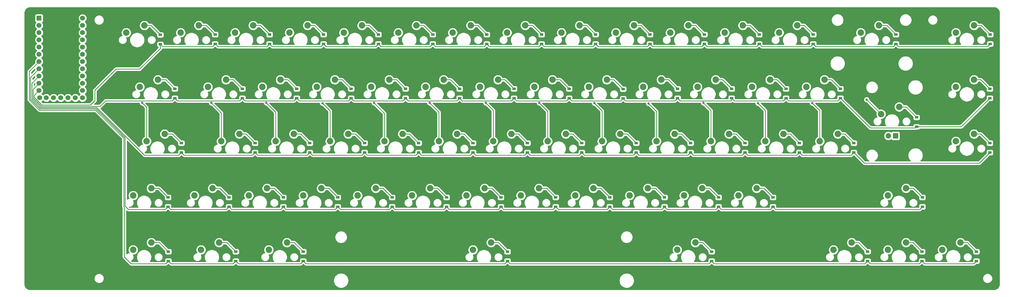
<source format=gbl>
G04 #@! TF.GenerationSoftware,KiCad,Pcbnew,(5.1.9)-1*
G04 #@! TF.CreationDate,2021-03-26T16:48:03+01:00*
G04 #@! TF.ProjectId,rabbitholev1,72616262-6974-4686-9f6c-6576312e6b69,rev?*
G04 #@! TF.SameCoordinates,Original*
G04 #@! TF.FileFunction,Copper,L2,Bot*
G04 #@! TF.FilePolarity,Positive*
%FSLAX46Y46*%
G04 Gerber Fmt 4.6, Leading zero omitted, Abs format (unit mm)*
G04 Created by KiCad (PCBNEW (5.1.9)-1) date 2021-03-26 16:48:03*
%MOMM*%
%LPD*%
G01*
G04 APERTURE LIST*
G04 #@! TA.AperFunction,ComponentPad*
%ADD10C,1.752600*%
G04 #@! TD*
G04 #@! TA.AperFunction,ComponentPad*
%ADD11R,1.752600X1.752600*%
G04 #@! TD*
G04 #@! TA.AperFunction,ComponentPad*
%ADD12C,2.250000*%
G04 #@! TD*
G04 #@! TA.AperFunction,ComponentPad*
%ADD13R,1.905000X1.905000*%
G04 #@! TD*
G04 #@! TA.AperFunction,ComponentPad*
%ADD14C,1.905000*%
G04 #@! TD*
G04 #@! TA.AperFunction,SMDPad,CuDef*
%ADD15R,1.200000X0.900000*%
G04 #@! TD*
G04 #@! TA.AperFunction,ViaPad*
%ADD16C,0.800000*%
G04 #@! TD*
G04 #@! TA.AperFunction,Conductor*
%ADD17C,0.254000*%
G04 #@! TD*
G04 #@! TA.AperFunction,NonConductor*
%ADD18C,0.254000*%
G04 #@! TD*
G04 #@! TA.AperFunction,NonConductor*
%ADD19C,0.100000*%
G04 #@! TD*
G04 APERTURE END LIST*
D10*
G04 #@! TO.P,U1,25*
G04 #@! TO.N,col13*
X-22275800Y-156834840D03*
G04 #@! TO.P,U1,26*
G04 #@! TO.N,col12*
X-19735800Y-156834840D03*
G04 #@! TO.P,U1,27*
G04 #@! TO.N,col11*
X-17195800Y-156834840D03*
G04 #@! TO.P,U1,28*
G04 #@! TO.N,col10*
X-14655800Y-156834840D03*
G04 #@! TO.P,U1,29*
G04 #@! TO.N,col9*
X-12115800Y-156834840D03*
G04 #@! TO.P,U1,24*
G04 #@! TO.N,col0*
X-9575800Y-128894840D03*
G04 #@! TO.P,U1,12*
G04 #@! TO.N,col14*
X-24587200Y-156834840D03*
G04 #@! TO.P,U1,23*
G04 #@! TO.N,Net-(U1-Pad23)*
X-9575800Y-131434840D03*
G04 #@! TO.P,U1,22*
G04 #@! TO.N,Net-(U1-Pad22)*
X-9575800Y-133974840D03*
G04 #@! TO.P,U1,21*
G04 #@! TO.N,Net-(U1-Pad21)*
X-9575800Y-136514840D03*
G04 #@! TO.P,U1,20*
G04 #@! TO.N,col1*
X-9575800Y-139054840D03*
G04 #@! TO.P,U1,19*
G04 #@! TO.N,col2*
X-9575800Y-141594840D03*
G04 #@! TO.P,U1,18*
G04 #@! TO.N,col3*
X-9575800Y-144134840D03*
G04 #@! TO.P,U1,17*
G04 #@! TO.N,col4*
X-9575800Y-146674840D03*
G04 #@! TO.P,U1,16*
G04 #@! TO.N,col5*
X-9575800Y-149214840D03*
G04 #@! TO.P,U1,15*
G04 #@! TO.N,col6*
X-9575800Y-151754840D03*
G04 #@! TO.P,U1,14*
G04 #@! TO.N,col7*
X-9575800Y-154294840D03*
G04 #@! TO.P,U1,13*
G04 #@! TO.N,col8*
X-9575800Y-156834840D03*
G04 #@! TO.P,U1,11*
G04 #@! TO.N,row0*
X-24815800Y-154294840D03*
G04 #@! TO.P,U1,10*
G04 #@! TO.N,row1*
X-24815800Y-151754840D03*
G04 #@! TO.P,U1,9*
G04 #@! TO.N,row2*
X-24815800Y-149214840D03*
G04 #@! TO.P,U1,8*
G04 #@! TO.N,row3*
X-24815800Y-146674840D03*
G04 #@! TO.P,U1,7*
G04 #@! TO.N,row4*
X-24815800Y-144134840D03*
G04 #@! TO.P,U1,6*
G04 #@! TO.N,Net-(U1-Pad6)*
X-24815800Y-141594840D03*
G04 #@! TO.P,U1,5*
G04 #@! TO.N,Net-(U1-Pad5)*
X-24815800Y-139054840D03*
G04 #@! TO.P,U1,4*
G04 #@! TO.N,Net-(U1-Pad4)*
X-24815800Y-136514840D03*
G04 #@! TO.P,U1,3*
G04 #@! TO.N,Net-(U1-Pad3)*
X-24815800Y-133974840D03*
G04 #@! TO.P,U1,2*
G04 #@! TO.N,Net-(U1-Pad2)*
X-24815800Y-131434840D03*
D11*
G04 #@! TO.P,U1,1*
G04 #@! TO.N,Net-(U1-Pad1)*
X-24815800Y-128894840D03*
G04 #@! TD*
D12*
G04 #@! TO.P,MX17,2*
G04 #@! TO.N,Net-(D17-Pad2)*
X40640000Y-150495000D03*
G04 #@! TO.P,MX17,1*
G04 #@! TO.N,col1*
X34290000Y-153035000D03*
G04 #@! TD*
G04 #@! TO.P,MX18,2*
G04 #@! TO.N,Net-(D18-Pad2)*
X59690000Y-150495000D03*
G04 #@! TO.P,MX18,1*
G04 #@! TO.N,col2*
X53340000Y-153035000D03*
G04 #@! TD*
G04 #@! TO.P,MX16,2*
G04 #@! TO.N,Net-(D16-Pad2)*
X16811769Y-150495000D03*
G04 #@! TO.P,MX16,1*
G04 #@! TO.N,col0*
X10461769Y-153035000D03*
G04 #@! TD*
G04 #@! TO.P,MX66,2*
G04 #@! TO.N,Net-(D66-Pad2)*
X297815000Y-207645000D03*
G04 #@! TO.P,MX66,1*
G04 #@! TO.N,col12*
X291465000Y-210185000D03*
G04 #@! TD*
G04 #@! TO.P,MX65,2*
G04 #@! TO.N,Net-(D65-Pad2)*
X278765000Y-207645000D03*
G04 #@! TO.P,MX65,1*
G04 #@! TO.N,col12*
X272415000Y-210185000D03*
G04 #@! TD*
G04 #@! TO.P,MX64,2*
G04 #@! TO.N,Net-(D64-Pad2)*
X259715000Y-207645000D03*
G04 #@! TO.P,MX64,1*
G04 #@! TO.N,col12*
X253365000Y-210185000D03*
G04 #@! TD*
G04 #@! TO.P,MX63,2*
G04 #@! TO.N,Net-(D63-Pad2)*
X204978000Y-207645000D03*
G04 #@! TO.P,MX63,1*
G04 #@! TO.N,col10*
X198628000Y-210185000D03*
G04 #@! TD*
G04 #@! TO.P,MX62,2*
G04 #@! TO.N,Net-(D62-Pad2)*
X133477000Y-207645000D03*
G04 #@! TO.P,MX62,1*
G04 #@! TO.N,col6*
X127127000Y-210185000D03*
G04 #@! TD*
G04 #@! TO.P,MX61,2*
G04 #@! TO.N,Net-(D61-Pad2)*
X61976000Y-207645000D03*
G04 #@! TO.P,MX61,1*
G04 #@! TO.N,col2*
X55626000Y-210185000D03*
G04 #@! TD*
G04 #@! TO.P,MX60,2*
G04 #@! TO.N,Net-(D60-Pad2)*
X38227000Y-207645000D03*
G04 #@! TO.P,MX60,1*
G04 #@! TO.N,col1*
X31877000Y-210185000D03*
G04 #@! TD*
G04 #@! TO.P,MX59,2*
G04 #@! TO.N,Net-(D59-Pad2)*
X14478000Y-207645000D03*
G04 #@! TO.P,MX59,1*
G04 #@! TO.N,col0*
X8128000Y-210185000D03*
G04 #@! TD*
G04 #@! TO.P,MX58,2*
G04 #@! TO.N,Net-(D58-Pad2)*
X278765000Y-188595000D03*
G04 #@! TO.P,MX58,1*
G04 #@! TO.N,col13*
X272415000Y-191135000D03*
G04 #@! TD*
G04 #@! TO.P,MX57,2*
G04 #@! TO.N,Net-(D57-Pad2)*
X226441000Y-188595000D03*
G04 #@! TO.P,MX57,1*
G04 #@! TO.N,col11*
X220091000Y-191135000D03*
G04 #@! TD*
G04 #@! TO.P,MX56,2*
G04 #@! TO.N,Net-(D56-Pad2)*
X207391000Y-188595000D03*
G04 #@! TO.P,MX56,1*
G04 #@! TO.N,col10*
X201041000Y-191135000D03*
G04 #@! TD*
G04 #@! TO.P,MX55,2*
G04 #@! TO.N,Net-(D55-Pad2)*
X188341000Y-188595000D03*
G04 #@! TO.P,MX55,1*
G04 #@! TO.N,col9*
X181991000Y-191135000D03*
G04 #@! TD*
G04 #@! TO.P,MX54,2*
G04 #@! TO.N,Net-(D54-Pad2)*
X169291000Y-188595000D03*
G04 #@! TO.P,MX54,1*
G04 #@! TO.N,col8*
X162941000Y-191135000D03*
G04 #@! TD*
G04 #@! TO.P,MX53,2*
G04 #@! TO.N,Net-(D53-Pad2)*
X150241000Y-188595000D03*
G04 #@! TO.P,MX53,1*
G04 #@! TO.N,col7*
X143891000Y-191135000D03*
G04 #@! TD*
G04 #@! TO.P,MX52,2*
G04 #@! TO.N,Net-(D52-Pad2)*
X131191000Y-188595000D03*
G04 #@! TO.P,MX52,1*
G04 #@! TO.N,col6*
X124841000Y-191135000D03*
G04 #@! TD*
G04 #@! TO.P,MX51,2*
G04 #@! TO.N,Net-(D51-Pad2)*
X112141000Y-188595000D03*
G04 #@! TO.P,MX51,1*
G04 #@! TO.N,col5*
X105791000Y-191135000D03*
G04 #@! TD*
G04 #@! TO.P,MX50,2*
G04 #@! TO.N,Net-(D50-Pad2)*
X93091000Y-188595000D03*
G04 #@! TO.P,MX50,1*
G04 #@! TO.N,col4*
X86741000Y-191135000D03*
G04 #@! TD*
G04 #@! TO.P,MX49,2*
G04 #@! TO.N,Net-(D49-Pad2)*
X74041000Y-188595000D03*
G04 #@! TO.P,MX49,1*
G04 #@! TO.N,col3*
X67691000Y-191135000D03*
G04 #@! TD*
G04 #@! TO.P,MX48,2*
G04 #@! TO.N,Net-(D48-Pad2)*
X54991000Y-188595000D03*
G04 #@! TO.P,MX48,1*
G04 #@! TO.N,col2*
X48641000Y-191135000D03*
G04 #@! TD*
G04 #@! TO.P,MX47,2*
G04 #@! TO.N,Net-(D47-Pad2)*
X35941000Y-188595000D03*
G04 #@! TO.P,MX47,1*
G04 #@! TO.N,col1*
X29591000Y-191135000D03*
G04 #@! TD*
G04 #@! TO.P,MX46,2*
G04 #@! TO.N,Net-(D46-Pad2)*
X14478000Y-188595000D03*
G04 #@! TO.P,MX46,1*
G04 #@! TO.N,col0*
X8128000Y-191135000D03*
G04 #@! TD*
G04 #@! TO.P,MX44,2*
G04 #@! TO.N,Net-(D44-Pad2)*
X302577500Y-169545000D03*
G04 #@! TO.P,MX44,1*
G04 #@! TO.N,col14*
X296227500Y-172085000D03*
G04 #@! TD*
G04 #@! TO.P,MX43,2*
G04 #@! TO.N,Net-(D43-Pad2)*
X254889000Y-169545000D03*
G04 #@! TO.P,MX43,1*
G04 #@! TO.N,col12*
X248539000Y-172085000D03*
G04 #@! TD*
G04 #@! TO.P,MX42,2*
G04 #@! TO.N,Net-(D42-Pad2)*
X235839000Y-169545000D03*
G04 #@! TO.P,MX42,1*
G04 #@! TO.N,col11*
X229489000Y-172085000D03*
G04 #@! TD*
G04 #@! TO.P,MX41,2*
G04 #@! TO.N,Net-(D41-Pad2)*
X216789000Y-169545000D03*
G04 #@! TO.P,MX41,1*
G04 #@! TO.N,col10*
X210439000Y-172085000D03*
G04 #@! TD*
G04 #@! TO.P,MX40,2*
G04 #@! TO.N,Net-(D40-Pad2)*
X197739000Y-169545000D03*
G04 #@! TO.P,MX40,1*
G04 #@! TO.N,col9*
X191389000Y-172085000D03*
G04 #@! TD*
G04 #@! TO.P,MX39,2*
G04 #@! TO.N,Net-(D39-Pad2)*
X178689000Y-169545000D03*
G04 #@! TO.P,MX39,1*
G04 #@! TO.N,col8*
X172339000Y-172085000D03*
G04 #@! TD*
G04 #@! TO.P,MX38,2*
G04 #@! TO.N,Net-(D38-Pad2)*
X159639000Y-169545000D03*
G04 #@! TO.P,MX38,1*
G04 #@! TO.N,col7*
X153289000Y-172085000D03*
G04 #@! TD*
G04 #@! TO.P,MX37,2*
G04 #@! TO.N,Net-(D37-Pad2)*
X140589000Y-169545000D03*
G04 #@! TO.P,MX37,1*
G04 #@! TO.N,col6*
X134239000Y-172085000D03*
G04 #@! TD*
G04 #@! TO.P,MX36,2*
G04 #@! TO.N,Net-(D36-Pad2)*
X121539000Y-169545000D03*
G04 #@! TO.P,MX36,1*
G04 #@! TO.N,col5*
X115189000Y-172085000D03*
G04 #@! TD*
G04 #@! TO.P,MX35,2*
G04 #@! TO.N,Net-(D35-Pad2)*
X102489000Y-169545000D03*
G04 #@! TO.P,MX35,1*
G04 #@! TO.N,col4*
X96139000Y-172085000D03*
G04 #@! TD*
G04 #@! TO.P,MX34,2*
G04 #@! TO.N,Net-(D34-Pad2)*
X83439000Y-169545000D03*
G04 #@! TO.P,MX34,1*
G04 #@! TO.N,col3*
X77089000Y-172085000D03*
G04 #@! TD*
G04 #@! TO.P,MX33,2*
G04 #@! TO.N,Net-(D33-Pad2)*
X64389000Y-169545000D03*
G04 #@! TO.P,MX33,1*
G04 #@! TO.N,col2*
X58039000Y-172085000D03*
G04 #@! TD*
G04 #@! TO.P,MX32,2*
G04 #@! TO.N,Net-(D32-Pad2)*
X45339000Y-169545000D03*
G04 #@! TO.P,MX32,1*
G04 #@! TO.N,col1*
X38989000Y-172085000D03*
G04 #@! TD*
G04 #@! TO.P,MX31,2*
G04 #@! TO.N,Net-(D31-Pad2)*
X19177000Y-169545000D03*
G04 #@! TO.P,MX31,1*
G04 #@! TO.N,col0*
X12827000Y-172085000D03*
G04 #@! TD*
G04 #@! TO.P,MX30,2*
G04 #@! TO.N,Net-(D30-Pad2)*
X302577500Y-150495000D03*
G04 #@! TO.P,MX30,1*
G04 #@! TO.N,col14*
X296227500Y-153035000D03*
G04 #@! TD*
G04 #@! TO.P,MX28,2*
G04 #@! TO.N,Net-(D28-Pad2)*
X250190000Y-150495000D03*
G04 #@! TO.P,MX28,1*
G04 #@! TO.N,col12*
X243840000Y-153035000D03*
G04 #@! TD*
G04 #@! TO.P,MX27,2*
G04 #@! TO.N,Net-(D27-Pad2)*
X231140000Y-150495000D03*
G04 #@! TO.P,MX27,1*
G04 #@! TO.N,col11*
X224790000Y-153035000D03*
G04 #@! TD*
G04 #@! TO.P,MX26,2*
G04 #@! TO.N,Net-(D26-Pad2)*
X212090000Y-150495000D03*
G04 #@! TO.P,MX26,1*
G04 #@! TO.N,col10*
X205740000Y-153035000D03*
G04 #@! TD*
G04 #@! TO.P,MX25,2*
G04 #@! TO.N,Net-(D25-Pad2)*
X193040000Y-150495000D03*
G04 #@! TO.P,MX25,1*
G04 #@! TO.N,col9*
X186690000Y-153035000D03*
G04 #@! TD*
G04 #@! TO.P,MX24,2*
G04 #@! TO.N,Net-(D24-Pad2)*
X173990000Y-150495000D03*
G04 #@! TO.P,MX24,1*
G04 #@! TO.N,col8*
X167640000Y-153035000D03*
G04 #@! TD*
G04 #@! TO.P,MX23,2*
G04 #@! TO.N,Net-(D23-Pad2)*
X154940000Y-150495000D03*
G04 #@! TO.P,MX23,1*
G04 #@! TO.N,col7*
X148590000Y-153035000D03*
G04 #@! TD*
G04 #@! TO.P,MX22,2*
G04 #@! TO.N,Net-(D22-Pad2)*
X135890000Y-150495000D03*
G04 #@! TO.P,MX22,1*
G04 #@! TO.N,col6*
X129540000Y-153035000D03*
G04 #@! TD*
G04 #@! TO.P,MX21,2*
G04 #@! TO.N,Net-(D21-Pad2)*
X116840000Y-150495000D03*
G04 #@! TO.P,MX21,1*
G04 #@! TO.N,col5*
X110490000Y-153035000D03*
G04 #@! TD*
G04 #@! TO.P,MX20,2*
G04 #@! TO.N,Net-(D20-Pad2)*
X97790000Y-150495000D03*
G04 #@! TO.P,MX20,1*
G04 #@! TO.N,col4*
X91440000Y-153035000D03*
G04 #@! TD*
G04 #@! TO.P,MX19,2*
G04 #@! TO.N,Net-(D19-Pad2)*
X78740000Y-150495000D03*
G04 #@! TO.P,MX19,1*
G04 #@! TO.N,col3*
X72390000Y-153035000D03*
G04 #@! TD*
G04 #@! TO.P,MX15,2*
G04 #@! TO.N,Net-(D15-Pad2)*
X302577500Y-131445000D03*
G04 #@! TO.P,MX15,1*
G04 #@! TO.N,col14*
X296227500Y-133985000D03*
G04 #@! TD*
G04 #@! TO.P,MX14,2*
G04 #@! TO.N,Net-(D14-Pad2)*
X269240000Y-131445000D03*
G04 #@! TO.P,MX14,1*
G04 #@! TO.N,col13*
X262890000Y-133985000D03*
G04 #@! TD*
G04 #@! TO.P,MX13,2*
G04 #@! TO.N,Net-(D13-Pad2)*
X240665000Y-131445000D03*
G04 #@! TO.P,MX13,1*
G04 #@! TO.N,col12*
X234315000Y-133985000D03*
G04 #@! TD*
G04 #@! TO.P,MX12,2*
G04 #@! TO.N,Net-(D12-Pad2)*
X221615000Y-131445000D03*
G04 #@! TO.P,MX12,1*
G04 #@! TO.N,col11*
X215265000Y-133985000D03*
G04 #@! TD*
G04 #@! TO.P,MX11,2*
G04 #@! TO.N,Net-(D11-Pad2)*
X202565000Y-131445000D03*
G04 #@! TO.P,MX11,1*
G04 #@! TO.N,col10*
X196215000Y-133985000D03*
G04 #@! TD*
G04 #@! TO.P,MX10,2*
G04 #@! TO.N,Net-(D10-Pad2)*
X183515000Y-131445000D03*
G04 #@! TO.P,MX10,1*
G04 #@! TO.N,col9*
X177165000Y-133985000D03*
G04 #@! TD*
G04 #@! TO.P,MX9,2*
G04 #@! TO.N,Net-(D9-Pad2)*
X164465000Y-131445000D03*
G04 #@! TO.P,MX9,1*
G04 #@! TO.N,col8*
X158115000Y-133985000D03*
G04 #@! TD*
G04 #@! TO.P,MX8,2*
G04 #@! TO.N,Net-(D8-Pad2)*
X145415000Y-131445000D03*
G04 #@! TO.P,MX8,1*
G04 #@! TO.N,col7*
X139065000Y-133985000D03*
G04 #@! TD*
G04 #@! TO.P,MX7,2*
G04 #@! TO.N,Net-(D7-Pad2)*
X126365000Y-131445000D03*
G04 #@! TO.P,MX7,1*
G04 #@! TO.N,col6*
X120015000Y-133985000D03*
G04 #@! TD*
G04 #@! TO.P,MX6,2*
G04 #@! TO.N,Net-(D6-Pad2)*
X107315000Y-131445000D03*
G04 #@! TO.P,MX6,1*
G04 #@! TO.N,col5*
X100965000Y-133985000D03*
G04 #@! TD*
G04 #@! TO.P,MX5,2*
G04 #@! TO.N,Net-(D5-Pad2)*
X88265000Y-131445000D03*
G04 #@! TO.P,MX5,1*
G04 #@! TO.N,col4*
X81915000Y-133985000D03*
G04 #@! TD*
G04 #@! TO.P,MX4,2*
G04 #@! TO.N,Net-(D4-Pad2)*
X69215000Y-131445000D03*
G04 #@! TO.P,MX4,1*
G04 #@! TO.N,col3*
X62865000Y-133985000D03*
G04 #@! TD*
G04 #@! TO.P,MX3,2*
G04 #@! TO.N,Net-(D3-Pad2)*
X50165000Y-131445000D03*
G04 #@! TO.P,MX3,1*
G04 #@! TO.N,col2*
X43815000Y-133985000D03*
G04 #@! TD*
G04 #@! TO.P,MX2,2*
G04 #@! TO.N,Net-(D2-Pad2)*
X31115000Y-131445000D03*
G04 #@! TO.P,MX2,1*
G04 #@! TO.N,col1*
X24765000Y-133985000D03*
G04 #@! TD*
G04 #@! TO.P,MX1,2*
G04 #@! TO.N,Net-(D1-Pad2)*
X12065000Y-131445000D03*
G04 #@! TO.P,MX1,1*
G04 #@! TO.N,col0*
X5715000Y-133985000D03*
G04 #@! TD*
D13*
G04 #@! TO.P,MX29,4*
G04 #@! TO.N,N/C*
X275082000Y-170180000D03*
D14*
G04 #@! TO.P,MX29,3*
X272542000Y-170180000D03*
D12*
G04 #@! TO.P,MX29,1*
G04 #@! TO.N,col13*
X270002000Y-162560000D03*
G04 #@! TO.P,MX29,2*
G04 #@! TO.N,Net-(D29-Pad2)*
X276352000Y-160020000D03*
G04 #@! TD*
D15*
G04 #@! TO.P,D66,2*
G04 #@! TO.N,Net-(D66-Pad2)*
X303403000Y-210821000D03*
G04 #@! TO.P,D66,1*
G04 #@! TO.N,row4*
X303403000Y-214121000D03*
G04 #@! TD*
G04 #@! TO.P,D65,2*
G04 #@! TO.N,Net-(D65-Pad2)*
X284353000Y-210821000D03*
G04 #@! TO.P,D65,1*
G04 #@! TO.N,row4*
X284353000Y-214121000D03*
G04 #@! TD*
G04 #@! TO.P,D64,2*
G04 #@! TO.N,Net-(D64-Pad2)*
X265303000Y-210821000D03*
G04 #@! TO.P,D64,1*
G04 #@! TO.N,row4*
X265303000Y-214121000D03*
G04 #@! TD*
G04 #@! TO.P,D63,2*
G04 #@! TO.N,Net-(D63-Pad2)*
X210693000Y-210821000D03*
G04 #@! TO.P,D63,1*
G04 #@! TO.N,row4*
X210693000Y-214121000D03*
G04 #@! TD*
G04 #@! TO.P,D62,2*
G04 #@! TO.N,Net-(D62-Pad2)*
X139192000Y-210821000D03*
G04 #@! TO.P,D62,1*
G04 #@! TO.N,row4*
X139192000Y-214121000D03*
G04 #@! TD*
G04 #@! TO.P,D61,2*
G04 #@! TO.N,Net-(D61-Pad2)*
X67691000Y-210822000D03*
G04 #@! TO.P,D61,1*
G04 #@! TO.N,row4*
X67691000Y-214122000D03*
G04 #@! TD*
G04 #@! TO.P,D60,2*
G04 #@! TO.N,Net-(D60-Pad2)*
X44069000Y-210821000D03*
G04 #@! TO.P,D60,1*
G04 #@! TO.N,row4*
X44069000Y-214121000D03*
G04 #@! TD*
G04 #@! TO.P,D59,2*
G04 #@! TO.N,Net-(D59-Pad2)*
X20447000Y-210821000D03*
G04 #@! TO.P,D59,1*
G04 #@! TO.N,row4*
X20447000Y-214121000D03*
G04 #@! TD*
G04 #@! TO.P,D58,2*
G04 #@! TO.N,Net-(D58-Pad2)*
X284480000Y-191771000D03*
G04 #@! TO.P,D58,1*
G04 #@! TO.N,row3*
X284480000Y-195071000D03*
G04 #@! TD*
G04 #@! TO.P,D57,2*
G04 #@! TO.N,Net-(D57-Pad2)*
X232156000Y-191771000D03*
G04 #@! TO.P,D57,1*
G04 #@! TO.N,row3*
X232156000Y-195071000D03*
G04 #@! TD*
G04 #@! TO.P,D56,2*
G04 #@! TO.N,Net-(D56-Pad2)*
X213106000Y-191771000D03*
G04 #@! TO.P,D56,1*
G04 #@! TO.N,row3*
X213106000Y-195071000D03*
G04 #@! TD*
G04 #@! TO.P,D55,2*
G04 #@! TO.N,Net-(D55-Pad2)*
X194183000Y-191771000D03*
G04 #@! TO.P,D55,1*
G04 #@! TO.N,row3*
X194183000Y-195071000D03*
G04 #@! TD*
G04 #@! TO.P,D54,2*
G04 #@! TO.N,Net-(D54-Pad2)*
X175006000Y-191771000D03*
G04 #@! TO.P,D54,1*
G04 #@! TO.N,row3*
X175006000Y-195071000D03*
G04 #@! TD*
G04 #@! TO.P,D53,2*
G04 #@! TO.N,Net-(D53-Pad2)*
X156083000Y-191771000D03*
G04 #@! TO.P,D53,1*
G04 #@! TO.N,row3*
X156083000Y-195071000D03*
G04 #@! TD*
G04 #@! TO.P,D52,2*
G04 #@! TO.N,Net-(D52-Pad2)*
X136906000Y-191771000D03*
G04 #@! TO.P,D52,1*
G04 #@! TO.N,row3*
X136906000Y-195071000D03*
G04 #@! TD*
G04 #@! TO.P,D51,2*
G04 #@! TO.N,Net-(D51-Pad2)*
X117856000Y-191771000D03*
G04 #@! TO.P,D51,1*
G04 #@! TO.N,row3*
X117856000Y-195071000D03*
G04 #@! TD*
G04 #@! TO.P,D50,2*
G04 #@! TO.N,Net-(D50-Pad2)*
X98806000Y-191771000D03*
G04 #@! TO.P,D50,1*
G04 #@! TO.N,row3*
X98806000Y-195071000D03*
G04 #@! TD*
G04 #@! TO.P,D49,2*
G04 #@! TO.N,Net-(D49-Pad2)*
X79756000Y-191771000D03*
G04 #@! TO.P,D49,1*
G04 #@! TO.N,row3*
X79756000Y-195071000D03*
G04 #@! TD*
G04 #@! TO.P,D48,2*
G04 #@! TO.N,Net-(D48-Pad2)*
X60706000Y-191771000D03*
G04 #@! TO.P,D48,1*
G04 #@! TO.N,row3*
X60706000Y-195071000D03*
G04 #@! TD*
G04 #@! TO.P,D47,2*
G04 #@! TO.N,Net-(D47-Pad2)*
X41656000Y-191771000D03*
G04 #@! TO.P,D47,1*
G04 #@! TO.N,row3*
X41656000Y-195071000D03*
G04 #@! TD*
G04 #@! TO.P,D46,2*
G04 #@! TO.N,Net-(D46-Pad2)*
X20320000Y-191771000D03*
G04 #@! TO.P,D46,1*
G04 #@! TO.N,row3*
X20320000Y-195071000D03*
G04 #@! TD*
G04 #@! TO.P,D44,2*
G04 #@! TO.N,Net-(D44-Pad2)*
X308102000Y-172721000D03*
G04 #@! TO.P,D44,1*
G04 #@! TO.N,row2*
X308102000Y-176021000D03*
G04 #@! TD*
G04 #@! TO.P,D43,2*
G04 #@! TO.N,Net-(D43-Pad2)*
X260477000Y-172721000D03*
G04 #@! TO.P,D43,1*
G04 #@! TO.N,row2*
X260477000Y-176021000D03*
G04 #@! TD*
G04 #@! TO.P,D42,2*
G04 #@! TO.N,Net-(D42-Pad2)*
X241427000Y-172721000D03*
G04 #@! TO.P,D42,1*
G04 #@! TO.N,row2*
X241427000Y-176021000D03*
G04 #@! TD*
G04 #@! TO.P,D41,2*
G04 #@! TO.N,Net-(D41-Pad2)*
X222377000Y-172721000D03*
G04 #@! TO.P,D41,1*
G04 #@! TO.N,row2*
X222377000Y-176021000D03*
G04 #@! TD*
G04 #@! TO.P,D40,2*
G04 #@! TO.N,Net-(D40-Pad2)*
X203327000Y-172721000D03*
G04 #@! TO.P,D40,1*
G04 #@! TO.N,row2*
X203327000Y-176021000D03*
G04 #@! TD*
G04 #@! TO.P,D39,2*
G04 #@! TO.N,Net-(D39-Pad2)*
X184277000Y-172721000D03*
G04 #@! TO.P,D39,1*
G04 #@! TO.N,row2*
X184277000Y-176021000D03*
G04 #@! TD*
G04 #@! TO.P,D38,2*
G04 #@! TO.N,Net-(D38-Pad2)*
X165227000Y-172721000D03*
G04 #@! TO.P,D38,1*
G04 #@! TO.N,row2*
X165227000Y-176021000D03*
G04 #@! TD*
G04 #@! TO.P,D37,2*
G04 #@! TO.N,Net-(D37-Pad2)*
X146177000Y-172721000D03*
G04 #@! TO.P,D37,1*
G04 #@! TO.N,row2*
X146177000Y-176021000D03*
G04 #@! TD*
G04 #@! TO.P,D36,2*
G04 #@! TO.N,Net-(D36-Pad2)*
X127127000Y-172721000D03*
G04 #@! TO.P,D36,1*
G04 #@! TO.N,row2*
X127127000Y-176021000D03*
G04 #@! TD*
G04 #@! TO.P,D35,2*
G04 #@! TO.N,Net-(D35-Pad2)*
X108077000Y-172721000D03*
G04 #@! TO.P,D35,1*
G04 #@! TO.N,row2*
X108077000Y-176021000D03*
G04 #@! TD*
G04 #@! TO.P,D34,2*
G04 #@! TO.N,Net-(D34-Pad2)*
X89154000Y-172721000D03*
G04 #@! TO.P,D34,1*
G04 #@! TO.N,row2*
X89154000Y-176021000D03*
G04 #@! TD*
G04 #@! TO.P,D33,2*
G04 #@! TO.N,Net-(D33-Pad2)*
X69977000Y-172721000D03*
G04 #@! TO.P,D33,1*
G04 #@! TO.N,row2*
X69977000Y-176021000D03*
G04 #@! TD*
G04 #@! TO.P,D32,2*
G04 #@! TO.N,Net-(D32-Pad2)*
X50800000Y-172721000D03*
G04 #@! TO.P,D32,1*
G04 #@! TO.N,row2*
X50800000Y-176021000D03*
G04 #@! TD*
G04 #@! TO.P,D31,2*
G04 #@! TO.N,Net-(D31-Pad2)*
X25019000Y-172721000D03*
G04 #@! TO.P,D31,1*
G04 #@! TO.N,row2*
X25019000Y-176021000D03*
G04 #@! TD*
G04 #@! TO.P,D30,2*
G04 #@! TO.N,Net-(D30-Pad2)*
X308102000Y-153671000D03*
G04 #@! TO.P,D30,1*
G04 #@! TO.N,row1*
X308102000Y-156971000D03*
G04 #@! TD*
G04 #@! TO.P,D29,2*
G04 #@! TO.N,Net-(D29-Pad2)*
X282448000Y-163704000D03*
G04 #@! TO.P,D29,1*
G04 #@! TO.N,row1*
X282448000Y-167004000D03*
G04 #@! TD*
G04 #@! TO.P,D28,2*
G04 #@! TO.N,Net-(D28-Pad2)*
X255778000Y-153671000D03*
G04 #@! TO.P,D28,1*
G04 #@! TO.N,row1*
X255778000Y-156971000D03*
G04 #@! TD*
G04 #@! TO.P,D27,2*
G04 #@! TO.N,Net-(D27-Pad2)*
X236728000Y-153671000D03*
G04 #@! TO.P,D27,1*
G04 #@! TO.N,row1*
X236728000Y-156971000D03*
G04 #@! TD*
G04 #@! TO.P,D26,2*
G04 #@! TO.N,Net-(D26-Pad2)*
X217678000Y-153671000D03*
G04 #@! TO.P,D26,1*
G04 #@! TO.N,row1*
X217678000Y-156971000D03*
G04 #@! TD*
G04 #@! TO.P,D25,2*
G04 #@! TO.N,Net-(D25-Pad2)*
X198755000Y-153671000D03*
G04 #@! TO.P,D25,1*
G04 #@! TO.N,row1*
X198755000Y-156971000D03*
G04 #@! TD*
G04 #@! TO.P,D24,2*
G04 #@! TO.N,Net-(D24-Pad2)*
X179705000Y-153798000D03*
G04 #@! TO.P,D24,1*
G04 #@! TO.N,row1*
X179705000Y-157098000D03*
G04 #@! TD*
G04 #@! TO.P,D23,2*
G04 #@! TO.N,Net-(D23-Pad2)*
X160782000Y-153671000D03*
G04 #@! TO.P,D23,1*
G04 #@! TO.N,row1*
X160782000Y-156971000D03*
G04 #@! TD*
G04 #@! TO.P,D22,2*
G04 #@! TO.N,Net-(D22-Pad2)*
X141478000Y-153671000D03*
G04 #@! TO.P,D22,1*
G04 #@! TO.N,row1*
X141478000Y-156971000D03*
G04 #@! TD*
G04 #@! TO.P,D21,2*
G04 #@! TO.N,Net-(D21-Pad2)*
X122428000Y-153671000D03*
G04 #@! TO.P,D21,1*
G04 #@! TO.N,row1*
X122428000Y-156971000D03*
G04 #@! TD*
G04 #@! TO.P,D20,2*
G04 #@! TO.N,Net-(D20-Pad2)*
X103505000Y-153671000D03*
G04 #@! TO.P,D20,1*
G04 #@! TO.N,row1*
X103505000Y-156971000D03*
G04 #@! TD*
G04 #@! TO.P,D19,2*
G04 #@! TO.N,Net-(D19-Pad2)*
X84455000Y-153671000D03*
G04 #@! TO.P,D19,1*
G04 #@! TO.N,row1*
X84455000Y-156971000D03*
G04 #@! TD*
G04 #@! TO.P,D18,2*
G04 #@! TO.N,Net-(D18-Pad2)*
X65405000Y-153671000D03*
G04 #@! TO.P,D18,1*
G04 #@! TO.N,row1*
X65405000Y-156971000D03*
G04 #@! TD*
G04 #@! TO.P,D17,2*
G04 #@! TO.N,Net-(D17-Pad2)*
X46355000Y-153671000D03*
G04 #@! TO.P,D17,1*
G04 #@! TO.N,row1*
X46355000Y-156971000D03*
G04 #@! TD*
G04 #@! TO.P,D16,2*
G04 #@! TO.N,Net-(D16-Pad2)*
X22733000Y-153671000D03*
G04 #@! TO.P,D16,1*
G04 #@! TO.N,row1*
X22733000Y-156971000D03*
G04 #@! TD*
G04 #@! TO.P,D15,2*
G04 #@! TO.N,Net-(D15-Pad2)*
X308229000Y-134621000D03*
G04 #@! TO.P,D15,1*
G04 #@! TO.N,row0*
X308229000Y-137921000D03*
G04 #@! TD*
G04 #@! TO.P,D14,2*
G04 #@! TO.N,Net-(D14-Pad2)*
X275209000Y-134621000D03*
G04 #@! TO.P,D14,1*
G04 #@! TO.N,row0*
X275209000Y-137921000D03*
G04 #@! TD*
G04 #@! TO.P,D13,2*
G04 #@! TO.N,Net-(D13-Pad2)*
X246253000Y-134621000D03*
G04 #@! TO.P,D13,1*
G04 #@! TO.N,row0*
X246253000Y-137921000D03*
G04 #@! TD*
G04 #@! TO.P,D12,2*
G04 #@! TO.N,Net-(D12-Pad2)*
X227330000Y-134621000D03*
G04 #@! TO.P,D12,1*
G04 #@! TO.N,row0*
X227330000Y-137921000D03*
G04 #@! TD*
G04 #@! TO.P,D11,2*
G04 #@! TO.N,Net-(D11-Pad2)*
X208153000Y-134621000D03*
G04 #@! TO.P,D11,1*
G04 #@! TO.N,row0*
X208153000Y-137921000D03*
G04 #@! TD*
G04 #@! TO.P,D10,2*
G04 #@! TO.N,Net-(D10-Pad2)*
X189103000Y-134621000D03*
G04 #@! TO.P,D10,1*
G04 #@! TO.N,row0*
X189103000Y-137921000D03*
G04 #@! TD*
G04 #@! TO.P,D9,2*
G04 #@! TO.N,Net-(D9-Pad2)*
X170053000Y-134621000D03*
G04 #@! TO.P,D9,1*
G04 #@! TO.N,row0*
X170053000Y-137921000D03*
G04 #@! TD*
G04 #@! TO.P,D8,2*
G04 #@! TO.N,Net-(D8-Pad2)*
X151130000Y-134621000D03*
G04 #@! TO.P,D8,1*
G04 #@! TO.N,row0*
X151130000Y-137921000D03*
G04 #@! TD*
G04 #@! TO.P,D7,2*
G04 #@! TO.N,Net-(D7-Pad2)*
X131953000Y-134621000D03*
G04 #@! TO.P,D7,1*
G04 #@! TO.N,row0*
X131953000Y-137921000D03*
G04 #@! TD*
G04 #@! TO.P,D6,2*
G04 #@! TO.N,Net-(D6-Pad2)*
X113030000Y-134621000D03*
G04 #@! TO.P,D6,1*
G04 #@! TO.N,row0*
X113030000Y-137921000D03*
G04 #@! TD*
G04 #@! TO.P,D5,2*
G04 #@! TO.N,Net-(D5-Pad2)*
X93980000Y-134621000D03*
G04 #@! TO.P,D5,1*
G04 #@! TO.N,row0*
X93980000Y-137921000D03*
G04 #@! TD*
G04 #@! TO.P,D4,2*
G04 #@! TO.N,Net-(D4-Pad2)*
X74803000Y-134621000D03*
G04 #@! TO.P,D4,1*
G04 #@! TO.N,row0*
X74803000Y-137921000D03*
G04 #@! TD*
G04 #@! TO.P,D3,2*
G04 #@! TO.N,Net-(D3-Pad2)*
X55880000Y-134621000D03*
G04 #@! TO.P,D3,1*
G04 #@! TO.N,row0*
X55880000Y-137921000D03*
G04 #@! TD*
G04 #@! TO.P,D2,2*
G04 #@! TO.N,Net-(D2-Pad2)*
X36830000Y-134621000D03*
G04 #@! TO.P,D2,1*
G04 #@! TO.N,row0*
X36830000Y-137921000D03*
G04 #@! TD*
G04 #@! TO.P,D1,2*
G04 #@! TO.N,Net-(D1-Pad2)*
X17653000Y-134748000D03*
G04 #@! TO.P,D1,1*
G04 #@! TO.N,row0*
X17653000Y-138048000D03*
G04 #@! TD*
D16*
G04 #@! TO.N,col0*
X11313160Y-158622901D03*
G04 #@! TO.N,col1*
X35514280Y-158622901D03*
G04 #@! TO.N,col2*
X54757320Y-158622901D03*
G04 #@! TO.N,col3*
X74422000Y-158729680D03*
G04 #@! TO.N,col4*
X92476320Y-158622901D03*
G04 #@! TO.N,col5*
X111932720Y-158622901D03*
G04 #@! TO.N,col6*
X131617720Y-158622901D03*
G04 #@! TO.N,col7*
X150332440Y-158622901D03*
G04 #@! TO.N,col8*
X169626280Y-158704280D03*
G04 #@! TO.N,col9*
X188600080Y-158816040D03*
G04 #@! TO.N,col10*
X207797400Y-158622901D03*
G04 #@! TO.N,col11*
X226908360Y-158750000D03*
G04 #@! TO.N,col12*
X245922800Y-158653480D03*
G04 #@! TO.N,col13*
X264982960Y-157480000D03*
G04 #@! TD*
D17*
G04 #@! TO.N,Net-(D1-Pad2)*
X14350000Y-131445000D02*
X17653000Y-134748000D01*
X12065000Y-131445000D02*
X14350000Y-131445000D01*
G04 #@! TO.N,row0*
X276133901Y-138845901D02*
X275209000Y-137921000D01*
X307304099Y-138845901D02*
X276133901Y-138845901D01*
X308229000Y-137921000D02*
X307304099Y-138845901D01*
X247177901Y-138845901D02*
X246253000Y-137921000D01*
X274284099Y-138845901D02*
X247177901Y-138845901D01*
X275209000Y-137921000D02*
X274284099Y-138845901D01*
X228254901Y-138845901D02*
X227330000Y-137921000D01*
X245328099Y-138845901D02*
X228254901Y-138845901D01*
X246253000Y-137921000D02*
X245328099Y-138845901D01*
X209077901Y-138845901D02*
X208153000Y-137921000D01*
X226405099Y-138845901D02*
X209077901Y-138845901D01*
X227330000Y-137921000D02*
X226405099Y-138845901D01*
X190027901Y-138845901D02*
X189103000Y-137921000D01*
X207228099Y-138845901D02*
X190027901Y-138845901D01*
X208153000Y-137921000D02*
X207228099Y-138845901D01*
X170977901Y-138845901D02*
X170053000Y-137921000D01*
X188178099Y-138845901D02*
X170977901Y-138845901D01*
X189103000Y-137921000D02*
X188178099Y-138845901D01*
X152054901Y-138845901D02*
X151130000Y-137921000D01*
X169128099Y-138845901D02*
X152054901Y-138845901D01*
X170053000Y-137921000D02*
X169128099Y-138845901D01*
X132877901Y-138845901D02*
X131953000Y-137921000D01*
X150205099Y-138845901D02*
X132877901Y-138845901D01*
X151130000Y-137921000D02*
X150205099Y-138845901D01*
X113954901Y-138845901D02*
X113030000Y-137921000D01*
X131028099Y-138845901D02*
X113954901Y-138845901D01*
X131953000Y-137921000D02*
X131028099Y-138845901D01*
X94904901Y-138845901D02*
X93980000Y-137921000D01*
X112105099Y-138845901D02*
X94904901Y-138845901D01*
X113030000Y-137921000D02*
X112105099Y-138845901D01*
X75727901Y-138845901D02*
X74803000Y-137921000D01*
X93055099Y-138845901D02*
X75727901Y-138845901D01*
X93980000Y-137921000D02*
X93055099Y-138845901D01*
X56804901Y-138845901D02*
X55880000Y-137921000D01*
X73878099Y-138845901D02*
X56804901Y-138845901D01*
X74803000Y-137921000D02*
X73878099Y-138845901D01*
X37754901Y-138845901D02*
X36830000Y-137921000D01*
X54955099Y-138845901D02*
X37754901Y-138845901D01*
X55880000Y-137921000D02*
X54955099Y-138845901D01*
X18450901Y-138845901D02*
X17653000Y-138048000D01*
X35905099Y-138845901D02*
X18450901Y-138845901D01*
X36830000Y-137921000D02*
X35905099Y-138845901D01*
X17653000Y-138048000D02*
X17653000Y-139491720D01*
X17653000Y-139491720D02*
X10408920Y-146735800D01*
X10408920Y-146735800D02*
X2153920Y-146735800D01*
X2153920Y-146735800D02*
X-5318760Y-154208480D01*
X-5318760Y-154208480D02*
X-5318760Y-157861000D01*
X-5318760Y-157861000D02*
X-6817360Y-159359600D01*
X-23843326Y-159359600D02*
X-26441400Y-156761526D01*
X-6817360Y-159359600D02*
X-23843326Y-159359600D01*
X-26441400Y-155920440D02*
X-24815800Y-154294840D01*
X-26441400Y-156761526D02*
X-26441400Y-155920440D01*
G04 #@! TO.N,Net-(D2-Pad2)*
X33654000Y-131445000D02*
X36830000Y-134621000D01*
X31115000Y-131445000D02*
X33654000Y-131445000D01*
G04 #@! TO.N,Net-(D3-Pad2)*
X52704000Y-131445000D02*
X55880000Y-134621000D01*
X50165000Y-131445000D02*
X52704000Y-131445000D01*
G04 #@! TO.N,Net-(D4-Pad2)*
X71627000Y-131445000D02*
X74803000Y-134621000D01*
X69215000Y-131445000D02*
X71627000Y-131445000D01*
G04 #@! TO.N,Net-(D5-Pad2)*
X90804000Y-131445000D02*
X93980000Y-134621000D01*
X88265000Y-131445000D02*
X90804000Y-131445000D01*
G04 #@! TO.N,Net-(D6-Pad2)*
X109854000Y-131445000D02*
X113030000Y-134621000D01*
X107315000Y-131445000D02*
X109854000Y-131445000D01*
G04 #@! TO.N,Net-(D7-Pad2)*
X128777000Y-131445000D02*
X131953000Y-134621000D01*
X126365000Y-131445000D02*
X128777000Y-131445000D01*
G04 #@! TO.N,Net-(D8-Pad2)*
X147954000Y-131445000D02*
X151130000Y-134621000D01*
X145415000Y-131445000D02*
X147954000Y-131445000D01*
G04 #@! TO.N,Net-(D9-Pad2)*
X166877000Y-131445000D02*
X170053000Y-134621000D01*
X164465000Y-131445000D02*
X166877000Y-131445000D01*
G04 #@! TO.N,Net-(D10-Pad2)*
X185927000Y-131445000D02*
X189103000Y-134621000D01*
X183515000Y-131445000D02*
X185927000Y-131445000D01*
G04 #@! TO.N,Net-(D11-Pad2)*
X204977000Y-131445000D02*
X208153000Y-134621000D01*
X202565000Y-131445000D02*
X204977000Y-131445000D01*
G04 #@! TO.N,Net-(D12-Pad2)*
X224154000Y-131445000D02*
X227330000Y-134621000D01*
X221615000Y-131445000D02*
X224154000Y-131445000D01*
G04 #@! TO.N,Net-(D13-Pad2)*
X243077000Y-131445000D02*
X246253000Y-134621000D01*
X240665000Y-131445000D02*
X243077000Y-131445000D01*
G04 #@! TO.N,Net-(D14-Pad2)*
X272033000Y-131445000D02*
X275209000Y-134621000D01*
X269240000Y-131445000D02*
X272033000Y-131445000D01*
G04 #@! TO.N,Net-(D15-Pad2)*
X305053000Y-131445000D02*
X308229000Y-134621000D01*
X302577500Y-131445000D02*
X305053000Y-131445000D01*
G04 #@! TO.N,Net-(D16-Pad2)*
X19557000Y-150495000D02*
X22733000Y-153671000D01*
X16811769Y-150495000D02*
X19557000Y-150495000D01*
G04 #@! TO.N,row1*
X298069000Y-167004000D02*
X282448000Y-167004000D01*
X308102000Y-156971000D02*
X298069000Y-167004000D01*
X266227901Y-167420901D02*
X255778000Y-156971000D01*
X282031099Y-167420901D02*
X266227901Y-167420901D01*
X282448000Y-167004000D02*
X282031099Y-167420901D01*
X237652901Y-157895901D02*
X236728000Y-156971000D01*
X254853099Y-157895901D02*
X237652901Y-157895901D01*
X255778000Y-156971000D02*
X254853099Y-157895901D01*
X218602901Y-157895901D02*
X217678000Y-156971000D01*
X235803099Y-157895901D02*
X218602901Y-157895901D01*
X236728000Y-156971000D02*
X235803099Y-157895901D01*
X217457099Y-157895901D02*
X199679901Y-157895901D01*
X217678000Y-157675000D02*
X217457099Y-157895901D01*
X199679901Y-157895901D02*
X198755000Y-156971000D01*
X217678000Y-156971000D02*
X217678000Y-157675000D01*
X180502901Y-157895901D02*
X179705000Y-157098000D01*
X197830099Y-157895901D02*
X180502901Y-157895901D01*
X198755000Y-156971000D02*
X197830099Y-157895901D01*
X161706901Y-157895901D02*
X160782000Y-156971000D01*
X178907099Y-157895901D02*
X161706901Y-157895901D01*
X179705000Y-157098000D02*
X178907099Y-157895901D01*
X159857099Y-157895901D02*
X142402901Y-157895901D01*
X142402901Y-157895901D02*
X141478000Y-156971000D01*
X160782000Y-156971000D02*
X159857099Y-157895901D01*
X123352901Y-157895901D02*
X122428000Y-156971000D01*
X140553099Y-157895901D02*
X123352901Y-157895901D01*
X141478000Y-156971000D02*
X140553099Y-157895901D01*
X121503099Y-157895901D02*
X104429901Y-157895901D01*
X104429901Y-157895901D02*
X103505000Y-156971000D01*
X122428000Y-156971000D02*
X121503099Y-157895901D01*
X85379901Y-157895901D02*
X84455000Y-156971000D01*
X102580099Y-157895901D02*
X85379901Y-157895901D01*
X103505000Y-156971000D02*
X102580099Y-157895901D01*
X66329901Y-157895901D02*
X65405000Y-156971000D01*
X83530099Y-157895901D02*
X66329901Y-157895901D01*
X84455000Y-156971000D02*
X83530099Y-157895901D01*
X47279901Y-157895901D02*
X46355000Y-156971000D01*
X64480099Y-157895901D02*
X47279901Y-157895901D01*
X65405000Y-156971000D02*
X64480099Y-157895901D01*
X23657901Y-157895901D02*
X22733000Y-156971000D01*
X45430099Y-157895901D02*
X23657901Y-157895901D01*
X46355000Y-156971000D02*
X45430099Y-157895901D01*
X21808099Y-157895901D02*
X-1534819Y-157895901D01*
X22733000Y-156971000D02*
X21808099Y-157895901D01*
X-1534819Y-157895901D02*
X-3452528Y-159813610D01*
X-26895410Y-153834450D02*
X-24815800Y-151754840D01*
X-26895410Y-156949583D02*
X-26895410Y-153834450D01*
X-24031383Y-159813610D02*
X-26895410Y-156949583D01*
X-3452528Y-159813610D02*
X-24031383Y-159813610D01*
G04 #@! TO.N,Net-(D17-Pad2)*
X43179000Y-150495000D02*
X46355000Y-153671000D01*
X40640000Y-150495000D02*
X43179000Y-150495000D01*
G04 #@! TO.N,Net-(D18-Pad2)*
X62229000Y-150495000D02*
X65405000Y-153671000D01*
X59690000Y-150495000D02*
X62229000Y-150495000D01*
G04 #@! TO.N,Net-(D19-Pad2)*
X81279000Y-150495000D02*
X84455000Y-153671000D01*
X78740000Y-150495000D02*
X81279000Y-150495000D01*
G04 #@! TO.N,Net-(D20-Pad2)*
X100329000Y-150495000D02*
X103505000Y-153671000D01*
X97790000Y-150495000D02*
X100329000Y-150495000D01*
G04 #@! TO.N,Net-(D21-Pad2)*
X119252000Y-150495000D02*
X122428000Y-153671000D01*
X116840000Y-150495000D02*
X119252000Y-150495000D01*
G04 #@! TO.N,Net-(D22-Pad2)*
X138302000Y-150495000D02*
X141478000Y-153671000D01*
X135890000Y-150495000D02*
X138302000Y-150495000D01*
G04 #@! TO.N,Net-(D23-Pad2)*
X157606000Y-150495000D02*
X160782000Y-153671000D01*
X154940000Y-150495000D02*
X157606000Y-150495000D01*
G04 #@! TO.N,Net-(D24-Pad2)*
X176402000Y-150495000D02*
X179705000Y-153798000D01*
X173990000Y-150495000D02*
X176402000Y-150495000D01*
G04 #@! TO.N,Net-(D25-Pad2)*
X195579000Y-150495000D02*
X198755000Y-153671000D01*
X193040000Y-150495000D02*
X195579000Y-150495000D01*
G04 #@! TO.N,Net-(D26-Pad2)*
X214502000Y-150495000D02*
X217678000Y-153671000D01*
X212090000Y-150495000D02*
X214502000Y-150495000D01*
G04 #@! TO.N,Net-(D27-Pad2)*
X233552000Y-150495000D02*
X236728000Y-153671000D01*
X231140000Y-150495000D02*
X233552000Y-150495000D01*
G04 #@! TO.N,Net-(D28-Pad2)*
X252602000Y-150495000D02*
X255778000Y-153671000D01*
X250190000Y-150495000D02*
X252602000Y-150495000D01*
G04 #@! TO.N,Net-(D29-Pad2)*
X278764000Y-160020000D02*
X282448000Y-163704000D01*
X276352000Y-160020000D02*
X278764000Y-160020000D01*
G04 #@! TO.N,Net-(D30-Pad2)*
X304926000Y-150495000D02*
X308102000Y-153671000D01*
X302577500Y-150495000D02*
X304926000Y-150495000D01*
G04 #@! TO.N,Net-(D31-Pad2)*
X21843000Y-169545000D02*
X25019000Y-172721000D01*
X19177000Y-169545000D02*
X21843000Y-169545000D01*
G04 #@! TO.N,row2*
X308102000Y-176021000D02*
X304402760Y-179720240D01*
X264176240Y-179720240D02*
X260477000Y-176021000D01*
X304402760Y-179720240D02*
X264176240Y-179720240D01*
X242351901Y-176945901D02*
X241427000Y-176021000D01*
X259552099Y-176945901D02*
X242351901Y-176945901D01*
X260477000Y-176021000D02*
X259552099Y-176945901D01*
X223301901Y-176945901D02*
X222377000Y-176021000D01*
X240502099Y-176945901D02*
X223301901Y-176945901D01*
X241427000Y-176021000D02*
X240502099Y-176945901D01*
X204251901Y-176945901D02*
X203327000Y-176021000D01*
X221452099Y-176945901D02*
X204251901Y-176945901D01*
X222377000Y-176021000D02*
X221452099Y-176945901D01*
X185201901Y-176945901D02*
X184277000Y-176021000D01*
X202402099Y-176945901D02*
X185201901Y-176945901D01*
X203327000Y-176021000D02*
X202402099Y-176945901D01*
X166151901Y-176945901D02*
X165227000Y-176021000D01*
X183352099Y-176945901D02*
X166151901Y-176945901D01*
X184277000Y-176021000D02*
X183352099Y-176945901D01*
X147101901Y-176945901D02*
X146177000Y-176021000D01*
X164302099Y-176945901D02*
X147101901Y-176945901D01*
X165227000Y-176021000D02*
X164302099Y-176945901D01*
X128051901Y-176945901D02*
X127127000Y-176021000D01*
X145252099Y-176945901D02*
X128051901Y-176945901D01*
X146177000Y-176021000D02*
X145252099Y-176945901D01*
X109001901Y-176945901D02*
X108077000Y-176021000D01*
X126202099Y-176945901D02*
X109001901Y-176945901D01*
X127127000Y-176021000D02*
X126202099Y-176945901D01*
X107152099Y-176945901D02*
X90078901Y-176945901D01*
X90078901Y-176945901D02*
X89154000Y-176021000D01*
X108077000Y-176021000D02*
X107152099Y-176945901D01*
X70901901Y-176945901D02*
X69977000Y-176021000D01*
X88229099Y-176945901D02*
X70901901Y-176945901D01*
X89154000Y-176021000D02*
X88229099Y-176945901D01*
X51724901Y-176945901D02*
X50800000Y-176021000D01*
X69052099Y-176945901D02*
X51724901Y-176945901D01*
X69977000Y-176021000D02*
X69052099Y-176945901D01*
X25943901Y-176945901D02*
X25019000Y-176021000D01*
X49875099Y-176945901D02*
X25943901Y-176945901D01*
X50800000Y-176021000D02*
X49875099Y-176945901D01*
X12098939Y-176945901D02*
X-4579342Y-160267620D01*
X24094099Y-176945901D02*
X12098939Y-176945901D01*
X25019000Y-176021000D02*
X24094099Y-176945901D01*
X-27349420Y-151748460D02*
X-24815800Y-149214840D01*
X-27349420Y-157137640D02*
X-27349420Y-151748460D01*
X-24219440Y-160267620D02*
X-27349420Y-157137640D01*
X-4579342Y-160267620D02*
X-24219440Y-160267620D01*
G04 #@! TO.N,Net-(D32-Pad2)*
X47624000Y-169545000D02*
X50800000Y-172721000D01*
X45339000Y-169545000D02*
X47624000Y-169545000D01*
G04 #@! TO.N,Net-(D33-Pad2)*
X66801000Y-169545000D02*
X69977000Y-172721000D01*
X64389000Y-169545000D02*
X66801000Y-169545000D01*
G04 #@! TO.N,Net-(D34-Pad2)*
X85978000Y-169545000D02*
X89154000Y-172721000D01*
X83439000Y-169545000D02*
X85978000Y-169545000D01*
G04 #@! TO.N,Net-(D35-Pad2)*
X104901000Y-169545000D02*
X108077000Y-172721000D01*
X102489000Y-169545000D02*
X104901000Y-169545000D01*
G04 #@! TO.N,Net-(D36-Pad2)*
X123951000Y-169545000D02*
X127127000Y-172721000D01*
X121539000Y-169545000D02*
X123951000Y-169545000D01*
G04 #@! TO.N,Net-(D37-Pad2)*
X143001000Y-169545000D02*
X146177000Y-172721000D01*
X140589000Y-169545000D02*
X143001000Y-169545000D01*
G04 #@! TO.N,Net-(D38-Pad2)*
X162051000Y-169545000D02*
X165227000Y-172721000D01*
X159639000Y-169545000D02*
X162051000Y-169545000D01*
G04 #@! TO.N,Net-(D39-Pad2)*
X181101000Y-169545000D02*
X184277000Y-172721000D01*
X178689000Y-169545000D02*
X181101000Y-169545000D01*
G04 #@! TO.N,Net-(D40-Pad2)*
X200151000Y-169545000D02*
X203327000Y-172721000D01*
X197739000Y-169545000D02*
X200151000Y-169545000D01*
G04 #@! TO.N,Net-(D41-Pad2)*
X219201000Y-169545000D02*
X222377000Y-172721000D01*
X216789000Y-169545000D02*
X219201000Y-169545000D01*
G04 #@! TO.N,Net-(D42-Pad2)*
X238251000Y-169545000D02*
X241427000Y-172721000D01*
X235839000Y-169545000D02*
X238251000Y-169545000D01*
G04 #@! TO.N,Net-(D43-Pad2)*
X257301000Y-169545000D02*
X260477000Y-172721000D01*
X254889000Y-169545000D02*
X257301000Y-169545000D01*
G04 #@! TO.N,Net-(D44-Pad2)*
X304926000Y-169545000D02*
X308102000Y-172721000D01*
X302577500Y-169545000D02*
X304926000Y-169545000D01*
G04 #@! TO.N,Net-(D46-Pad2)*
X17144000Y-188595000D02*
X20320000Y-191771000D01*
X14478000Y-188595000D02*
X17144000Y-188595000D01*
G04 #@! TO.N,row3*
X233080901Y-195995901D02*
X232156000Y-195071000D01*
X283555099Y-195995901D02*
X233080901Y-195995901D01*
X284480000Y-195071000D02*
X283555099Y-195995901D01*
X214030901Y-195995901D02*
X213106000Y-195071000D01*
X231231099Y-195995901D02*
X214030901Y-195995901D01*
X232156000Y-195071000D02*
X231231099Y-195995901D01*
X195107901Y-195995901D02*
X194183000Y-195071000D01*
X212181099Y-195995901D02*
X195107901Y-195995901D01*
X213106000Y-195071000D02*
X212181099Y-195995901D01*
X175930901Y-195995901D02*
X175006000Y-195071000D01*
X193258099Y-195995901D02*
X175930901Y-195995901D01*
X194183000Y-195071000D02*
X193258099Y-195995901D01*
X157007901Y-195995901D02*
X156083000Y-195071000D01*
X174081099Y-195995901D02*
X157007901Y-195995901D01*
X175006000Y-195071000D02*
X174081099Y-195995901D01*
X155158099Y-195995901D02*
X137830901Y-195995901D01*
X137830901Y-195995901D02*
X136906000Y-195071000D01*
X156083000Y-195071000D02*
X155158099Y-195995901D01*
X118780901Y-195995901D02*
X117856000Y-195071000D01*
X135981099Y-195995901D02*
X118780901Y-195995901D01*
X136906000Y-195071000D02*
X135981099Y-195995901D01*
X99730901Y-195995901D02*
X98806000Y-195071000D01*
X116931099Y-195995901D02*
X99730901Y-195995901D01*
X117856000Y-195071000D02*
X116931099Y-195995901D01*
X80680901Y-195995901D02*
X79756000Y-195071000D01*
X97881099Y-195995901D02*
X80680901Y-195995901D01*
X98806000Y-195071000D02*
X97881099Y-195995901D01*
X61630901Y-195995901D02*
X60706000Y-195071000D01*
X78831099Y-195995901D02*
X61630901Y-195995901D01*
X79756000Y-195071000D02*
X78831099Y-195995901D01*
X42580901Y-195995901D02*
X41656000Y-195071000D01*
X59781099Y-195995901D02*
X42580901Y-195995901D01*
X60706000Y-195071000D02*
X59781099Y-195995901D01*
X21244901Y-195995901D02*
X20320000Y-195071000D01*
X40731099Y-195995901D02*
X21244901Y-195995901D01*
X41656000Y-195071000D02*
X40731099Y-195995901D01*
X19395099Y-195995901D02*
X6496661Y-195995901D01*
X20320000Y-195071000D02*
X19395099Y-195995901D01*
X6496661Y-195995901D02*
X5308600Y-194807840D01*
X5308600Y-194807840D02*
X5308600Y-170797628D01*
X5308600Y-170797628D02*
X-4767398Y-160721630D01*
X-27803430Y-157325697D02*
X-27803430Y-149662470D01*
X-24407497Y-160721630D02*
X-27803430Y-157325697D01*
X-27803430Y-149662470D02*
X-24815800Y-146674840D01*
X-4767398Y-160721630D02*
X-24407497Y-160721630D01*
G04 #@! TO.N,Net-(D47-Pad2)*
X38480000Y-188595000D02*
X41656000Y-191771000D01*
X35941000Y-188595000D02*
X38480000Y-188595000D01*
G04 #@! TO.N,Net-(D48-Pad2)*
X57530000Y-188595000D02*
X60706000Y-191771000D01*
X54991000Y-188595000D02*
X57530000Y-188595000D01*
G04 #@! TO.N,Net-(D49-Pad2)*
X76580000Y-188595000D02*
X79756000Y-191771000D01*
X74041000Y-188595000D02*
X76580000Y-188595000D01*
G04 #@! TO.N,Net-(D50-Pad2)*
X95630000Y-188595000D02*
X98806000Y-191771000D01*
X93091000Y-188595000D02*
X95630000Y-188595000D01*
G04 #@! TO.N,Net-(D51-Pad2)*
X114680000Y-188595000D02*
X117856000Y-191771000D01*
X112141000Y-188595000D02*
X114680000Y-188595000D01*
G04 #@! TO.N,Net-(D52-Pad2)*
X133730000Y-188595000D02*
X136906000Y-191771000D01*
X131191000Y-188595000D02*
X133730000Y-188595000D01*
G04 #@! TO.N,Net-(D53-Pad2)*
X152907000Y-188595000D02*
X156083000Y-191771000D01*
X150241000Y-188595000D02*
X152907000Y-188595000D01*
G04 #@! TO.N,Net-(D54-Pad2)*
X171830000Y-188595000D02*
X175006000Y-191771000D01*
X169291000Y-188595000D02*
X171830000Y-188595000D01*
G04 #@! TO.N,Net-(D55-Pad2)*
X191007000Y-188595000D02*
X194183000Y-191771000D01*
X188341000Y-188595000D02*
X191007000Y-188595000D01*
G04 #@! TO.N,Net-(D56-Pad2)*
X209930000Y-188595000D02*
X213106000Y-191771000D01*
X207391000Y-188595000D02*
X209930000Y-188595000D01*
G04 #@! TO.N,Net-(D57-Pad2)*
X228980000Y-188595000D02*
X232156000Y-191771000D01*
X226441000Y-188595000D02*
X228980000Y-188595000D01*
G04 #@! TO.N,Net-(D58-Pad2)*
X281304000Y-188595000D02*
X284480000Y-191771000D01*
X278765000Y-188595000D02*
X281304000Y-188595000D01*
G04 #@! TO.N,Net-(D59-Pad2)*
X17271000Y-207645000D02*
X20447000Y-210821000D01*
X14478000Y-207645000D02*
X17271000Y-207645000D01*
G04 #@! TO.N,row4*
X285277901Y-215045901D02*
X284353000Y-214121000D01*
X302478099Y-215045901D02*
X285277901Y-215045901D01*
X303403000Y-214121000D02*
X302478099Y-215045901D01*
X266227901Y-215045901D02*
X265303000Y-214121000D01*
X283428099Y-215045901D02*
X266227901Y-215045901D01*
X284353000Y-214121000D02*
X283428099Y-215045901D01*
X211617901Y-215045901D02*
X210693000Y-214121000D01*
X264378099Y-215045901D02*
X211617901Y-215045901D01*
X265303000Y-214121000D02*
X264378099Y-215045901D01*
X140116901Y-215045901D02*
X139192000Y-214121000D01*
X209768099Y-215045901D02*
X140116901Y-215045901D01*
X210693000Y-214121000D02*
X209768099Y-215045901D01*
X68614901Y-215045901D02*
X67691000Y-214122000D01*
X138267099Y-215045901D02*
X68614901Y-215045901D01*
X139192000Y-214121000D02*
X138267099Y-215045901D01*
X44993901Y-215045901D02*
X44069000Y-214121000D01*
X66767099Y-215045901D02*
X44993901Y-215045901D01*
X67691000Y-214122000D02*
X66767099Y-215045901D01*
X21371901Y-215045901D02*
X20447000Y-214121000D01*
X43144099Y-215045901D02*
X21371901Y-215045901D01*
X44069000Y-214121000D02*
X43144099Y-215045901D01*
X-28257440Y-147576480D02*
X-24815800Y-144134840D01*
X-28257440Y-157513754D02*
X-28257440Y-147576480D01*
X4854590Y-194995897D02*
X4854590Y-170985684D01*
X-4955454Y-161175640D02*
X-24595554Y-161175640D01*
X5069840Y-195211147D02*
X4854590Y-194995897D01*
X4854590Y-170985684D02*
X-4955454Y-161175640D01*
X5069840Y-212715802D02*
X5069840Y-195211147D01*
X7399939Y-215045901D02*
X5069840Y-212715802D01*
X19522099Y-215045901D02*
X7399939Y-215045901D01*
X-24595554Y-161175640D02*
X-28257440Y-157513754D01*
X20447000Y-214121000D02*
X19522099Y-215045901D01*
G04 #@! TO.N,Net-(D60-Pad2)*
X40893000Y-207645000D02*
X44069000Y-210821000D01*
X38227000Y-207645000D02*
X40893000Y-207645000D01*
G04 #@! TO.N,Net-(D61-Pad2)*
X64514000Y-207645000D02*
X67691000Y-210822000D01*
X61976000Y-207645000D02*
X64514000Y-207645000D01*
G04 #@! TO.N,Net-(D62-Pad2)*
X136016000Y-207645000D02*
X139192000Y-210821000D01*
X133477000Y-207645000D02*
X136016000Y-207645000D01*
G04 #@! TO.N,Net-(D63-Pad2)*
X207517000Y-207645000D02*
X210693000Y-210821000D01*
X204978000Y-207645000D02*
X207517000Y-207645000D01*
G04 #@! TO.N,Net-(D64-Pad2)*
X262127000Y-207645000D02*
X265303000Y-210821000D01*
X259715000Y-207645000D02*
X262127000Y-207645000D01*
G04 #@! TO.N,Net-(D65-Pad2)*
X281177000Y-207645000D02*
X284353000Y-210821000D01*
X278765000Y-207645000D02*
X281177000Y-207645000D01*
G04 #@! TO.N,Net-(D66-Pad2)*
X300227000Y-207645000D02*
X303403000Y-210821000D01*
X297815000Y-207645000D02*
X300227000Y-207645000D01*
G04 #@! TO.N,col0*
X12827000Y-160136741D02*
X12827000Y-172085000D01*
X11313160Y-158622901D02*
X12827000Y-160136741D01*
G04 #@! TO.N,col1*
X38989000Y-162097621D02*
X38989000Y-172085000D01*
X35514280Y-158622901D02*
X38989000Y-162097621D01*
G04 #@! TO.N,col2*
X58039000Y-161904581D02*
X58039000Y-172085000D01*
X54757320Y-158622901D02*
X58039000Y-161904581D01*
G04 #@! TO.N,col3*
X77089000Y-161396680D02*
X77089000Y-172085000D01*
X74422000Y-158729680D02*
X77089000Y-161396680D01*
G04 #@! TO.N,col4*
X96139000Y-162285581D02*
X96139000Y-172085000D01*
X92476320Y-158622901D02*
X96139000Y-162285581D01*
G04 #@! TO.N,col5*
X115189000Y-161879181D02*
X115189000Y-172085000D01*
X111932720Y-158622901D02*
X115189000Y-161879181D01*
G04 #@! TO.N,col6*
X134239000Y-161244181D02*
X134239000Y-172085000D01*
X131617720Y-158622901D02*
X134239000Y-161244181D01*
G04 #@! TO.N,col7*
X153289000Y-161579461D02*
X153289000Y-172085000D01*
X150332440Y-158622901D02*
X153289000Y-161579461D01*
G04 #@! TO.N,col8*
X172339000Y-161417000D02*
X172339000Y-172085000D01*
X169626280Y-158704280D02*
X172339000Y-161417000D01*
G04 #@! TO.N,col9*
X191389000Y-161604960D02*
X191389000Y-172085000D01*
X188600080Y-158816040D02*
X191389000Y-161604960D01*
G04 #@! TO.N,col10*
X210439000Y-161264501D02*
X210439000Y-172085000D01*
X207797400Y-158622901D02*
X210439000Y-161264501D01*
G04 #@! TO.N,col11*
X229489000Y-161330640D02*
X229489000Y-172085000D01*
X226908360Y-158750000D02*
X229489000Y-161330640D01*
G04 #@! TO.N,col12*
X248539000Y-161269680D02*
X248539000Y-172085000D01*
X245922800Y-158653480D02*
X248539000Y-161269680D01*
G04 #@! TO.N,col13*
X270002000Y-162499040D02*
X270002000Y-162560000D01*
X264982960Y-157480000D02*
X270002000Y-162499040D01*
G04 #@! TD*
D18*
X309927045Y-125158909D02*
X310277708Y-125264780D01*
X310601125Y-125436744D01*
X310884984Y-125668254D01*
X311118465Y-125950486D01*
X311292683Y-126272695D01*
X311401002Y-126622614D01*
X311442500Y-127017443D01*
X311442501Y-219550572D01*
X311442500Y-219550582D01*
X311442501Y-222217711D01*
X311403591Y-222614545D01*
X311297720Y-222965206D01*
X311125757Y-223288623D01*
X310894248Y-223572482D01*
X310612014Y-223805965D01*
X310289804Y-223980184D01*
X309939885Y-224088502D01*
X309545057Y-224130000D01*
X-27907721Y-224130000D01*
X-28304545Y-224091091D01*
X-28655206Y-223985220D01*
X-28978623Y-223813257D01*
X-29262482Y-223581748D01*
X-29495965Y-223299514D01*
X-29670184Y-222977304D01*
X-29778502Y-222627385D01*
X-29820000Y-222232557D01*
X-29820000Y-220021717D01*
X-5545000Y-220021717D01*
X-5545000Y-220363483D01*
X-5478325Y-220698681D01*
X-5347537Y-221014431D01*
X-5157663Y-221298598D01*
X-4915998Y-221540263D01*
X-4631831Y-221730137D01*
X-4316081Y-221860925D01*
X-3980883Y-221927600D01*
X-3639117Y-221927600D01*
X-3303919Y-221860925D01*
X-2988169Y-221730137D01*
X-2704002Y-221540263D01*
X-2462337Y-221298598D01*
X-2272463Y-221014431D01*
X-2150952Y-220721076D01*
X78308200Y-220721076D01*
X78308200Y-221238924D01*
X78409227Y-221746822D01*
X78607399Y-222225251D01*
X78895100Y-222655826D01*
X79261274Y-223022000D01*
X79691849Y-223309701D01*
X80170278Y-223507873D01*
X80678176Y-223608900D01*
X81196024Y-223608900D01*
X81703922Y-223507873D01*
X82182351Y-223309701D01*
X82612926Y-223022000D01*
X82979100Y-222655826D01*
X83266801Y-222225251D01*
X83464973Y-221746822D01*
X83566000Y-221238924D01*
X83566000Y-220721076D01*
X178308000Y-220721076D01*
X178308000Y-221238924D01*
X178409027Y-221746822D01*
X178607199Y-222225251D01*
X178894900Y-222655826D01*
X179261074Y-223022000D01*
X179691649Y-223309701D01*
X180170078Y-223507873D01*
X180677976Y-223608900D01*
X181195824Y-223608900D01*
X181703722Y-223507873D01*
X182182151Y-223309701D01*
X182612726Y-223022000D01*
X182978900Y-222655826D01*
X183266601Y-222225251D01*
X183464773Y-221746822D01*
X183565800Y-221238924D01*
X183565800Y-220721076D01*
X183464773Y-220213178D01*
X183385468Y-220021717D01*
X305579600Y-220021717D01*
X305579600Y-220363483D01*
X305646275Y-220698681D01*
X305777063Y-221014431D01*
X305966937Y-221298598D01*
X306208602Y-221540263D01*
X306492769Y-221730137D01*
X306808519Y-221860925D01*
X307143717Y-221927600D01*
X307485483Y-221927600D01*
X307820681Y-221860925D01*
X308136431Y-221730137D01*
X308420598Y-221540263D01*
X308662263Y-221298598D01*
X308852137Y-221014431D01*
X308982925Y-220698681D01*
X309049600Y-220363483D01*
X309049600Y-220021717D01*
X308982925Y-219686519D01*
X308852137Y-219370769D01*
X308662263Y-219086602D01*
X308420598Y-218844937D01*
X308136431Y-218655063D01*
X307820681Y-218524275D01*
X307485483Y-218457600D01*
X307143717Y-218457600D01*
X306808519Y-218524275D01*
X306492769Y-218655063D01*
X306208602Y-218844937D01*
X305966937Y-219086602D01*
X305777063Y-219370769D01*
X305646275Y-219686519D01*
X305579600Y-220021717D01*
X183385468Y-220021717D01*
X183266601Y-219734749D01*
X182978900Y-219304174D01*
X182612726Y-218938000D01*
X182182151Y-218650299D01*
X181703722Y-218452127D01*
X181195824Y-218351100D01*
X180677976Y-218351100D01*
X180170078Y-218452127D01*
X179691649Y-218650299D01*
X179261074Y-218938000D01*
X178894900Y-219304174D01*
X178607199Y-219734749D01*
X178409027Y-220213178D01*
X178308000Y-220721076D01*
X83566000Y-220721076D01*
X83464973Y-220213178D01*
X83266801Y-219734749D01*
X82979100Y-219304174D01*
X82612926Y-218938000D01*
X82182351Y-218650299D01*
X81703922Y-218452127D01*
X81196024Y-218351100D01*
X80678176Y-218351100D01*
X80170278Y-218452127D01*
X79691849Y-218650299D01*
X79261274Y-218938000D01*
X78895100Y-219304174D01*
X78607399Y-219734749D01*
X78409227Y-220213178D01*
X78308200Y-220721076D01*
X-2150952Y-220721076D01*
X-2141675Y-220698681D01*
X-2075000Y-220363483D01*
X-2075000Y-220021717D01*
X-2141675Y-219686519D01*
X-2272463Y-219370769D01*
X-2462337Y-219086602D01*
X-2704002Y-218844937D01*
X-2988169Y-218655063D01*
X-3303919Y-218524275D01*
X-3639117Y-218457600D01*
X-3980883Y-218457600D01*
X-4316081Y-218524275D01*
X-4631831Y-218655063D01*
X-4915998Y-218844937D01*
X-5157663Y-219086602D01*
X-5347537Y-219370769D01*
X-5478325Y-219686519D01*
X-5545000Y-220021717D01*
X-29820000Y-220021717D01*
X-29820000Y-147576480D01*
X-29023126Y-147576480D01*
X-29019439Y-147613913D01*
X-29019440Y-157476331D01*
X-29023126Y-157513754D01*
X-29019440Y-157551177D01*
X-29019440Y-157551179D01*
X-29008414Y-157663131D01*
X-28964842Y-157806768D01*
X-28935854Y-157861001D01*
X-28894085Y-157939146D01*
X-28854457Y-157987432D01*
X-28798862Y-158055176D01*
X-28769786Y-158079038D01*
X-25160834Y-161687991D01*
X-25136976Y-161717062D01*
X-25107906Y-161740919D01*
X-25020947Y-161812285D01*
X-24978526Y-161834959D01*
X-24888569Y-161883042D01*
X-24744932Y-161926614D01*
X-24632980Y-161937640D01*
X-24632977Y-161937640D01*
X-24595554Y-161941326D01*
X-24558131Y-161937640D01*
X-5271084Y-161937640D01*
X4092591Y-171301316D01*
X4092590Y-194958474D01*
X4088904Y-194995897D01*
X4092590Y-195033320D01*
X4092590Y-195033322D01*
X4103616Y-195145274D01*
X4147188Y-195288911D01*
X4147189Y-195288912D01*
X4217945Y-195421289D01*
X4236982Y-195444485D01*
X4307841Y-195530828D01*
X4307840Y-212678379D01*
X4304154Y-212715802D01*
X4307840Y-212753225D01*
X4307840Y-212753227D01*
X4318866Y-212865179D01*
X4362438Y-213008816D01*
X4362439Y-213008817D01*
X4433195Y-213141194D01*
X4472823Y-213189480D01*
X4528418Y-213257224D01*
X4557494Y-213281086D01*
X6834655Y-215558247D01*
X6858517Y-215587323D01*
X6932158Y-215647758D01*
X6974546Y-215682546D01*
X7045303Y-215720366D01*
X7106924Y-215753303D01*
X7250561Y-215796875D01*
X7362513Y-215807901D01*
X7362516Y-215807901D01*
X7399939Y-215811587D01*
X7437362Y-215807901D01*
X19484676Y-215807901D01*
X19522099Y-215811587D01*
X19559522Y-215807901D01*
X19559525Y-215807901D01*
X19671477Y-215796875D01*
X19815114Y-215753303D01*
X19947491Y-215682546D01*
X20063521Y-215587323D01*
X20087383Y-215558247D01*
X20436558Y-215209072D01*
X20457442Y-215209072D01*
X20806617Y-215558247D01*
X20830479Y-215587323D01*
X20904120Y-215647758D01*
X20946508Y-215682546D01*
X21017265Y-215720366D01*
X21078886Y-215753303D01*
X21222523Y-215796875D01*
X21334475Y-215807901D01*
X21334478Y-215807901D01*
X21371901Y-215811587D01*
X21409324Y-215807901D01*
X43106676Y-215807901D01*
X43144099Y-215811587D01*
X43181522Y-215807901D01*
X43181525Y-215807901D01*
X43293477Y-215796875D01*
X43437114Y-215753303D01*
X43569491Y-215682546D01*
X43685521Y-215587323D01*
X43709383Y-215558247D01*
X44058558Y-215209072D01*
X44079442Y-215209072D01*
X44428617Y-215558247D01*
X44452479Y-215587323D01*
X44526120Y-215647758D01*
X44568508Y-215682546D01*
X44639265Y-215720366D01*
X44700886Y-215753303D01*
X44844523Y-215796875D01*
X44956475Y-215807901D01*
X44956478Y-215807901D01*
X44993901Y-215811587D01*
X45031324Y-215807901D01*
X66729676Y-215807901D01*
X66767099Y-215811587D01*
X66804522Y-215807901D01*
X66804525Y-215807901D01*
X66916477Y-215796875D01*
X67060114Y-215753303D01*
X67192491Y-215682546D01*
X67308521Y-215587323D01*
X67332383Y-215558247D01*
X67680558Y-215210072D01*
X67701441Y-215210072D01*
X68049622Y-215558252D01*
X68073479Y-215587323D01*
X68189509Y-215682546D01*
X68321886Y-215753303D01*
X68465523Y-215796875D01*
X68577475Y-215807901D01*
X68577477Y-215807901D01*
X68614900Y-215811587D01*
X68652323Y-215807901D01*
X138229676Y-215807901D01*
X138267099Y-215811587D01*
X138304522Y-215807901D01*
X138304525Y-215807901D01*
X138416477Y-215796875D01*
X138560114Y-215753303D01*
X138692491Y-215682546D01*
X138808521Y-215587323D01*
X138832383Y-215558247D01*
X139181558Y-215209072D01*
X139202442Y-215209072D01*
X139551617Y-215558247D01*
X139575479Y-215587323D01*
X139649120Y-215647758D01*
X139691508Y-215682546D01*
X139762265Y-215720366D01*
X139823886Y-215753303D01*
X139967523Y-215796875D01*
X140079475Y-215807901D01*
X140079478Y-215807901D01*
X140116901Y-215811587D01*
X140154324Y-215807901D01*
X209730676Y-215807901D01*
X209768099Y-215811587D01*
X209805522Y-215807901D01*
X209805525Y-215807901D01*
X209917477Y-215796875D01*
X210061114Y-215753303D01*
X210193491Y-215682546D01*
X210309521Y-215587323D01*
X210333383Y-215558247D01*
X210682558Y-215209072D01*
X210703442Y-215209072D01*
X211052617Y-215558247D01*
X211076479Y-215587323D01*
X211150120Y-215647758D01*
X211192508Y-215682546D01*
X211263265Y-215720366D01*
X211324886Y-215753303D01*
X211468523Y-215796875D01*
X211580475Y-215807901D01*
X211580478Y-215807901D01*
X211617901Y-215811587D01*
X211655324Y-215807901D01*
X264340676Y-215807901D01*
X264378099Y-215811587D01*
X264415522Y-215807901D01*
X264415525Y-215807901D01*
X264527477Y-215796875D01*
X264671114Y-215753303D01*
X264803491Y-215682546D01*
X264919521Y-215587323D01*
X264943383Y-215558247D01*
X265292558Y-215209072D01*
X265313442Y-215209072D01*
X265662617Y-215558247D01*
X265686479Y-215587323D01*
X265760120Y-215647758D01*
X265802508Y-215682546D01*
X265873265Y-215720366D01*
X265934886Y-215753303D01*
X266078523Y-215796875D01*
X266190475Y-215807901D01*
X266190478Y-215807901D01*
X266227901Y-215811587D01*
X266265324Y-215807901D01*
X283390676Y-215807901D01*
X283428099Y-215811587D01*
X283465522Y-215807901D01*
X283465525Y-215807901D01*
X283577477Y-215796875D01*
X283721114Y-215753303D01*
X283853491Y-215682546D01*
X283969521Y-215587323D01*
X283993383Y-215558247D01*
X284342558Y-215209072D01*
X284363442Y-215209072D01*
X284712617Y-215558247D01*
X284736479Y-215587323D01*
X284810120Y-215647758D01*
X284852508Y-215682546D01*
X284923265Y-215720366D01*
X284984886Y-215753303D01*
X285128523Y-215796875D01*
X285240475Y-215807901D01*
X285240478Y-215807901D01*
X285277901Y-215811587D01*
X285315324Y-215807901D01*
X302440676Y-215807901D01*
X302478099Y-215811587D01*
X302515522Y-215807901D01*
X302515525Y-215807901D01*
X302627477Y-215796875D01*
X302771114Y-215753303D01*
X302903491Y-215682546D01*
X303019521Y-215587323D01*
X303043383Y-215558247D01*
X303392558Y-215209072D01*
X304003000Y-215209072D01*
X304127482Y-215196812D01*
X304247180Y-215160502D01*
X304357494Y-215101537D01*
X304454185Y-215022185D01*
X304533537Y-214925494D01*
X304592502Y-214815180D01*
X304628812Y-214695482D01*
X304641072Y-214571000D01*
X304641072Y-213671000D01*
X304628812Y-213546518D01*
X304592502Y-213426820D01*
X304533537Y-213316506D01*
X304454185Y-213219815D01*
X304357494Y-213140463D01*
X304247180Y-213081498D01*
X304127482Y-213045188D01*
X304003000Y-213032928D01*
X302803000Y-213032928D01*
X302678518Y-213045188D01*
X302558820Y-213081498D01*
X302448506Y-213140463D01*
X302351815Y-213219815D01*
X302272463Y-213316506D01*
X302213498Y-213426820D01*
X302177188Y-213546518D01*
X302164928Y-213671000D01*
X302164928Y-214281442D01*
X302162469Y-214283901D01*
X297395127Y-214283901D01*
X297604701Y-213970251D01*
X297802873Y-213491822D01*
X297903900Y-212983924D01*
X297903900Y-212576278D01*
X298845000Y-212576278D01*
X298845000Y-212873722D01*
X298903029Y-213165451D01*
X299016856Y-213440253D01*
X299182107Y-213687569D01*
X299392431Y-213897893D01*
X299639747Y-214063144D01*
X299914549Y-214176971D01*
X300206278Y-214235000D01*
X300503722Y-214235000D01*
X300795451Y-214176971D01*
X301070253Y-214063144D01*
X301317569Y-213897893D01*
X301527893Y-213687569D01*
X301693144Y-213440253D01*
X301806971Y-213165451D01*
X301865000Y-212873722D01*
X301865000Y-212576278D01*
X301806971Y-212284549D01*
X301693144Y-212009747D01*
X301527893Y-211762431D01*
X301317569Y-211552107D01*
X301070253Y-211386856D01*
X300795451Y-211273029D01*
X300503722Y-211215000D01*
X300206278Y-211215000D01*
X299914549Y-211273029D01*
X299639747Y-211386856D01*
X299392431Y-211552107D01*
X299182107Y-211762431D01*
X299016856Y-212009747D01*
X298903029Y-212284549D01*
X298845000Y-212576278D01*
X297903900Y-212576278D01*
X297903900Y-212466076D01*
X297802873Y-211958178D01*
X297604701Y-211479749D01*
X297317000Y-211049174D01*
X296950826Y-210683000D01*
X296520251Y-210395299D01*
X296041822Y-210197127D01*
X295533924Y-210096100D01*
X295016076Y-210096100D01*
X294508178Y-210197127D01*
X294029749Y-210395299D01*
X293599174Y-210683000D01*
X293233000Y-211049174D01*
X292945299Y-211479749D01*
X292747127Y-211958178D01*
X292646100Y-212466076D01*
X292646100Y-212983924D01*
X292747127Y-213491822D01*
X292945299Y-213970251D01*
X293154873Y-214283901D01*
X285593531Y-214283901D01*
X285591072Y-214281442D01*
X285591072Y-213671000D01*
X285578812Y-213546518D01*
X285542502Y-213426820D01*
X285483537Y-213316506D01*
X285404185Y-213219815D01*
X285307494Y-213140463D01*
X285197180Y-213081498D01*
X285077482Y-213045188D01*
X284953000Y-213032928D01*
X283753000Y-213032928D01*
X283628518Y-213045188D01*
X283508820Y-213081498D01*
X283398506Y-213140463D01*
X283301815Y-213219815D01*
X283222463Y-213316506D01*
X283163498Y-213426820D01*
X283127188Y-213546518D01*
X283114928Y-213671000D01*
X283114928Y-214281442D01*
X283112469Y-214283901D01*
X278345127Y-214283901D01*
X278554701Y-213970251D01*
X278752873Y-213491822D01*
X278853900Y-212983924D01*
X278853900Y-212576278D01*
X279795000Y-212576278D01*
X279795000Y-212873722D01*
X279853029Y-213165451D01*
X279966856Y-213440253D01*
X280132107Y-213687569D01*
X280342431Y-213897893D01*
X280589747Y-214063144D01*
X280864549Y-214176971D01*
X281156278Y-214235000D01*
X281453722Y-214235000D01*
X281745451Y-214176971D01*
X282020253Y-214063144D01*
X282267569Y-213897893D01*
X282477893Y-213687569D01*
X282643144Y-213440253D01*
X282756971Y-213165451D01*
X282815000Y-212873722D01*
X282815000Y-212576278D01*
X288685000Y-212576278D01*
X288685000Y-212873722D01*
X288743029Y-213165451D01*
X288856856Y-213440253D01*
X289022107Y-213687569D01*
X289232431Y-213897893D01*
X289479747Y-214063144D01*
X289754549Y-214176971D01*
X290046278Y-214235000D01*
X290343722Y-214235000D01*
X290635451Y-214176971D01*
X290910253Y-214063144D01*
X291157569Y-213897893D01*
X291367893Y-213687569D01*
X291533144Y-213440253D01*
X291646971Y-213165451D01*
X291705000Y-212873722D01*
X291705000Y-212576278D01*
X291646971Y-212284549D01*
X291533144Y-212009747D01*
X291489882Y-211945000D01*
X291638345Y-211945000D01*
X291978373Y-211877364D01*
X292298673Y-211744692D01*
X292586935Y-211552081D01*
X292832081Y-211306935D01*
X293024692Y-211018673D01*
X293157364Y-210698373D01*
X293225000Y-210358345D01*
X293225000Y-210011655D01*
X293157364Y-209671627D01*
X293024692Y-209351327D01*
X292832081Y-209063065D01*
X292586935Y-208817919D01*
X292298673Y-208625308D01*
X291978373Y-208492636D01*
X291638345Y-208425000D01*
X291291655Y-208425000D01*
X290951627Y-208492636D01*
X290631327Y-208625308D01*
X290343065Y-208817919D01*
X290097919Y-209063065D01*
X289905308Y-209351327D01*
X289772636Y-209671627D01*
X289705000Y-210011655D01*
X289705000Y-210358345D01*
X289772636Y-210698373D01*
X289905308Y-211018673D01*
X290037638Y-211216719D01*
X289754549Y-211273029D01*
X289479747Y-211386856D01*
X289232431Y-211552107D01*
X289022107Y-211762431D01*
X288856856Y-212009747D01*
X288743029Y-212284549D01*
X288685000Y-212576278D01*
X282815000Y-212576278D01*
X282756971Y-212284549D01*
X282643144Y-212009747D01*
X282477893Y-211762431D01*
X282267569Y-211552107D01*
X282020253Y-211386856D01*
X281745451Y-211273029D01*
X281453722Y-211215000D01*
X281156278Y-211215000D01*
X280864549Y-211273029D01*
X280589747Y-211386856D01*
X280342431Y-211552107D01*
X280132107Y-211762431D01*
X279966856Y-212009747D01*
X279853029Y-212284549D01*
X279795000Y-212576278D01*
X278853900Y-212576278D01*
X278853900Y-212466076D01*
X278752873Y-211958178D01*
X278554701Y-211479749D01*
X278267000Y-211049174D01*
X277900826Y-210683000D01*
X277470251Y-210395299D01*
X276991822Y-210197127D01*
X276483924Y-210096100D01*
X275966076Y-210096100D01*
X275458178Y-210197127D01*
X274979749Y-210395299D01*
X274549174Y-210683000D01*
X274183000Y-211049174D01*
X273895299Y-211479749D01*
X273697127Y-211958178D01*
X273596100Y-212466076D01*
X273596100Y-212983924D01*
X273697127Y-213491822D01*
X273895299Y-213970251D01*
X274104873Y-214283901D01*
X266543531Y-214283901D01*
X266541072Y-214281442D01*
X266541072Y-213671000D01*
X266528812Y-213546518D01*
X266492502Y-213426820D01*
X266433537Y-213316506D01*
X266354185Y-213219815D01*
X266257494Y-213140463D01*
X266147180Y-213081498D01*
X266027482Y-213045188D01*
X265903000Y-213032928D01*
X264703000Y-213032928D01*
X264578518Y-213045188D01*
X264458820Y-213081498D01*
X264348506Y-213140463D01*
X264251815Y-213219815D01*
X264172463Y-213316506D01*
X264113498Y-213426820D01*
X264077188Y-213546518D01*
X264064928Y-213671000D01*
X264064928Y-214281442D01*
X264062469Y-214283901D01*
X259295127Y-214283901D01*
X259504701Y-213970251D01*
X259702873Y-213491822D01*
X259803900Y-212983924D01*
X259803900Y-212576278D01*
X260745000Y-212576278D01*
X260745000Y-212873722D01*
X260803029Y-213165451D01*
X260916856Y-213440253D01*
X261082107Y-213687569D01*
X261292431Y-213897893D01*
X261539747Y-214063144D01*
X261814549Y-214176971D01*
X262106278Y-214235000D01*
X262403722Y-214235000D01*
X262695451Y-214176971D01*
X262970253Y-214063144D01*
X263217569Y-213897893D01*
X263427893Y-213687569D01*
X263593144Y-213440253D01*
X263706971Y-213165451D01*
X263765000Y-212873722D01*
X263765000Y-212576278D01*
X269635000Y-212576278D01*
X269635000Y-212873722D01*
X269693029Y-213165451D01*
X269806856Y-213440253D01*
X269972107Y-213687569D01*
X270182431Y-213897893D01*
X270429747Y-214063144D01*
X270704549Y-214176971D01*
X270996278Y-214235000D01*
X271293722Y-214235000D01*
X271585451Y-214176971D01*
X271860253Y-214063144D01*
X272107569Y-213897893D01*
X272317893Y-213687569D01*
X272483144Y-213440253D01*
X272596971Y-213165451D01*
X272655000Y-212873722D01*
X272655000Y-212576278D01*
X272596971Y-212284549D01*
X272483144Y-212009747D01*
X272439882Y-211945000D01*
X272588345Y-211945000D01*
X272928373Y-211877364D01*
X273248673Y-211744692D01*
X273536935Y-211552081D01*
X273782081Y-211306935D01*
X273974692Y-211018673D01*
X274107364Y-210698373D01*
X274175000Y-210358345D01*
X274175000Y-210011655D01*
X274107364Y-209671627D01*
X273974692Y-209351327D01*
X273782081Y-209063065D01*
X273536935Y-208817919D01*
X273248673Y-208625308D01*
X272928373Y-208492636D01*
X272588345Y-208425000D01*
X272241655Y-208425000D01*
X271901627Y-208492636D01*
X271581327Y-208625308D01*
X271293065Y-208817919D01*
X271047919Y-209063065D01*
X270855308Y-209351327D01*
X270722636Y-209671627D01*
X270655000Y-210011655D01*
X270655000Y-210358345D01*
X270722636Y-210698373D01*
X270855308Y-211018673D01*
X270987638Y-211216719D01*
X270704549Y-211273029D01*
X270429747Y-211386856D01*
X270182431Y-211552107D01*
X269972107Y-211762431D01*
X269806856Y-212009747D01*
X269693029Y-212284549D01*
X269635000Y-212576278D01*
X263765000Y-212576278D01*
X263706971Y-212284549D01*
X263593144Y-212009747D01*
X263427893Y-211762431D01*
X263217569Y-211552107D01*
X262970253Y-211386856D01*
X262695451Y-211273029D01*
X262403722Y-211215000D01*
X262106278Y-211215000D01*
X261814549Y-211273029D01*
X261539747Y-211386856D01*
X261292431Y-211552107D01*
X261082107Y-211762431D01*
X260916856Y-212009747D01*
X260803029Y-212284549D01*
X260745000Y-212576278D01*
X259803900Y-212576278D01*
X259803900Y-212466076D01*
X259702873Y-211958178D01*
X259504701Y-211479749D01*
X259217000Y-211049174D01*
X258850826Y-210683000D01*
X258420251Y-210395299D01*
X257941822Y-210197127D01*
X257433924Y-210096100D01*
X256916076Y-210096100D01*
X256408178Y-210197127D01*
X255929749Y-210395299D01*
X255499174Y-210683000D01*
X255133000Y-211049174D01*
X254845299Y-211479749D01*
X254647127Y-211958178D01*
X254546100Y-212466076D01*
X254546100Y-212983924D01*
X254647127Y-213491822D01*
X254845299Y-213970251D01*
X255054873Y-214283901D01*
X211933531Y-214283901D01*
X211931072Y-214281442D01*
X211931072Y-213671000D01*
X211918812Y-213546518D01*
X211882502Y-213426820D01*
X211823537Y-213316506D01*
X211744185Y-213219815D01*
X211647494Y-213140463D01*
X211537180Y-213081498D01*
X211417482Y-213045188D01*
X211293000Y-213032928D01*
X210093000Y-213032928D01*
X209968518Y-213045188D01*
X209848820Y-213081498D01*
X209738506Y-213140463D01*
X209641815Y-213219815D01*
X209562463Y-213316506D01*
X209503498Y-213426820D01*
X209467188Y-213546518D01*
X209454928Y-213671000D01*
X209454928Y-214281442D01*
X209452469Y-214283901D01*
X204558127Y-214283901D01*
X204767701Y-213970251D01*
X204965873Y-213491822D01*
X205066900Y-212983924D01*
X205066900Y-212576278D01*
X206008000Y-212576278D01*
X206008000Y-212873722D01*
X206066029Y-213165451D01*
X206179856Y-213440253D01*
X206345107Y-213687569D01*
X206555431Y-213897893D01*
X206802747Y-214063144D01*
X207077549Y-214176971D01*
X207369278Y-214235000D01*
X207666722Y-214235000D01*
X207958451Y-214176971D01*
X208233253Y-214063144D01*
X208480569Y-213897893D01*
X208690893Y-213687569D01*
X208856144Y-213440253D01*
X208969971Y-213165451D01*
X209028000Y-212873722D01*
X209028000Y-212576278D01*
X250585000Y-212576278D01*
X250585000Y-212873722D01*
X250643029Y-213165451D01*
X250756856Y-213440253D01*
X250922107Y-213687569D01*
X251132431Y-213897893D01*
X251379747Y-214063144D01*
X251654549Y-214176971D01*
X251946278Y-214235000D01*
X252243722Y-214235000D01*
X252535451Y-214176971D01*
X252810253Y-214063144D01*
X253057569Y-213897893D01*
X253267893Y-213687569D01*
X253433144Y-213440253D01*
X253546971Y-213165451D01*
X253605000Y-212873722D01*
X253605000Y-212576278D01*
X253546971Y-212284549D01*
X253433144Y-212009747D01*
X253389882Y-211945000D01*
X253538345Y-211945000D01*
X253878373Y-211877364D01*
X254198673Y-211744692D01*
X254486935Y-211552081D01*
X254732081Y-211306935D01*
X254924692Y-211018673D01*
X255057364Y-210698373D01*
X255125000Y-210358345D01*
X255125000Y-210011655D01*
X255057364Y-209671627D01*
X254924692Y-209351327D01*
X254732081Y-209063065D01*
X254486935Y-208817919D01*
X254198673Y-208625308D01*
X253878373Y-208492636D01*
X253538345Y-208425000D01*
X253191655Y-208425000D01*
X252851627Y-208492636D01*
X252531327Y-208625308D01*
X252243065Y-208817919D01*
X251997919Y-209063065D01*
X251805308Y-209351327D01*
X251672636Y-209671627D01*
X251605000Y-210011655D01*
X251605000Y-210358345D01*
X251672636Y-210698373D01*
X251805308Y-211018673D01*
X251937638Y-211216719D01*
X251654549Y-211273029D01*
X251379747Y-211386856D01*
X251132431Y-211552107D01*
X250922107Y-211762431D01*
X250756856Y-212009747D01*
X250643029Y-212284549D01*
X250585000Y-212576278D01*
X209028000Y-212576278D01*
X208969971Y-212284549D01*
X208856144Y-212009747D01*
X208690893Y-211762431D01*
X208480569Y-211552107D01*
X208233253Y-211386856D01*
X207958451Y-211273029D01*
X207666722Y-211215000D01*
X207369278Y-211215000D01*
X207077549Y-211273029D01*
X206802747Y-211386856D01*
X206555431Y-211552107D01*
X206345107Y-211762431D01*
X206179856Y-212009747D01*
X206066029Y-212284549D01*
X206008000Y-212576278D01*
X205066900Y-212576278D01*
X205066900Y-212466076D01*
X204965873Y-211958178D01*
X204767701Y-211479749D01*
X204480000Y-211049174D01*
X204113826Y-210683000D01*
X203683251Y-210395299D01*
X203204822Y-210197127D01*
X202696924Y-210096100D01*
X202179076Y-210096100D01*
X201671178Y-210197127D01*
X201192749Y-210395299D01*
X200762174Y-210683000D01*
X200396000Y-211049174D01*
X200108299Y-211479749D01*
X199910127Y-211958178D01*
X199809100Y-212466076D01*
X199809100Y-212983924D01*
X199910127Y-213491822D01*
X200108299Y-213970251D01*
X200317873Y-214283901D01*
X140432531Y-214283901D01*
X140430072Y-214281442D01*
X140430072Y-213671000D01*
X140417812Y-213546518D01*
X140381502Y-213426820D01*
X140322537Y-213316506D01*
X140243185Y-213219815D01*
X140146494Y-213140463D01*
X140036180Y-213081498D01*
X139916482Y-213045188D01*
X139792000Y-213032928D01*
X138592000Y-213032928D01*
X138467518Y-213045188D01*
X138347820Y-213081498D01*
X138237506Y-213140463D01*
X138140815Y-213219815D01*
X138061463Y-213316506D01*
X138002498Y-213426820D01*
X137966188Y-213546518D01*
X137953928Y-213671000D01*
X137953928Y-214281442D01*
X137951469Y-214283901D01*
X133057127Y-214283901D01*
X133266701Y-213970251D01*
X133464873Y-213491822D01*
X133565900Y-212983924D01*
X133565900Y-212576278D01*
X134507000Y-212576278D01*
X134507000Y-212873722D01*
X134565029Y-213165451D01*
X134678856Y-213440253D01*
X134844107Y-213687569D01*
X135054431Y-213897893D01*
X135301747Y-214063144D01*
X135576549Y-214176971D01*
X135868278Y-214235000D01*
X136165722Y-214235000D01*
X136457451Y-214176971D01*
X136732253Y-214063144D01*
X136979569Y-213897893D01*
X137189893Y-213687569D01*
X137355144Y-213440253D01*
X137468971Y-213165451D01*
X137527000Y-212873722D01*
X137527000Y-212576278D01*
X195848000Y-212576278D01*
X195848000Y-212873722D01*
X195906029Y-213165451D01*
X196019856Y-213440253D01*
X196185107Y-213687569D01*
X196395431Y-213897893D01*
X196642747Y-214063144D01*
X196917549Y-214176971D01*
X197209278Y-214235000D01*
X197506722Y-214235000D01*
X197798451Y-214176971D01*
X198073253Y-214063144D01*
X198320569Y-213897893D01*
X198530893Y-213687569D01*
X198696144Y-213440253D01*
X198809971Y-213165451D01*
X198868000Y-212873722D01*
X198868000Y-212576278D01*
X198809971Y-212284549D01*
X198696144Y-212009747D01*
X198652882Y-211945000D01*
X198801345Y-211945000D01*
X199141373Y-211877364D01*
X199461673Y-211744692D01*
X199749935Y-211552081D01*
X199995081Y-211306935D01*
X200187692Y-211018673D01*
X200320364Y-210698373D01*
X200388000Y-210358345D01*
X200388000Y-210011655D01*
X200320364Y-209671627D01*
X200187692Y-209351327D01*
X199995081Y-209063065D01*
X199749935Y-208817919D01*
X199461673Y-208625308D01*
X199141373Y-208492636D01*
X198801345Y-208425000D01*
X198454655Y-208425000D01*
X198114627Y-208492636D01*
X197794327Y-208625308D01*
X197506065Y-208817919D01*
X197260919Y-209063065D01*
X197068308Y-209351327D01*
X196935636Y-209671627D01*
X196868000Y-210011655D01*
X196868000Y-210358345D01*
X196935636Y-210698373D01*
X197068308Y-211018673D01*
X197200638Y-211216719D01*
X196917549Y-211273029D01*
X196642747Y-211386856D01*
X196395431Y-211552107D01*
X196185107Y-211762431D01*
X196019856Y-212009747D01*
X195906029Y-212284549D01*
X195848000Y-212576278D01*
X137527000Y-212576278D01*
X137468971Y-212284549D01*
X137355144Y-212009747D01*
X137189893Y-211762431D01*
X136979569Y-211552107D01*
X136732253Y-211386856D01*
X136457451Y-211273029D01*
X136165722Y-211215000D01*
X135868278Y-211215000D01*
X135576549Y-211273029D01*
X135301747Y-211386856D01*
X135054431Y-211552107D01*
X134844107Y-211762431D01*
X134678856Y-212009747D01*
X134565029Y-212284549D01*
X134507000Y-212576278D01*
X133565900Y-212576278D01*
X133565900Y-212466076D01*
X133464873Y-211958178D01*
X133266701Y-211479749D01*
X132979000Y-211049174D01*
X132612826Y-210683000D01*
X132182251Y-210395299D01*
X131703822Y-210197127D01*
X131195924Y-210096100D01*
X130678076Y-210096100D01*
X130170178Y-210197127D01*
X129691749Y-210395299D01*
X129261174Y-210683000D01*
X128895000Y-211049174D01*
X128607299Y-211479749D01*
X128409127Y-211958178D01*
X128308100Y-212466076D01*
X128308100Y-212983924D01*
X128409127Y-213491822D01*
X128607299Y-213970251D01*
X128816873Y-214283901D01*
X68930532Y-214283901D01*
X68929072Y-214282441D01*
X68929072Y-213672000D01*
X68916812Y-213547518D01*
X68880502Y-213427820D01*
X68821537Y-213317506D01*
X68742185Y-213220815D01*
X68645494Y-213141463D01*
X68535180Y-213082498D01*
X68415482Y-213046188D01*
X68291000Y-213033928D01*
X67091000Y-213033928D01*
X66966518Y-213046188D01*
X66846820Y-213082498D01*
X66736506Y-213141463D01*
X66639815Y-213220815D01*
X66560463Y-213317506D01*
X66501498Y-213427820D01*
X66465188Y-213547518D01*
X66452928Y-213672000D01*
X66452928Y-214282442D01*
X66451469Y-214283901D01*
X61556127Y-214283901D01*
X61765701Y-213970251D01*
X61963873Y-213491822D01*
X62064900Y-212983924D01*
X62064900Y-212576278D01*
X63006000Y-212576278D01*
X63006000Y-212873722D01*
X63064029Y-213165451D01*
X63177856Y-213440253D01*
X63343107Y-213687569D01*
X63553431Y-213897893D01*
X63800747Y-214063144D01*
X64075549Y-214176971D01*
X64367278Y-214235000D01*
X64664722Y-214235000D01*
X64956451Y-214176971D01*
X65231253Y-214063144D01*
X65478569Y-213897893D01*
X65688893Y-213687569D01*
X65854144Y-213440253D01*
X65967971Y-213165451D01*
X66026000Y-212873722D01*
X66026000Y-212576278D01*
X124347000Y-212576278D01*
X124347000Y-212873722D01*
X124405029Y-213165451D01*
X124518856Y-213440253D01*
X124684107Y-213687569D01*
X124894431Y-213897893D01*
X125141747Y-214063144D01*
X125416549Y-214176971D01*
X125708278Y-214235000D01*
X126005722Y-214235000D01*
X126297451Y-214176971D01*
X126572253Y-214063144D01*
X126819569Y-213897893D01*
X127029893Y-213687569D01*
X127195144Y-213440253D01*
X127308971Y-213165451D01*
X127367000Y-212873722D01*
X127367000Y-212576278D01*
X127308971Y-212284549D01*
X127195144Y-212009747D01*
X127151882Y-211945000D01*
X127300345Y-211945000D01*
X127640373Y-211877364D01*
X127960673Y-211744692D01*
X128248935Y-211552081D01*
X128494081Y-211306935D01*
X128686692Y-211018673D01*
X128819364Y-210698373D01*
X128887000Y-210358345D01*
X128887000Y-210011655D01*
X128819364Y-209671627D01*
X128686692Y-209351327D01*
X128494081Y-209063065D01*
X128248935Y-208817919D01*
X127960673Y-208625308D01*
X127640373Y-208492636D01*
X127300345Y-208425000D01*
X126953655Y-208425000D01*
X126613627Y-208492636D01*
X126293327Y-208625308D01*
X126005065Y-208817919D01*
X125759919Y-209063065D01*
X125567308Y-209351327D01*
X125434636Y-209671627D01*
X125367000Y-210011655D01*
X125367000Y-210358345D01*
X125434636Y-210698373D01*
X125567308Y-211018673D01*
X125699638Y-211216719D01*
X125416549Y-211273029D01*
X125141747Y-211386856D01*
X124894431Y-211552107D01*
X124684107Y-211762431D01*
X124518856Y-212009747D01*
X124405029Y-212284549D01*
X124347000Y-212576278D01*
X66026000Y-212576278D01*
X65967971Y-212284549D01*
X65854144Y-212009747D01*
X65688893Y-211762431D01*
X65478569Y-211552107D01*
X65231253Y-211386856D01*
X64956451Y-211273029D01*
X64664722Y-211215000D01*
X64367278Y-211215000D01*
X64075549Y-211273029D01*
X63800747Y-211386856D01*
X63553431Y-211552107D01*
X63343107Y-211762431D01*
X63177856Y-212009747D01*
X63064029Y-212284549D01*
X63006000Y-212576278D01*
X62064900Y-212576278D01*
X62064900Y-212466076D01*
X61963873Y-211958178D01*
X61765701Y-211479749D01*
X61478000Y-211049174D01*
X61111826Y-210683000D01*
X60681251Y-210395299D01*
X60202822Y-210197127D01*
X59694924Y-210096100D01*
X59177076Y-210096100D01*
X58669178Y-210197127D01*
X58190749Y-210395299D01*
X57760174Y-210683000D01*
X57394000Y-211049174D01*
X57106299Y-211479749D01*
X56908127Y-211958178D01*
X56807100Y-212466076D01*
X56807100Y-212983924D01*
X56908127Y-213491822D01*
X57106299Y-213970251D01*
X57315873Y-214283901D01*
X45309531Y-214283901D01*
X45307072Y-214281442D01*
X45307072Y-213671000D01*
X45294812Y-213546518D01*
X45258502Y-213426820D01*
X45199537Y-213316506D01*
X45120185Y-213219815D01*
X45023494Y-213140463D01*
X44913180Y-213081498D01*
X44793482Y-213045188D01*
X44669000Y-213032928D01*
X43469000Y-213032928D01*
X43344518Y-213045188D01*
X43224820Y-213081498D01*
X43114506Y-213140463D01*
X43017815Y-213219815D01*
X42938463Y-213316506D01*
X42879498Y-213426820D01*
X42843188Y-213546518D01*
X42830928Y-213671000D01*
X42830928Y-214281442D01*
X42828469Y-214283901D01*
X37807127Y-214283901D01*
X38016701Y-213970251D01*
X38214873Y-213491822D01*
X38315900Y-212983924D01*
X38315900Y-212576278D01*
X39257000Y-212576278D01*
X39257000Y-212873722D01*
X39315029Y-213165451D01*
X39428856Y-213440253D01*
X39594107Y-213687569D01*
X39804431Y-213897893D01*
X40051747Y-214063144D01*
X40326549Y-214176971D01*
X40618278Y-214235000D01*
X40915722Y-214235000D01*
X41207451Y-214176971D01*
X41482253Y-214063144D01*
X41729569Y-213897893D01*
X41939893Y-213687569D01*
X42105144Y-213440253D01*
X42218971Y-213165451D01*
X42277000Y-212873722D01*
X42277000Y-212576278D01*
X52846000Y-212576278D01*
X52846000Y-212873722D01*
X52904029Y-213165451D01*
X53017856Y-213440253D01*
X53183107Y-213687569D01*
X53393431Y-213897893D01*
X53640747Y-214063144D01*
X53915549Y-214176971D01*
X54207278Y-214235000D01*
X54504722Y-214235000D01*
X54796451Y-214176971D01*
X55071253Y-214063144D01*
X55318569Y-213897893D01*
X55528893Y-213687569D01*
X55694144Y-213440253D01*
X55807971Y-213165451D01*
X55866000Y-212873722D01*
X55866000Y-212576278D01*
X55807971Y-212284549D01*
X55694144Y-212009747D01*
X55650882Y-211945000D01*
X55799345Y-211945000D01*
X56139373Y-211877364D01*
X56459673Y-211744692D01*
X56747935Y-211552081D01*
X56993081Y-211306935D01*
X57185692Y-211018673D01*
X57318364Y-210698373D01*
X57386000Y-210358345D01*
X57386000Y-210011655D01*
X57318364Y-209671627D01*
X57185692Y-209351327D01*
X56993081Y-209063065D01*
X56747935Y-208817919D01*
X56459673Y-208625308D01*
X56139373Y-208492636D01*
X55799345Y-208425000D01*
X55452655Y-208425000D01*
X55112627Y-208492636D01*
X54792327Y-208625308D01*
X54504065Y-208817919D01*
X54258919Y-209063065D01*
X54066308Y-209351327D01*
X53933636Y-209671627D01*
X53866000Y-210011655D01*
X53866000Y-210358345D01*
X53933636Y-210698373D01*
X54066308Y-211018673D01*
X54198638Y-211216719D01*
X53915549Y-211273029D01*
X53640747Y-211386856D01*
X53393431Y-211552107D01*
X53183107Y-211762431D01*
X53017856Y-212009747D01*
X52904029Y-212284549D01*
X52846000Y-212576278D01*
X42277000Y-212576278D01*
X42218971Y-212284549D01*
X42105144Y-212009747D01*
X41939893Y-211762431D01*
X41729569Y-211552107D01*
X41482253Y-211386856D01*
X41207451Y-211273029D01*
X40915722Y-211215000D01*
X40618278Y-211215000D01*
X40326549Y-211273029D01*
X40051747Y-211386856D01*
X39804431Y-211552107D01*
X39594107Y-211762431D01*
X39428856Y-212009747D01*
X39315029Y-212284549D01*
X39257000Y-212576278D01*
X38315900Y-212576278D01*
X38315900Y-212466076D01*
X38214873Y-211958178D01*
X38016701Y-211479749D01*
X37729000Y-211049174D01*
X37362826Y-210683000D01*
X36932251Y-210395299D01*
X36453822Y-210197127D01*
X35945924Y-210096100D01*
X35428076Y-210096100D01*
X34920178Y-210197127D01*
X34441749Y-210395299D01*
X34011174Y-210683000D01*
X33645000Y-211049174D01*
X33357299Y-211479749D01*
X33159127Y-211958178D01*
X33058100Y-212466076D01*
X33058100Y-212983924D01*
X33159127Y-213491822D01*
X33357299Y-213970251D01*
X33566873Y-214283901D01*
X21687531Y-214283901D01*
X21685072Y-214281442D01*
X21685072Y-213671000D01*
X21672812Y-213546518D01*
X21636502Y-213426820D01*
X21577537Y-213316506D01*
X21498185Y-213219815D01*
X21401494Y-213140463D01*
X21291180Y-213081498D01*
X21171482Y-213045188D01*
X21047000Y-213032928D01*
X19847000Y-213032928D01*
X19722518Y-213045188D01*
X19602820Y-213081498D01*
X19492506Y-213140463D01*
X19395815Y-213219815D01*
X19316463Y-213316506D01*
X19257498Y-213426820D01*
X19221188Y-213546518D01*
X19208928Y-213671000D01*
X19208928Y-214281442D01*
X19206469Y-214283901D01*
X14058127Y-214283901D01*
X14267701Y-213970251D01*
X14465873Y-213491822D01*
X14566900Y-212983924D01*
X14566900Y-212576278D01*
X15508000Y-212576278D01*
X15508000Y-212873722D01*
X15566029Y-213165451D01*
X15679856Y-213440253D01*
X15845107Y-213687569D01*
X16055431Y-213897893D01*
X16302747Y-214063144D01*
X16577549Y-214176971D01*
X16869278Y-214235000D01*
X17166722Y-214235000D01*
X17458451Y-214176971D01*
X17733253Y-214063144D01*
X17980569Y-213897893D01*
X18190893Y-213687569D01*
X18356144Y-213440253D01*
X18469971Y-213165451D01*
X18528000Y-212873722D01*
X18528000Y-212576278D01*
X29097000Y-212576278D01*
X29097000Y-212873722D01*
X29155029Y-213165451D01*
X29268856Y-213440253D01*
X29434107Y-213687569D01*
X29644431Y-213897893D01*
X29891747Y-214063144D01*
X30166549Y-214176971D01*
X30458278Y-214235000D01*
X30755722Y-214235000D01*
X31047451Y-214176971D01*
X31322253Y-214063144D01*
X31569569Y-213897893D01*
X31779893Y-213687569D01*
X31945144Y-213440253D01*
X32058971Y-213165451D01*
X32117000Y-212873722D01*
X32117000Y-212576278D01*
X32058971Y-212284549D01*
X31945144Y-212009747D01*
X31901882Y-211945000D01*
X32050345Y-211945000D01*
X32390373Y-211877364D01*
X32710673Y-211744692D01*
X32998935Y-211552081D01*
X33244081Y-211306935D01*
X33436692Y-211018673D01*
X33569364Y-210698373D01*
X33637000Y-210358345D01*
X33637000Y-210011655D01*
X33569364Y-209671627D01*
X33436692Y-209351327D01*
X33244081Y-209063065D01*
X32998935Y-208817919D01*
X32710673Y-208625308D01*
X32390373Y-208492636D01*
X32050345Y-208425000D01*
X31703655Y-208425000D01*
X31363627Y-208492636D01*
X31043327Y-208625308D01*
X30755065Y-208817919D01*
X30509919Y-209063065D01*
X30317308Y-209351327D01*
X30184636Y-209671627D01*
X30117000Y-210011655D01*
X30117000Y-210358345D01*
X30184636Y-210698373D01*
X30317308Y-211018673D01*
X30449638Y-211216719D01*
X30166549Y-211273029D01*
X29891747Y-211386856D01*
X29644431Y-211552107D01*
X29434107Y-211762431D01*
X29268856Y-212009747D01*
X29155029Y-212284549D01*
X29097000Y-212576278D01*
X18528000Y-212576278D01*
X18469971Y-212284549D01*
X18356144Y-212009747D01*
X18190893Y-211762431D01*
X17980569Y-211552107D01*
X17733253Y-211386856D01*
X17458451Y-211273029D01*
X17166722Y-211215000D01*
X16869278Y-211215000D01*
X16577549Y-211273029D01*
X16302747Y-211386856D01*
X16055431Y-211552107D01*
X15845107Y-211762431D01*
X15679856Y-212009747D01*
X15566029Y-212284549D01*
X15508000Y-212576278D01*
X14566900Y-212576278D01*
X14566900Y-212466076D01*
X14465873Y-211958178D01*
X14267701Y-211479749D01*
X13980000Y-211049174D01*
X13613826Y-210683000D01*
X13183251Y-210395299D01*
X12704822Y-210197127D01*
X12196924Y-210096100D01*
X11679076Y-210096100D01*
X11171178Y-210197127D01*
X10692749Y-210395299D01*
X10262174Y-210683000D01*
X9896000Y-211049174D01*
X9608299Y-211479749D01*
X9410127Y-211958178D01*
X9309100Y-212466076D01*
X9309100Y-212983924D01*
X9410127Y-213491822D01*
X9608299Y-213970251D01*
X9817873Y-214283901D01*
X7715569Y-214283901D01*
X7517787Y-214086119D01*
X7573253Y-214063144D01*
X7820569Y-213897893D01*
X8030893Y-213687569D01*
X8196144Y-213440253D01*
X8309971Y-213165451D01*
X8368000Y-212873722D01*
X8368000Y-212576278D01*
X8309971Y-212284549D01*
X8196144Y-212009747D01*
X8152882Y-211945000D01*
X8301345Y-211945000D01*
X8641373Y-211877364D01*
X8961673Y-211744692D01*
X9249935Y-211552081D01*
X9495081Y-211306935D01*
X9687692Y-211018673D01*
X9820364Y-210698373D01*
X9888000Y-210358345D01*
X9888000Y-210011655D01*
X9820364Y-209671627D01*
X9687692Y-209351327D01*
X9495081Y-209063065D01*
X9249935Y-208817919D01*
X8961673Y-208625308D01*
X8641373Y-208492636D01*
X8301345Y-208425000D01*
X7954655Y-208425000D01*
X7614627Y-208492636D01*
X7294327Y-208625308D01*
X7006065Y-208817919D01*
X6760919Y-209063065D01*
X6568308Y-209351327D01*
X6435636Y-209671627D01*
X6368000Y-210011655D01*
X6368000Y-210358345D01*
X6435636Y-210698373D01*
X6568308Y-211018673D01*
X6700638Y-211216719D01*
X6417549Y-211273029D01*
X6142747Y-211386856D01*
X5895431Y-211552107D01*
X5831840Y-211615698D01*
X5831840Y-207471655D01*
X12718000Y-207471655D01*
X12718000Y-207818345D01*
X12785636Y-208158373D01*
X12918308Y-208478673D01*
X13110919Y-208766935D01*
X13356065Y-209012081D01*
X13644327Y-209204692D01*
X13964627Y-209337364D01*
X14304655Y-209405000D01*
X14651345Y-209405000D01*
X14991373Y-209337364D01*
X15311673Y-209204692D01*
X15599935Y-209012081D01*
X15845081Y-208766935D01*
X16037692Y-208478673D01*
X16067380Y-208407000D01*
X16955370Y-208407000D01*
X19208928Y-210660559D01*
X19208928Y-211271000D01*
X19221188Y-211395482D01*
X19257498Y-211515180D01*
X19316463Y-211625494D01*
X19395815Y-211722185D01*
X19492506Y-211801537D01*
X19602820Y-211860502D01*
X19722518Y-211896812D01*
X19847000Y-211909072D01*
X21047000Y-211909072D01*
X21171482Y-211896812D01*
X21291180Y-211860502D01*
X21401494Y-211801537D01*
X21498185Y-211722185D01*
X21577537Y-211625494D01*
X21636502Y-211515180D01*
X21672812Y-211395482D01*
X21685072Y-211271000D01*
X21685072Y-210371000D01*
X21672812Y-210246518D01*
X21636502Y-210126820D01*
X21577537Y-210016506D01*
X21498185Y-209919815D01*
X21401494Y-209840463D01*
X21291180Y-209781498D01*
X21171482Y-209745188D01*
X21047000Y-209732928D01*
X20436559Y-209732928D01*
X18175286Y-207471655D01*
X36467000Y-207471655D01*
X36467000Y-207818345D01*
X36534636Y-208158373D01*
X36667308Y-208478673D01*
X36859919Y-208766935D01*
X37105065Y-209012081D01*
X37393327Y-209204692D01*
X37713627Y-209337364D01*
X38053655Y-209405000D01*
X38400345Y-209405000D01*
X38740373Y-209337364D01*
X39060673Y-209204692D01*
X39348935Y-209012081D01*
X39594081Y-208766935D01*
X39786692Y-208478673D01*
X39816380Y-208407000D01*
X40577370Y-208407000D01*
X42830928Y-210660559D01*
X42830928Y-211271000D01*
X42843188Y-211395482D01*
X42879498Y-211515180D01*
X42938463Y-211625494D01*
X43017815Y-211722185D01*
X43114506Y-211801537D01*
X43224820Y-211860502D01*
X43344518Y-211896812D01*
X43469000Y-211909072D01*
X44669000Y-211909072D01*
X44793482Y-211896812D01*
X44913180Y-211860502D01*
X45023494Y-211801537D01*
X45120185Y-211722185D01*
X45199537Y-211625494D01*
X45258502Y-211515180D01*
X45294812Y-211395482D01*
X45307072Y-211271000D01*
X45307072Y-210371000D01*
X45294812Y-210246518D01*
X45258502Y-210126820D01*
X45199537Y-210016506D01*
X45120185Y-209919815D01*
X45023494Y-209840463D01*
X44913180Y-209781498D01*
X44793482Y-209745188D01*
X44669000Y-209732928D01*
X44058559Y-209732928D01*
X41797286Y-207471655D01*
X60216000Y-207471655D01*
X60216000Y-207818345D01*
X60283636Y-208158373D01*
X60416308Y-208478673D01*
X60608919Y-208766935D01*
X60854065Y-209012081D01*
X61142327Y-209204692D01*
X61462627Y-209337364D01*
X61802655Y-209405000D01*
X62149345Y-209405000D01*
X62489373Y-209337364D01*
X62809673Y-209204692D01*
X63097935Y-209012081D01*
X63343081Y-208766935D01*
X63535692Y-208478673D01*
X63565380Y-208407000D01*
X64198370Y-208407000D01*
X66452928Y-210661559D01*
X66452928Y-211272000D01*
X66465188Y-211396482D01*
X66501498Y-211516180D01*
X66560463Y-211626494D01*
X66639815Y-211723185D01*
X66736506Y-211802537D01*
X66846820Y-211861502D01*
X66966518Y-211897812D01*
X67091000Y-211910072D01*
X68291000Y-211910072D01*
X68415482Y-211897812D01*
X68535180Y-211861502D01*
X68645494Y-211802537D01*
X68742185Y-211723185D01*
X68821537Y-211626494D01*
X68880502Y-211516180D01*
X68916812Y-211396482D01*
X68929072Y-211272000D01*
X68929072Y-210372000D01*
X68916812Y-210247518D01*
X68880502Y-210127820D01*
X68821537Y-210017506D01*
X68742185Y-209920815D01*
X68645494Y-209841463D01*
X68535180Y-209782498D01*
X68415482Y-209746188D01*
X68291000Y-209733928D01*
X67680559Y-209733928D01*
X65079284Y-207132654D01*
X65055422Y-207103578D01*
X64939392Y-207008355D01*
X64807015Y-206937598D01*
X64663378Y-206894026D01*
X64551426Y-206883000D01*
X64551423Y-206883000D01*
X64514000Y-206879314D01*
X64476577Y-206883000D01*
X63565380Y-206883000D01*
X63535692Y-206811327D01*
X63343081Y-206523065D01*
X63097935Y-206277919D01*
X62809673Y-206085308D01*
X62489373Y-205952636D01*
X62149345Y-205885000D01*
X61802655Y-205885000D01*
X61462627Y-205952636D01*
X61142327Y-206085308D01*
X60854065Y-206277919D01*
X60608919Y-206523065D01*
X60416308Y-206811327D01*
X60283636Y-207131627D01*
X60216000Y-207471655D01*
X41797286Y-207471655D01*
X41458284Y-207132654D01*
X41434422Y-207103578D01*
X41318392Y-207008355D01*
X41186015Y-206937598D01*
X41042378Y-206894026D01*
X40930426Y-206883000D01*
X40930423Y-206883000D01*
X40893000Y-206879314D01*
X40855577Y-206883000D01*
X39816380Y-206883000D01*
X39786692Y-206811327D01*
X39594081Y-206523065D01*
X39348935Y-206277919D01*
X39060673Y-206085308D01*
X38740373Y-205952636D01*
X38400345Y-205885000D01*
X38053655Y-205885000D01*
X37713627Y-205952636D01*
X37393327Y-206085308D01*
X37105065Y-206277919D01*
X36859919Y-206523065D01*
X36667308Y-206811327D01*
X36534636Y-207131627D01*
X36467000Y-207471655D01*
X18175286Y-207471655D01*
X17836284Y-207132654D01*
X17812422Y-207103578D01*
X17696392Y-207008355D01*
X17564015Y-206937598D01*
X17420378Y-206894026D01*
X17308426Y-206883000D01*
X17308423Y-206883000D01*
X17271000Y-206879314D01*
X17233577Y-206883000D01*
X16067380Y-206883000D01*
X16037692Y-206811327D01*
X15845081Y-206523065D01*
X15599935Y-206277919D01*
X15311673Y-206085308D01*
X14991373Y-205952636D01*
X14651345Y-205885000D01*
X14304655Y-205885000D01*
X13964627Y-205952636D01*
X13644327Y-206085308D01*
X13356065Y-206277919D01*
X13110919Y-206523065D01*
X12918308Y-206811327D01*
X12785636Y-207131627D01*
X12718000Y-207471655D01*
X5831840Y-207471655D01*
X5831840Y-205527357D01*
X78778100Y-205527357D01*
X78778100Y-205952643D01*
X78861070Y-206369757D01*
X79023819Y-206762670D01*
X79260096Y-207116282D01*
X79560818Y-207417004D01*
X79914430Y-207653281D01*
X80307343Y-207816030D01*
X80724457Y-207899000D01*
X81149743Y-207899000D01*
X81566857Y-207816030D01*
X81959770Y-207653281D01*
X82231591Y-207471655D01*
X131717000Y-207471655D01*
X131717000Y-207818345D01*
X131784636Y-208158373D01*
X131917308Y-208478673D01*
X132109919Y-208766935D01*
X132355065Y-209012081D01*
X132643327Y-209204692D01*
X132963627Y-209337364D01*
X133303655Y-209405000D01*
X133650345Y-209405000D01*
X133990373Y-209337364D01*
X134310673Y-209204692D01*
X134598935Y-209012081D01*
X134844081Y-208766935D01*
X135036692Y-208478673D01*
X135066380Y-208407000D01*
X135700370Y-208407000D01*
X137953928Y-210660559D01*
X137953928Y-211271000D01*
X137966188Y-211395482D01*
X138002498Y-211515180D01*
X138061463Y-211625494D01*
X138140815Y-211722185D01*
X138237506Y-211801537D01*
X138347820Y-211860502D01*
X138467518Y-211896812D01*
X138592000Y-211909072D01*
X139792000Y-211909072D01*
X139916482Y-211896812D01*
X140036180Y-211860502D01*
X140146494Y-211801537D01*
X140243185Y-211722185D01*
X140322537Y-211625494D01*
X140381502Y-211515180D01*
X140417812Y-211395482D01*
X140430072Y-211271000D01*
X140430072Y-210371000D01*
X140417812Y-210246518D01*
X140381502Y-210126820D01*
X140322537Y-210016506D01*
X140243185Y-209919815D01*
X140146494Y-209840463D01*
X140036180Y-209781498D01*
X139916482Y-209745188D01*
X139792000Y-209732928D01*
X139181559Y-209732928D01*
X136581284Y-207132654D01*
X136557422Y-207103578D01*
X136441392Y-207008355D01*
X136309015Y-206937598D01*
X136165378Y-206894026D01*
X136053426Y-206883000D01*
X136053423Y-206883000D01*
X136016000Y-206879314D01*
X135978577Y-206883000D01*
X135066380Y-206883000D01*
X135036692Y-206811327D01*
X134844081Y-206523065D01*
X134598935Y-206277919D01*
X134310673Y-206085308D01*
X133990373Y-205952636D01*
X133650345Y-205885000D01*
X133303655Y-205885000D01*
X132963627Y-205952636D01*
X132643327Y-206085308D01*
X132355065Y-206277919D01*
X132109919Y-206523065D01*
X131917308Y-206811327D01*
X131784636Y-207131627D01*
X131717000Y-207471655D01*
X82231591Y-207471655D01*
X82313382Y-207417004D01*
X82614104Y-207116282D01*
X82850381Y-206762670D01*
X83013130Y-206369757D01*
X83096100Y-205952643D01*
X83096100Y-205527357D01*
X178777900Y-205527357D01*
X178777900Y-205952643D01*
X178860870Y-206369757D01*
X179023619Y-206762670D01*
X179259896Y-207116282D01*
X179560618Y-207417004D01*
X179914230Y-207653281D01*
X180307143Y-207816030D01*
X180724257Y-207899000D01*
X181149543Y-207899000D01*
X181566657Y-207816030D01*
X181959570Y-207653281D01*
X182231391Y-207471655D01*
X203218000Y-207471655D01*
X203218000Y-207818345D01*
X203285636Y-208158373D01*
X203418308Y-208478673D01*
X203610919Y-208766935D01*
X203856065Y-209012081D01*
X204144327Y-209204692D01*
X204464627Y-209337364D01*
X204804655Y-209405000D01*
X205151345Y-209405000D01*
X205491373Y-209337364D01*
X205811673Y-209204692D01*
X206099935Y-209012081D01*
X206345081Y-208766935D01*
X206537692Y-208478673D01*
X206567380Y-208407000D01*
X207201370Y-208407000D01*
X209454928Y-210660559D01*
X209454928Y-211271000D01*
X209467188Y-211395482D01*
X209503498Y-211515180D01*
X209562463Y-211625494D01*
X209641815Y-211722185D01*
X209738506Y-211801537D01*
X209848820Y-211860502D01*
X209968518Y-211896812D01*
X210093000Y-211909072D01*
X211293000Y-211909072D01*
X211417482Y-211896812D01*
X211537180Y-211860502D01*
X211647494Y-211801537D01*
X211744185Y-211722185D01*
X211823537Y-211625494D01*
X211882502Y-211515180D01*
X211918812Y-211395482D01*
X211931072Y-211271000D01*
X211931072Y-210371000D01*
X211918812Y-210246518D01*
X211882502Y-210126820D01*
X211823537Y-210016506D01*
X211744185Y-209919815D01*
X211647494Y-209840463D01*
X211537180Y-209781498D01*
X211417482Y-209745188D01*
X211293000Y-209732928D01*
X210682559Y-209732928D01*
X208421286Y-207471655D01*
X257955000Y-207471655D01*
X257955000Y-207818345D01*
X258022636Y-208158373D01*
X258155308Y-208478673D01*
X258347919Y-208766935D01*
X258593065Y-209012081D01*
X258881327Y-209204692D01*
X259201627Y-209337364D01*
X259541655Y-209405000D01*
X259888345Y-209405000D01*
X260228373Y-209337364D01*
X260548673Y-209204692D01*
X260836935Y-209012081D01*
X261082081Y-208766935D01*
X261274692Y-208478673D01*
X261304380Y-208407000D01*
X261811370Y-208407000D01*
X264064928Y-210660559D01*
X264064928Y-211271000D01*
X264077188Y-211395482D01*
X264113498Y-211515180D01*
X264172463Y-211625494D01*
X264251815Y-211722185D01*
X264348506Y-211801537D01*
X264458820Y-211860502D01*
X264578518Y-211896812D01*
X264703000Y-211909072D01*
X265903000Y-211909072D01*
X266027482Y-211896812D01*
X266147180Y-211860502D01*
X266257494Y-211801537D01*
X266354185Y-211722185D01*
X266433537Y-211625494D01*
X266492502Y-211515180D01*
X266528812Y-211395482D01*
X266541072Y-211271000D01*
X266541072Y-210371000D01*
X266528812Y-210246518D01*
X266492502Y-210126820D01*
X266433537Y-210016506D01*
X266354185Y-209919815D01*
X266257494Y-209840463D01*
X266147180Y-209781498D01*
X266027482Y-209745188D01*
X265903000Y-209732928D01*
X265292559Y-209732928D01*
X263031286Y-207471655D01*
X277005000Y-207471655D01*
X277005000Y-207818345D01*
X277072636Y-208158373D01*
X277205308Y-208478673D01*
X277397919Y-208766935D01*
X277643065Y-209012081D01*
X277931327Y-209204692D01*
X278251627Y-209337364D01*
X278591655Y-209405000D01*
X278938345Y-209405000D01*
X279278373Y-209337364D01*
X279598673Y-209204692D01*
X279886935Y-209012081D01*
X280132081Y-208766935D01*
X280324692Y-208478673D01*
X280354380Y-208407000D01*
X280861370Y-208407000D01*
X283114928Y-210660559D01*
X283114928Y-211271000D01*
X283127188Y-211395482D01*
X283163498Y-211515180D01*
X283222463Y-211625494D01*
X283301815Y-211722185D01*
X283398506Y-211801537D01*
X283508820Y-211860502D01*
X283628518Y-211896812D01*
X283753000Y-211909072D01*
X284953000Y-211909072D01*
X285077482Y-211896812D01*
X285197180Y-211860502D01*
X285307494Y-211801537D01*
X285404185Y-211722185D01*
X285483537Y-211625494D01*
X285542502Y-211515180D01*
X285578812Y-211395482D01*
X285591072Y-211271000D01*
X285591072Y-210371000D01*
X285578812Y-210246518D01*
X285542502Y-210126820D01*
X285483537Y-210016506D01*
X285404185Y-209919815D01*
X285307494Y-209840463D01*
X285197180Y-209781498D01*
X285077482Y-209745188D01*
X284953000Y-209732928D01*
X284342559Y-209732928D01*
X282081286Y-207471655D01*
X296055000Y-207471655D01*
X296055000Y-207818345D01*
X296122636Y-208158373D01*
X296255308Y-208478673D01*
X296447919Y-208766935D01*
X296693065Y-209012081D01*
X296981327Y-209204692D01*
X297301627Y-209337364D01*
X297641655Y-209405000D01*
X297988345Y-209405000D01*
X298328373Y-209337364D01*
X298648673Y-209204692D01*
X298936935Y-209012081D01*
X299182081Y-208766935D01*
X299374692Y-208478673D01*
X299404380Y-208407000D01*
X299911370Y-208407000D01*
X302164928Y-210660559D01*
X302164928Y-211271000D01*
X302177188Y-211395482D01*
X302213498Y-211515180D01*
X302272463Y-211625494D01*
X302351815Y-211722185D01*
X302448506Y-211801537D01*
X302558820Y-211860502D01*
X302678518Y-211896812D01*
X302803000Y-211909072D01*
X304003000Y-211909072D01*
X304127482Y-211896812D01*
X304247180Y-211860502D01*
X304357494Y-211801537D01*
X304454185Y-211722185D01*
X304533537Y-211625494D01*
X304592502Y-211515180D01*
X304628812Y-211395482D01*
X304641072Y-211271000D01*
X304641072Y-210371000D01*
X304628812Y-210246518D01*
X304592502Y-210126820D01*
X304533537Y-210016506D01*
X304454185Y-209919815D01*
X304357494Y-209840463D01*
X304247180Y-209781498D01*
X304127482Y-209745188D01*
X304003000Y-209732928D01*
X303392559Y-209732928D01*
X300792284Y-207132654D01*
X300768422Y-207103578D01*
X300652392Y-207008355D01*
X300520015Y-206937598D01*
X300376378Y-206894026D01*
X300264426Y-206883000D01*
X300264423Y-206883000D01*
X300227000Y-206879314D01*
X300189577Y-206883000D01*
X299404380Y-206883000D01*
X299374692Y-206811327D01*
X299182081Y-206523065D01*
X298936935Y-206277919D01*
X298648673Y-206085308D01*
X298328373Y-205952636D01*
X297988345Y-205885000D01*
X297641655Y-205885000D01*
X297301627Y-205952636D01*
X296981327Y-206085308D01*
X296693065Y-206277919D01*
X296447919Y-206523065D01*
X296255308Y-206811327D01*
X296122636Y-207131627D01*
X296055000Y-207471655D01*
X282081286Y-207471655D01*
X281742284Y-207132654D01*
X281718422Y-207103578D01*
X281602392Y-207008355D01*
X281470015Y-206937598D01*
X281326378Y-206894026D01*
X281214426Y-206883000D01*
X281214423Y-206883000D01*
X281177000Y-206879314D01*
X281139577Y-206883000D01*
X280354380Y-206883000D01*
X280324692Y-206811327D01*
X280132081Y-206523065D01*
X279886935Y-206277919D01*
X279598673Y-206085308D01*
X279278373Y-205952636D01*
X278938345Y-205885000D01*
X278591655Y-205885000D01*
X278251627Y-205952636D01*
X277931327Y-206085308D01*
X277643065Y-206277919D01*
X277397919Y-206523065D01*
X277205308Y-206811327D01*
X277072636Y-207131627D01*
X277005000Y-207471655D01*
X263031286Y-207471655D01*
X262692284Y-207132654D01*
X262668422Y-207103578D01*
X262552392Y-207008355D01*
X262420015Y-206937598D01*
X262276378Y-206894026D01*
X262164426Y-206883000D01*
X262164423Y-206883000D01*
X262127000Y-206879314D01*
X262089577Y-206883000D01*
X261304380Y-206883000D01*
X261274692Y-206811327D01*
X261082081Y-206523065D01*
X260836935Y-206277919D01*
X260548673Y-206085308D01*
X260228373Y-205952636D01*
X259888345Y-205885000D01*
X259541655Y-205885000D01*
X259201627Y-205952636D01*
X258881327Y-206085308D01*
X258593065Y-206277919D01*
X258347919Y-206523065D01*
X258155308Y-206811327D01*
X258022636Y-207131627D01*
X257955000Y-207471655D01*
X208421286Y-207471655D01*
X208082284Y-207132654D01*
X208058422Y-207103578D01*
X207942392Y-207008355D01*
X207810015Y-206937598D01*
X207666378Y-206894026D01*
X207554426Y-206883000D01*
X207554423Y-206883000D01*
X207517000Y-206879314D01*
X207479577Y-206883000D01*
X206567380Y-206883000D01*
X206537692Y-206811327D01*
X206345081Y-206523065D01*
X206099935Y-206277919D01*
X205811673Y-206085308D01*
X205491373Y-205952636D01*
X205151345Y-205885000D01*
X204804655Y-205885000D01*
X204464627Y-205952636D01*
X204144327Y-206085308D01*
X203856065Y-206277919D01*
X203610919Y-206523065D01*
X203418308Y-206811327D01*
X203285636Y-207131627D01*
X203218000Y-207471655D01*
X182231391Y-207471655D01*
X182313182Y-207417004D01*
X182613904Y-207116282D01*
X182850181Y-206762670D01*
X183012930Y-206369757D01*
X183095900Y-205952643D01*
X183095900Y-205527357D01*
X183012930Y-205110243D01*
X182850181Y-204717330D01*
X182613904Y-204363718D01*
X182313182Y-204062996D01*
X181959570Y-203826719D01*
X181566657Y-203663970D01*
X181149543Y-203581000D01*
X180724257Y-203581000D01*
X180307143Y-203663970D01*
X179914230Y-203826719D01*
X179560618Y-204062996D01*
X179259896Y-204363718D01*
X179023619Y-204717330D01*
X178860870Y-205110243D01*
X178777900Y-205527357D01*
X83096100Y-205527357D01*
X83013130Y-205110243D01*
X82850381Y-204717330D01*
X82614104Y-204363718D01*
X82313382Y-204062996D01*
X81959770Y-203826719D01*
X81566857Y-203663970D01*
X81149743Y-203581000D01*
X80724457Y-203581000D01*
X80307343Y-203663970D01*
X79914430Y-203826719D01*
X79560818Y-204062996D01*
X79260096Y-204363718D01*
X79023819Y-204717330D01*
X78861070Y-205110243D01*
X78778100Y-205527357D01*
X5831840Y-205527357D01*
X5831840Y-196408711D01*
X5931382Y-196508253D01*
X5955239Y-196537323D01*
X5984309Y-196561180D01*
X6071268Y-196632546D01*
X6142025Y-196670366D01*
X6203646Y-196703303D01*
X6347283Y-196746875D01*
X6459235Y-196757901D01*
X6459238Y-196757901D01*
X6496661Y-196761587D01*
X6534084Y-196757901D01*
X19357676Y-196757901D01*
X19395099Y-196761587D01*
X19432522Y-196757901D01*
X19432525Y-196757901D01*
X19544477Y-196746875D01*
X19688114Y-196703303D01*
X19820491Y-196632546D01*
X19936521Y-196537323D01*
X19960383Y-196508247D01*
X20309558Y-196159072D01*
X20330442Y-196159072D01*
X20679617Y-196508247D01*
X20703479Y-196537323D01*
X20777120Y-196597758D01*
X20819508Y-196632546D01*
X20890265Y-196670366D01*
X20951886Y-196703303D01*
X21095523Y-196746875D01*
X21207475Y-196757901D01*
X21207478Y-196757901D01*
X21244901Y-196761587D01*
X21282324Y-196757901D01*
X40693676Y-196757901D01*
X40731099Y-196761587D01*
X40768522Y-196757901D01*
X40768525Y-196757901D01*
X40880477Y-196746875D01*
X41024114Y-196703303D01*
X41156491Y-196632546D01*
X41272521Y-196537323D01*
X41296383Y-196508247D01*
X41645558Y-196159072D01*
X41666442Y-196159072D01*
X42015617Y-196508247D01*
X42039479Y-196537323D01*
X42113120Y-196597758D01*
X42155508Y-196632546D01*
X42226265Y-196670366D01*
X42287886Y-196703303D01*
X42431523Y-196746875D01*
X42543475Y-196757901D01*
X42543478Y-196757901D01*
X42580901Y-196761587D01*
X42618324Y-196757901D01*
X59743676Y-196757901D01*
X59781099Y-196761587D01*
X59818522Y-196757901D01*
X59818525Y-196757901D01*
X59930477Y-196746875D01*
X60074114Y-196703303D01*
X60206491Y-196632546D01*
X60322521Y-196537323D01*
X60346383Y-196508247D01*
X60695558Y-196159072D01*
X60716442Y-196159072D01*
X61065617Y-196508247D01*
X61089479Y-196537323D01*
X61163120Y-196597758D01*
X61205508Y-196632546D01*
X61276265Y-196670366D01*
X61337886Y-196703303D01*
X61481523Y-196746875D01*
X61593475Y-196757901D01*
X61593478Y-196757901D01*
X61630901Y-196761587D01*
X61668324Y-196757901D01*
X78793676Y-196757901D01*
X78831099Y-196761587D01*
X78868522Y-196757901D01*
X78868525Y-196757901D01*
X78980477Y-196746875D01*
X79124114Y-196703303D01*
X79256491Y-196632546D01*
X79372521Y-196537323D01*
X79396383Y-196508247D01*
X79745558Y-196159072D01*
X79766442Y-196159072D01*
X80115617Y-196508247D01*
X80139479Y-196537323D01*
X80213120Y-196597758D01*
X80255508Y-196632546D01*
X80326265Y-196670366D01*
X80387886Y-196703303D01*
X80531523Y-196746875D01*
X80643475Y-196757901D01*
X80643478Y-196757901D01*
X80680901Y-196761587D01*
X80718324Y-196757901D01*
X97843676Y-196757901D01*
X97881099Y-196761587D01*
X97918522Y-196757901D01*
X97918525Y-196757901D01*
X98030477Y-196746875D01*
X98174114Y-196703303D01*
X98306491Y-196632546D01*
X98422521Y-196537323D01*
X98446383Y-196508247D01*
X98795558Y-196159072D01*
X98816442Y-196159072D01*
X99165617Y-196508247D01*
X99189479Y-196537323D01*
X99263120Y-196597758D01*
X99305508Y-196632546D01*
X99376265Y-196670366D01*
X99437886Y-196703303D01*
X99581523Y-196746875D01*
X99693475Y-196757901D01*
X99693478Y-196757901D01*
X99730901Y-196761587D01*
X99768324Y-196757901D01*
X116893676Y-196757901D01*
X116931099Y-196761587D01*
X116968522Y-196757901D01*
X116968525Y-196757901D01*
X117080477Y-196746875D01*
X117224114Y-196703303D01*
X117356491Y-196632546D01*
X117472521Y-196537323D01*
X117496383Y-196508247D01*
X117845558Y-196159072D01*
X117866442Y-196159072D01*
X118215617Y-196508247D01*
X118239479Y-196537323D01*
X118313120Y-196597758D01*
X118355508Y-196632546D01*
X118426265Y-196670366D01*
X118487886Y-196703303D01*
X118631523Y-196746875D01*
X118743475Y-196757901D01*
X118743478Y-196757901D01*
X118780901Y-196761587D01*
X118818324Y-196757901D01*
X135943676Y-196757901D01*
X135981099Y-196761587D01*
X136018522Y-196757901D01*
X136018525Y-196757901D01*
X136130477Y-196746875D01*
X136274114Y-196703303D01*
X136406491Y-196632546D01*
X136522521Y-196537323D01*
X136546383Y-196508247D01*
X136895558Y-196159072D01*
X136916442Y-196159072D01*
X137265617Y-196508247D01*
X137289479Y-196537323D01*
X137363120Y-196597758D01*
X137405508Y-196632546D01*
X137476265Y-196670366D01*
X137537886Y-196703303D01*
X137681523Y-196746875D01*
X137793475Y-196757901D01*
X137793478Y-196757901D01*
X137830901Y-196761587D01*
X137868324Y-196757901D01*
X155120676Y-196757901D01*
X155158099Y-196761587D01*
X155195522Y-196757901D01*
X155195525Y-196757901D01*
X155307477Y-196746875D01*
X155451114Y-196703303D01*
X155583491Y-196632546D01*
X155699521Y-196537323D01*
X155723383Y-196508247D01*
X156072558Y-196159072D01*
X156093442Y-196159072D01*
X156442617Y-196508247D01*
X156466479Y-196537323D01*
X156540120Y-196597758D01*
X156582508Y-196632546D01*
X156653265Y-196670366D01*
X156714886Y-196703303D01*
X156858523Y-196746875D01*
X156970475Y-196757901D01*
X156970478Y-196757901D01*
X157007901Y-196761587D01*
X157045324Y-196757901D01*
X174043676Y-196757901D01*
X174081099Y-196761587D01*
X174118522Y-196757901D01*
X174118525Y-196757901D01*
X174230477Y-196746875D01*
X174374114Y-196703303D01*
X174506491Y-196632546D01*
X174622521Y-196537323D01*
X174646383Y-196508247D01*
X174995558Y-196159072D01*
X175016442Y-196159072D01*
X175365617Y-196508247D01*
X175389479Y-196537323D01*
X175463120Y-196597758D01*
X175505508Y-196632546D01*
X175576265Y-196670366D01*
X175637886Y-196703303D01*
X175781523Y-196746875D01*
X175893475Y-196757901D01*
X175893478Y-196757901D01*
X175930901Y-196761587D01*
X175968324Y-196757901D01*
X193220676Y-196757901D01*
X193258099Y-196761587D01*
X193295522Y-196757901D01*
X193295525Y-196757901D01*
X193407477Y-196746875D01*
X193551114Y-196703303D01*
X193683491Y-196632546D01*
X193799521Y-196537323D01*
X193823383Y-196508247D01*
X194172558Y-196159072D01*
X194193442Y-196159072D01*
X194542617Y-196508247D01*
X194566479Y-196537323D01*
X194640120Y-196597758D01*
X194682508Y-196632546D01*
X194753265Y-196670366D01*
X194814886Y-196703303D01*
X194958523Y-196746875D01*
X195070475Y-196757901D01*
X195070478Y-196757901D01*
X195107901Y-196761587D01*
X195145324Y-196757901D01*
X212143676Y-196757901D01*
X212181099Y-196761587D01*
X212218522Y-196757901D01*
X212218525Y-196757901D01*
X212330477Y-196746875D01*
X212474114Y-196703303D01*
X212606491Y-196632546D01*
X212722521Y-196537323D01*
X212746383Y-196508247D01*
X213095558Y-196159072D01*
X213116442Y-196159072D01*
X213465617Y-196508247D01*
X213489479Y-196537323D01*
X213563120Y-196597758D01*
X213605508Y-196632546D01*
X213676265Y-196670366D01*
X213737886Y-196703303D01*
X213881523Y-196746875D01*
X213993475Y-196757901D01*
X213993478Y-196757901D01*
X214030901Y-196761587D01*
X214068324Y-196757901D01*
X231193676Y-196757901D01*
X231231099Y-196761587D01*
X231268522Y-196757901D01*
X231268525Y-196757901D01*
X231380477Y-196746875D01*
X231524114Y-196703303D01*
X231656491Y-196632546D01*
X231772521Y-196537323D01*
X231796383Y-196508247D01*
X232145558Y-196159072D01*
X232166442Y-196159072D01*
X232515617Y-196508247D01*
X232539479Y-196537323D01*
X232613120Y-196597758D01*
X232655508Y-196632546D01*
X232726265Y-196670366D01*
X232787886Y-196703303D01*
X232931523Y-196746875D01*
X233043475Y-196757901D01*
X233043478Y-196757901D01*
X233080901Y-196761587D01*
X233118324Y-196757901D01*
X283517676Y-196757901D01*
X283555099Y-196761587D01*
X283592522Y-196757901D01*
X283592525Y-196757901D01*
X283704477Y-196746875D01*
X283848114Y-196703303D01*
X283980491Y-196632546D01*
X284096521Y-196537323D01*
X284120383Y-196508247D01*
X284469558Y-196159072D01*
X285080000Y-196159072D01*
X285204482Y-196146812D01*
X285324180Y-196110502D01*
X285434494Y-196051537D01*
X285531185Y-195972185D01*
X285610537Y-195875494D01*
X285669502Y-195765180D01*
X285705812Y-195645482D01*
X285718072Y-195521000D01*
X285718072Y-194621000D01*
X285705812Y-194496518D01*
X285669502Y-194376820D01*
X285610537Y-194266506D01*
X285531185Y-194169815D01*
X285434494Y-194090463D01*
X285324180Y-194031498D01*
X285204482Y-193995188D01*
X285080000Y-193982928D01*
X283880000Y-193982928D01*
X283755518Y-193995188D01*
X283635820Y-194031498D01*
X283525506Y-194090463D01*
X283428815Y-194169815D01*
X283349463Y-194266506D01*
X283290498Y-194376820D01*
X283254188Y-194496518D01*
X283241928Y-194621000D01*
X283241928Y-195231442D01*
X283239469Y-195233901D01*
X278345127Y-195233901D01*
X278554701Y-194920251D01*
X278752873Y-194441822D01*
X278853900Y-193933924D01*
X278853900Y-193526278D01*
X279795000Y-193526278D01*
X279795000Y-193823722D01*
X279853029Y-194115451D01*
X279966856Y-194390253D01*
X280132107Y-194637569D01*
X280342431Y-194847893D01*
X280589747Y-195013144D01*
X280864549Y-195126971D01*
X281156278Y-195185000D01*
X281453722Y-195185000D01*
X281745451Y-195126971D01*
X282020253Y-195013144D01*
X282267569Y-194847893D01*
X282477893Y-194637569D01*
X282643144Y-194390253D01*
X282756971Y-194115451D01*
X282815000Y-193823722D01*
X282815000Y-193526278D01*
X282756971Y-193234549D01*
X282643144Y-192959747D01*
X282477893Y-192712431D01*
X282267569Y-192502107D01*
X282020253Y-192336856D01*
X281745451Y-192223029D01*
X281453722Y-192165000D01*
X281156278Y-192165000D01*
X280864549Y-192223029D01*
X280589747Y-192336856D01*
X280342431Y-192502107D01*
X280132107Y-192712431D01*
X279966856Y-192959747D01*
X279853029Y-193234549D01*
X279795000Y-193526278D01*
X278853900Y-193526278D01*
X278853900Y-193416076D01*
X278752873Y-192908178D01*
X278554701Y-192429749D01*
X278267000Y-191999174D01*
X277900826Y-191633000D01*
X277470251Y-191345299D01*
X276991822Y-191147127D01*
X276483924Y-191046100D01*
X275966076Y-191046100D01*
X275458178Y-191147127D01*
X274979749Y-191345299D01*
X274549174Y-191633000D01*
X274183000Y-191999174D01*
X273895299Y-192429749D01*
X273697127Y-192908178D01*
X273596100Y-193416076D01*
X273596100Y-193933924D01*
X273697127Y-194441822D01*
X273895299Y-194920251D01*
X274104873Y-195233901D01*
X233396531Y-195233901D01*
X233394072Y-195231442D01*
X233394072Y-194621000D01*
X233381812Y-194496518D01*
X233345502Y-194376820D01*
X233286537Y-194266506D01*
X233207185Y-194169815D01*
X233110494Y-194090463D01*
X233000180Y-194031498D01*
X232880482Y-193995188D01*
X232756000Y-193982928D01*
X231556000Y-193982928D01*
X231431518Y-193995188D01*
X231311820Y-194031498D01*
X231201506Y-194090463D01*
X231104815Y-194169815D01*
X231025463Y-194266506D01*
X230966498Y-194376820D01*
X230930188Y-194496518D01*
X230917928Y-194621000D01*
X230917928Y-195231442D01*
X230915469Y-195233901D01*
X226021127Y-195233901D01*
X226230701Y-194920251D01*
X226428873Y-194441822D01*
X226529900Y-193933924D01*
X226529900Y-193526278D01*
X227471000Y-193526278D01*
X227471000Y-193823722D01*
X227529029Y-194115451D01*
X227642856Y-194390253D01*
X227808107Y-194637569D01*
X228018431Y-194847893D01*
X228265747Y-195013144D01*
X228540549Y-195126971D01*
X228832278Y-195185000D01*
X229129722Y-195185000D01*
X229421451Y-195126971D01*
X229696253Y-195013144D01*
X229943569Y-194847893D01*
X230153893Y-194637569D01*
X230319144Y-194390253D01*
X230432971Y-194115451D01*
X230491000Y-193823722D01*
X230491000Y-193526278D01*
X269635000Y-193526278D01*
X269635000Y-193823722D01*
X269693029Y-194115451D01*
X269806856Y-194390253D01*
X269972107Y-194637569D01*
X270182431Y-194847893D01*
X270429747Y-195013144D01*
X270704549Y-195126971D01*
X270996278Y-195185000D01*
X271293722Y-195185000D01*
X271585451Y-195126971D01*
X271860253Y-195013144D01*
X272107569Y-194847893D01*
X272317893Y-194637569D01*
X272483144Y-194390253D01*
X272596971Y-194115451D01*
X272655000Y-193823722D01*
X272655000Y-193526278D01*
X272596971Y-193234549D01*
X272483144Y-192959747D01*
X272439882Y-192895000D01*
X272588345Y-192895000D01*
X272928373Y-192827364D01*
X273248673Y-192694692D01*
X273536935Y-192502081D01*
X273782081Y-192256935D01*
X273974692Y-191968673D01*
X274107364Y-191648373D01*
X274175000Y-191308345D01*
X274175000Y-190961655D01*
X274107364Y-190621627D01*
X273974692Y-190301327D01*
X273782081Y-190013065D01*
X273536935Y-189767919D01*
X273248673Y-189575308D01*
X272928373Y-189442636D01*
X272588345Y-189375000D01*
X272241655Y-189375000D01*
X271901627Y-189442636D01*
X271581327Y-189575308D01*
X271293065Y-189767919D01*
X271047919Y-190013065D01*
X270855308Y-190301327D01*
X270722636Y-190621627D01*
X270655000Y-190961655D01*
X270655000Y-191308345D01*
X270722636Y-191648373D01*
X270855308Y-191968673D01*
X270987638Y-192166719D01*
X270704549Y-192223029D01*
X270429747Y-192336856D01*
X270182431Y-192502107D01*
X269972107Y-192712431D01*
X269806856Y-192959747D01*
X269693029Y-193234549D01*
X269635000Y-193526278D01*
X230491000Y-193526278D01*
X230432971Y-193234549D01*
X230319144Y-192959747D01*
X230153893Y-192712431D01*
X229943569Y-192502107D01*
X229696253Y-192336856D01*
X229421451Y-192223029D01*
X229129722Y-192165000D01*
X228832278Y-192165000D01*
X228540549Y-192223029D01*
X228265747Y-192336856D01*
X228018431Y-192502107D01*
X227808107Y-192712431D01*
X227642856Y-192959747D01*
X227529029Y-193234549D01*
X227471000Y-193526278D01*
X226529900Y-193526278D01*
X226529900Y-193416076D01*
X226428873Y-192908178D01*
X226230701Y-192429749D01*
X225943000Y-191999174D01*
X225576826Y-191633000D01*
X225146251Y-191345299D01*
X224667822Y-191147127D01*
X224159924Y-191046100D01*
X223642076Y-191046100D01*
X223134178Y-191147127D01*
X222655749Y-191345299D01*
X222225174Y-191633000D01*
X221859000Y-191999174D01*
X221571299Y-192429749D01*
X221373127Y-192908178D01*
X221272100Y-193416076D01*
X221272100Y-193933924D01*
X221373127Y-194441822D01*
X221571299Y-194920251D01*
X221780873Y-195233901D01*
X214346531Y-195233901D01*
X214344072Y-195231442D01*
X214344072Y-194621000D01*
X214331812Y-194496518D01*
X214295502Y-194376820D01*
X214236537Y-194266506D01*
X214157185Y-194169815D01*
X214060494Y-194090463D01*
X213950180Y-194031498D01*
X213830482Y-193995188D01*
X213706000Y-193982928D01*
X212506000Y-193982928D01*
X212381518Y-193995188D01*
X212261820Y-194031498D01*
X212151506Y-194090463D01*
X212054815Y-194169815D01*
X211975463Y-194266506D01*
X211916498Y-194376820D01*
X211880188Y-194496518D01*
X211867928Y-194621000D01*
X211867928Y-195231442D01*
X211865469Y-195233901D01*
X206971127Y-195233901D01*
X207180701Y-194920251D01*
X207378873Y-194441822D01*
X207479900Y-193933924D01*
X207479900Y-193526278D01*
X208421000Y-193526278D01*
X208421000Y-193823722D01*
X208479029Y-194115451D01*
X208592856Y-194390253D01*
X208758107Y-194637569D01*
X208968431Y-194847893D01*
X209215747Y-195013144D01*
X209490549Y-195126971D01*
X209782278Y-195185000D01*
X210079722Y-195185000D01*
X210371451Y-195126971D01*
X210646253Y-195013144D01*
X210893569Y-194847893D01*
X211103893Y-194637569D01*
X211269144Y-194390253D01*
X211382971Y-194115451D01*
X211441000Y-193823722D01*
X211441000Y-193526278D01*
X217311000Y-193526278D01*
X217311000Y-193823722D01*
X217369029Y-194115451D01*
X217482856Y-194390253D01*
X217648107Y-194637569D01*
X217858431Y-194847893D01*
X218105747Y-195013144D01*
X218380549Y-195126971D01*
X218672278Y-195185000D01*
X218969722Y-195185000D01*
X219261451Y-195126971D01*
X219536253Y-195013144D01*
X219783569Y-194847893D01*
X219993893Y-194637569D01*
X220159144Y-194390253D01*
X220272971Y-194115451D01*
X220331000Y-193823722D01*
X220331000Y-193526278D01*
X220272971Y-193234549D01*
X220159144Y-192959747D01*
X220115882Y-192895000D01*
X220264345Y-192895000D01*
X220604373Y-192827364D01*
X220924673Y-192694692D01*
X221212935Y-192502081D01*
X221458081Y-192256935D01*
X221650692Y-191968673D01*
X221783364Y-191648373D01*
X221851000Y-191308345D01*
X221851000Y-190961655D01*
X221783364Y-190621627D01*
X221650692Y-190301327D01*
X221458081Y-190013065D01*
X221212935Y-189767919D01*
X220924673Y-189575308D01*
X220604373Y-189442636D01*
X220264345Y-189375000D01*
X219917655Y-189375000D01*
X219577627Y-189442636D01*
X219257327Y-189575308D01*
X218969065Y-189767919D01*
X218723919Y-190013065D01*
X218531308Y-190301327D01*
X218398636Y-190621627D01*
X218331000Y-190961655D01*
X218331000Y-191308345D01*
X218398636Y-191648373D01*
X218531308Y-191968673D01*
X218663638Y-192166719D01*
X218380549Y-192223029D01*
X218105747Y-192336856D01*
X217858431Y-192502107D01*
X217648107Y-192712431D01*
X217482856Y-192959747D01*
X217369029Y-193234549D01*
X217311000Y-193526278D01*
X211441000Y-193526278D01*
X211382971Y-193234549D01*
X211269144Y-192959747D01*
X211103893Y-192712431D01*
X210893569Y-192502107D01*
X210646253Y-192336856D01*
X210371451Y-192223029D01*
X210079722Y-192165000D01*
X209782278Y-192165000D01*
X209490549Y-192223029D01*
X209215747Y-192336856D01*
X208968431Y-192502107D01*
X208758107Y-192712431D01*
X208592856Y-192959747D01*
X208479029Y-193234549D01*
X208421000Y-193526278D01*
X207479900Y-193526278D01*
X207479900Y-193416076D01*
X207378873Y-192908178D01*
X207180701Y-192429749D01*
X206893000Y-191999174D01*
X206526826Y-191633000D01*
X206096251Y-191345299D01*
X205617822Y-191147127D01*
X205109924Y-191046100D01*
X204592076Y-191046100D01*
X204084178Y-191147127D01*
X203605749Y-191345299D01*
X203175174Y-191633000D01*
X202809000Y-191999174D01*
X202521299Y-192429749D01*
X202323127Y-192908178D01*
X202222100Y-193416076D01*
X202222100Y-193933924D01*
X202323127Y-194441822D01*
X202521299Y-194920251D01*
X202730873Y-195233901D01*
X195423531Y-195233901D01*
X195421072Y-195231442D01*
X195421072Y-194621000D01*
X195408812Y-194496518D01*
X195372502Y-194376820D01*
X195313537Y-194266506D01*
X195234185Y-194169815D01*
X195137494Y-194090463D01*
X195027180Y-194031498D01*
X194907482Y-193995188D01*
X194783000Y-193982928D01*
X193583000Y-193982928D01*
X193458518Y-193995188D01*
X193338820Y-194031498D01*
X193228506Y-194090463D01*
X193131815Y-194169815D01*
X193052463Y-194266506D01*
X192993498Y-194376820D01*
X192957188Y-194496518D01*
X192944928Y-194621000D01*
X192944928Y-195231442D01*
X192942469Y-195233901D01*
X187921127Y-195233901D01*
X188130701Y-194920251D01*
X188328873Y-194441822D01*
X188429900Y-193933924D01*
X188429900Y-193526278D01*
X189371000Y-193526278D01*
X189371000Y-193823722D01*
X189429029Y-194115451D01*
X189542856Y-194390253D01*
X189708107Y-194637569D01*
X189918431Y-194847893D01*
X190165747Y-195013144D01*
X190440549Y-195126971D01*
X190732278Y-195185000D01*
X191029722Y-195185000D01*
X191321451Y-195126971D01*
X191596253Y-195013144D01*
X191843569Y-194847893D01*
X192053893Y-194637569D01*
X192219144Y-194390253D01*
X192332971Y-194115451D01*
X192391000Y-193823722D01*
X192391000Y-193526278D01*
X198261000Y-193526278D01*
X198261000Y-193823722D01*
X198319029Y-194115451D01*
X198432856Y-194390253D01*
X198598107Y-194637569D01*
X198808431Y-194847893D01*
X199055747Y-195013144D01*
X199330549Y-195126971D01*
X199622278Y-195185000D01*
X199919722Y-195185000D01*
X200211451Y-195126971D01*
X200486253Y-195013144D01*
X200733569Y-194847893D01*
X200943893Y-194637569D01*
X201109144Y-194390253D01*
X201222971Y-194115451D01*
X201281000Y-193823722D01*
X201281000Y-193526278D01*
X201222971Y-193234549D01*
X201109144Y-192959747D01*
X201065882Y-192895000D01*
X201214345Y-192895000D01*
X201554373Y-192827364D01*
X201874673Y-192694692D01*
X202162935Y-192502081D01*
X202408081Y-192256935D01*
X202600692Y-191968673D01*
X202733364Y-191648373D01*
X202801000Y-191308345D01*
X202801000Y-190961655D01*
X202733364Y-190621627D01*
X202600692Y-190301327D01*
X202408081Y-190013065D01*
X202162935Y-189767919D01*
X201874673Y-189575308D01*
X201554373Y-189442636D01*
X201214345Y-189375000D01*
X200867655Y-189375000D01*
X200527627Y-189442636D01*
X200207327Y-189575308D01*
X199919065Y-189767919D01*
X199673919Y-190013065D01*
X199481308Y-190301327D01*
X199348636Y-190621627D01*
X199281000Y-190961655D01*
X199281000Y-191308345D01*
X199348636Y-191648373D01*
X199481308Y-191968673D01*
X199613638Y-192166719D01*
X199330549Y-192223029D01*
X199055747Y-192336856D01*
X198808431Y-192502107D01*
X198598107Y-192712431D01*
X198432856Y-192959747D01*
X198319029Y-193234549D01*
X198261000Y-193526278D01*
X192391000Y-193526278D01*
X192332971Y-193234549D01*
X192219144Y-192959747D01*
X192053893Y-192712431D01*
X191843569Y-192502107D01*
X191596253Y-192336856D01*
X191321451Y-192223029D01*
X191029722Y-192165000D01*
X190732278Y-192165000D01*
X190440549Y-192223029D01*
X190165747Y-192336856D01*
X189918431Y-192502107D01*
X189708107Y-192712431D01*
X189542856Y-192959747D01*
X189429029Y-193234549D01*
X189371000Y-193526278D01*
X188429900Y-193526278D01*
X188429900Y-193416076D01*
X188328873Y-192908178D01*
X188130701Y-192429749D01*
X187843000Y-191999174D01*
X187476826Y-191633000D01*
X187046251Y-191345299D01*
X186567822Y-191147127D01*
X186059924Y-191046100D01*
X185542076Y-191046100D01*
X185034178Y-191147127D01*
X184555749Y-191345299D01*
X184125174Y-191633000D01*
X183759000Y-191999174D01*
X183471299Y-192429749D01*
X183273127Y-192908178D01*
X183172100Y-193416076D01*
X183172100Y-193933924D01*
X183273127Y-194441822D01*
X183471299Y-194920251D01*
X183680873Y-195233901D01*
X176246531Y-195233901D01*
X176244072Y-195231442D01*
X176244072Y-194621000D01*
X176231812Y-194496518D01*
X176195502Y-194376820D01*
X176136537Y-194266506D01*
X176057185Y-194169815D01*
X175960494Y-194090463D01*
X175850180Y-194031498D01*
X175730482Y-193995188D01*
X175606000Y-193982928D01*
X174406000Y-193982928D01*
X174281518Y-193995188D01*
X174161820Y-194031498D01*
X174051506Y-194090463D01*
X173954815Y-194169815D01*
X173875463Y-194266506D01*
X173816498Y-194376820D01*
X173780188Y-194496518D01*
X173767928Y-194621000D01*
X173767928Y-195231442D01*
X173765469Y-195233901D01*
X168871127Y-195233901D01*
X169080701Y-194920251D01*
X169278873Y-194441822D01*
X169379900Y-193933924D01*
X169379900Y-193526278D01*
X170321000Y-193526278D01*
X170321000Y-193823722D01*
X170379029Y-194115451D01*
X170492856Y-194390253D01*
X170658107Y-194637569D01*
X170868431Y-194847893D01*
X171115747Y-195013144D01*
X171390549Y-195126971D01*
X171682278Y-195185000D01*
X171979722Y-195185000D01*
X172271451Y-195126971D01*
X172546253Y-195013144D01*
X172793569Y-194847893D01*
X173003893Y-194637569D01*
X173169144Y-194390253D01*
X173282971Y-194115451D01*
X173341000Y-193823722D01*
X173341000Y-193526278D01*
X179211000Y-193526278D01*
X179211000Y-193823722D01*
X179269029Y-194115451D01*
X179382856Y-194390253D01*
X179548107Y-194637569D01*
X179758431Y-194847893D01*
X180005747Y-195013144D01*
X180280549Y-195126971D01*
X180572278Y-195185000D01*
X180869722Y-195185000D01*
X181161451Y-195126971D01*
X181436253Y-195013144D01*
X181683569Y-194847893D01*
X181893893Y-194637569D01*
X182059144Y-194390253D01*
X182172971Y-194115451D01*
X182231000Y-193823722D01*
X182231000Y-193526278D01*
X182172971Y-193234549D01*
X182059144Y-192959747D01*
X182015882Y-192895000D01*
X182164345Y-192895000D01*
X182504373Y-192827364D01*
X182824673Y-192694692D01*
X183112935Y-192502081D01*
X183358081Y-192256935D01*
X183550692Y-191968673D01*
X183683364Y-191648373D01*
X183751000Y-191308345D01*
X183751000Y-190961655D01*
X183683364Y-190621627D01*
X183550692Y-190301327D01*
X183358081Y-190013065D01*
X183112935Y-189767919D01*
X182824673Y-189575308D01*
X182504373Y-189442636D01*
X182164345Y-189375000D01*
X181817655Y-189375000D01*
X181477627Y-189442636D01*
X181157327Y-189575308D01*
X180869065Y-189767919D01*
X180623919Y-190013065D01*
X180431308Y-190301327D01*
X180298636Y-190621627D01*
X180231000Y-190961655D01*
X180231000Y-191308345D01*
X180298636Y-191648373D01*
X180431308Y-191968673D01*
X180563638Y-192166719D01*
X180280549Y-192223029D01*
X180005747Y-192336856D01*
X179758431Y-192502107D01*
X179548107Y-192712431D01*
X179382856Y-192959747D01*
X179269029Y-193234549D01*
X179211000Y-193526278D01*
X173341000Y-193526278D01*
X173282971Y-193234549D01*
X173169144Y-192959747D01*
X173003893Y-192712431D01*
X172793569Y-192502107D01*
X172546253Y-192336856D01*
X172271451Y-192223029D01*
X171979722Y-192165000D01*
X171682278Y-192165000D01*
X171390549Y-192223029D01*
X171115747Y-192336856D01*
X170868431Y-192502107D01*
X170658107Y-192712431D01*
X170492856Y-192959747D01*
X170379029Y-193234549D01*
X170321000Y-193526278D01*
X169379900Y-193526278D01*
X169379900Y-193416076D01*
X169278873Y-192908178D01*
X169080701Y-192429749D01*
X168793000Y-191999174D01*
X168426826Y-191633000D01*
X167996251Y-191345299D01*
X167517822Y-191147127D01*
X167009924Y-191046100D01*
X166492076Y-191046100D01*
X165984178Y-191147127D01*
X165505749Y-191345299D01*
X165075174Y-191633000D01*
X164709000Y-191999174D01*
X164421299Y-192429749D01*
X164223127Y-192908178D01*
X164122100Y-193416076D01*
X164122100Y-193933924D01*
X164223127Y-194441822D01*
X164421299Y-194920251D01*
X164630873Y-195233901D01*
X157323531Y-195233901D01*
X157321072Y-195231442D01*
X157321072Y-194621000D01*
X157308812Y-194496518D01*
X157272502Y-194376820D01*
X157213537Y-194266506D01*
X157134185Y-194169815D01*
X157037494Y-194090463D01*
X156927180Y-194031498D01*
X156807482Y-193995188D01*
X156683000Y-193982928D01*
X155483000Y-193982928D01*
X155358518Y-193995188D01*
X155238820Y-194031498D01*
X155128506Y-194090463D01*
X155031815Y-194169815D01*
X154952463Y-194266506D01*
X154893498Y-194376820D01*
X154857188Y-194496518D01*
X154844928Y-194621000D01*
X154844928Y-195231442D01*
X154842469Y-195233901D01*
X149821127Y-195233901D01*
X150030701Y-194920251D01*
X150228873Y-194441822D01*
X150329900Y-193933924D01*
X150329900Y-193526278D01*
X151271000Y-193526278D01*
X151271000Y-193823722D01*
X151329029Y-194115451D01*
X151442856Y-194390253D01*
X151608107Y-194637569D01*
X151818431Y-194847893D01*
X152065747Y-195013144D01*
X152340549Y-195126971D01*
X152632278Y-195185000D01*
X152929722Y-195185000D01*
X153221451Y-195126971D01*
X153496253Y-195013144D01*
X153743569Y-194847893D01*
X153953893Y-194637569D01*
X154119144Y-194390253D01*
X154232971Y-194115451D01*
X154291000Y-193823722D01*
X154291000Y-193526278D01*
X160161000Y-193526278D01*
X160161000Y-193823722D01*
X160219029Y-194115451D01*
X160332856Y-194390253D01*
X160498107Y-194637569D01*
X160708431Y-194847893D01*
X160955747Y-195013144D01*
X161230549Y-195126971D01*
X161522278Y-195185000D01*
X161819722Y-195185000D01*
X162111451Y-195126971D01*
X162386253Y-195013144D01*
X162633569Y-194847893D01*
X162843893Y-194637569D01*
X163009144Y-194390253D01*
X163122971Y-194115451D01*
X163181000Y-193823722D01*
X163181000Y-193526278D01*
X163122971Y-193234549D01*
X163009144Y-192959747D01*
X162965882Y-192895000D01*
X163114345Y-192895000D01*
X163454373Y-192827364D01*
X163774673Y-192694692D01*
X164062935Y-192502081D01*
X164308081Y-192256935D01*
X164500692Y-191968673D01*
X164633364Y-191648373D01*
X164701000Y-191308345D01*
X164701000Y-190961655D01*
X164633364Y-190621627D01*
X164500692Y-190301327D01*
X164308081Y-190013065D01*
X164062935Y-189767919D01*
X163774673Y-189575308D01*
X163454373Y-189442636D01*
X163114345Y-189375000D01*
X162767655Y-189375000D01*
X162427627Y-189442636D01*
X162107327Y-189575308D01*
X161819065Y-189767919D01*
X161573919Y-190013065D01*
X161381308Y-190301327D01*
X161248636Y-190621627D01*
X161181000Y-190961655D01*
X161181000Y-191308345D01*
X161248636Y-191648373D01*
X161381308Y-191968673D01*
X161513638Y-192166719D01*
X161230549Y-192223029D01*
X160955747Y-192336856D01*
X160708431Y-192502107D01*
X160498107Y-192712431D01*
X160332856Y-192959747D01*
X160219029Y-193234549D01*
X160161000Y-193526278D01*
X154291000Y-193526278D01*
X154232971Y-193234549D01*
X154119144Y-192959747D01*
X153953893Y-192712431D01*
X153743569Y-192502107D01*
X153496253Y-192336856D01*
X153221451Y-192223029D01*
X152929722Y-192165000D01*
X152632278Y-192165000D01*
X152340549Y-192223029D01*
X152065747Y-192336856D01*
X151818431Y-192502107D01*
X151608107Y-192712431D01*
X151442856Y-192959747D01*
X151329029Y-193234549D01*
X151271000Y-193526278D01*
X150329900Y-193526278D01*
X150329900Y-193416076D01*
X150228873Y-192908178D01*
X150030701Y-192429749D01*
X149743000Y-191999174D01*
X149376826Y-191633000D01*
X148946251Y-191345299D01*
X148467822Y-191147127D01*
X147959924Y-191046100D01*
X147442076Y-191046100D01*
X146934178Y-191147127D01*
X146455749Y-191345299D01*
X146025174Y-191633000D01*
X145659000Y-191999174D01*
X145371299Y-192429749D01*
X145173127Y-192908178D01*
X145072100Y-193416076D01*
X145072100Y-193933924D01*
X145173127Y-194441822D01*
X145371299Y-194920251D01*
X145580873Y-195233901D01*
X138146531Y-195233901D01*
X138144072Y-195231442D01*
X138144072Y-194621000D01*
X138131812Y-194496518D01*
X138095502Y-194376820D01*
X138036537Y-194266506D01*
X137957185Y-194169815D01*
X137860494Y-194090463D01*
X137750180Y-194031498D01*
X137630482Y-193995188D01*
X137506000Y-193982928D01*
X136306000Y-193982928D01*
X136181518Y-193995188D01*
X136061820Y-194031498D01*
X135951506Y-194090463D01*
X135854815Y-194169815D01*
X135775463Y-194266506D01*
X135716498Y-194376820D01*
X135680188Y-194496518D01*
X135667928Y-194621000D01*
X135667928Y-195231442D01*
X135665469Y-195233901D01*
X130771127Y-195233901D01*
X130980701Y-194920251D01*
X131178873Y-194441822D01*
X131279900Y-193933924D01*
X131279900Y-193526278D01*
X132221000Y-193526278D01*
X132221000Y-193823722D01*
X132279029Y-194115451D01*
X132392856Y-194390253D01*
X132558107Y-194637569D01*
X132768431Y-194847893D01*
X133015747Y-195013144D01*
X133290549Y-195126971D01*
X133582278Y-195185000D01*
X133879722Y-195185000D01*
X134171451Y-195126971D01*
X134446253Y-195013144D01*
X134693569Y-194847893D01*
X134903893Y-194637569D01*
X135069144Y-194390253D01*
X135182971Y-194115451D01*
X135241000Y-193823722D01*
X135241000Y-193526278D01*
X141111000Y-193526278D01*
X141111000Y-193823722D01*
X141169029Y-194115451D01*
X141282856Y-194390253D01*
X141448107Y-194637569D01*
X141658431Y-194847893D01*
X141905747Y-195013144D01*
X142180549Y-195126971D01*
X142472278Y-195185000D01*
X142769722Y-195185000D01*
X143061451Y-195126971D01*
X143336253Y-195013144D01*
X143583569Y-194847893D01*
X143793893Y-194637569D01*
X143959144Y-194390253D01*
X144072971Y-194115451D01*
X144131000Y-193823722D01*
X144131000Y-193526278D01*
X144072971Y-193234549D01*
X143959144Y-192959747D01*
X143915882Y-192895000D01*
X144064345Y-192895000D01*
X144404373Y-192827364D01*
X144724673Y-192694692D01*
X145012935Y-192502081D01*
X145258081Y-192256935D01*
X145450692Y-191968673D01*
X145583364Y-191648373D01*
X145651000Y-191308345D01*
X145651000Y-190961655D01*
X145583364Y-190621627D01*
X145450692Y-190301327D01*
X145258081Y-190013065D01*
X145012935Y-189767919D01*
X144724673Y-189575308D01*
X144404373Y-189442636D01*
X144064345Y-189375000D01*
X143717655Y-189375000D01*
X143377627Y-189442636D01*
X143057327Y-189575308D01*
X142769065Y-189767919D01*
X142523919Y-190013065D01*
X142331308Y-190301327D01*
X142198636Y-190621627D01*
X142131000Y-190961655D01*
X142131000Y-191308345D01*
X142198636Y-191648373D01*
X142331308Y-191968673D01*
X142463638Y-192166719D01*
X142180549Y-192223029D01*
X141905747Y-192336856D01*
X141658431Y-192502107D01*
X141448107Y-192712431D01*
X141282856Y-192959747D01*
X141169029Y-193234549D01*
X141111000Y-193526278D01*
X135241000Y-193526278D01*
X135182971Y-193234549D01*
X135069144Y-192959747D01*
X134903893Y-192712431D01*
X134693569Y-192502107D01*
X134446253Y-192336856D01*
X134171451Y-192223029D01*
X133879722Y-192165000D01*
X133582278Y-192165000D01*
X133290549Y-192223029D01*
X133015747Y-192336856D01*
X132768431Y-192502107D01*
X132558107Y-192712431D01*
X132392856Y-192959747D01*
X132279029Y-193234549D01*
X132221000Y-193526278D01*
X131279900Y-193526278D01*
X131279900Y-193416076D01*
X131178873Y-192908178D01*
X130980701Y-192429749D01*
X130693000Y-191999174D01*
X130326826Y-191633000D01*
X129896251Y-191345299D01*
X129417822Y-191147127D01*
X128909924Y-191046100D01*
X128392076Y-191046100D01*
X127884178Y-191147127D01*
X127405749Y-191345299D01*
X126975174Y-191633000D01*
X126609000Y-191999174D01*
X126321299Y-192429749D01*
X126123127Y-192908178D01*
X126022100Y-193416076D01*
X126022100Y-193933924D01*
X126123127Y-194441822D01*
X126321299Y-194920251D01*
X126530873Y-195233901D01*
X119096531Y-195233901D01*
X119094072Y-195231442D01*
X119094072Y-194621000D01*
X119081812Y-194496518D01*
X119045502Y-194376820D01*
X118986537Y-194266506D01*
X118907185Y-194169815D01*
X118810494Y-194090463D01*
X118700180Y-194031498D01*
X118580482Y-193995188D01*
X118456000Y-193982928D01*
X117256000Y-193982928D01*
X117131518Y-193995188D01*
X117011820Y-194031498D01*
X116901506Y-194090463D01*
X116804815Y-194169815D01*
X116725463Y-194266506D01*
X116666498Y-194376820D01*
X116630188Y-194496518D01*
X116617928Y-194621000D01*
X116617928Y-195231442D01*
X116615469Y-195233901D01*
X111721127Y-195233901D01*
X111930701Y-194920251D01*
X112128873Y-194441822D01*
X112229900Y-193933924D01*
X112229900Y-193526278D01*
X113171000Y-193526278D01*
X113171000Y-193823722D01*
X113229029Y-194115451D01*
X113342856Y-194390253D01*
X113508107Y-194637569D01*
X113718431Y-194847893D01*
X113965747Y-195013144D01*
X114240549Y-195126971D01*
X114532278Y-195185000D01*
X114829722Y-195185000D01*
X115121451Y-195126971D01*
X115396253Y-195013144D01*
X115643569Y-194847893D01*
X115853893Y-194637569D01*
X116019144Y-194390253D01*
X116132971Y-194115451D01*
X116191000Y-193823722D01*
X116191000Y-193526278D01*
X122061000Y-193526278D01*
X122061000Y-193823722D01*
X122119029Y-194115451D01*
X122232856Y-194390253D01*
X122398107Y-194637569D01*
X122608431Y-194847893D01*
X122855747Y-195013144D01*
X123130549Y-195126971D01*
X123422278Y-195185000D01*
X123719722Y-195185000D01*
X124011451Y-195126971D01*
X124286253Y-195013144D01*
X124533569Y-194847893D01*
X124743893Y-194637569D01*
X124909144Y-194390253D01*
X125022971Y-194115451D01*
X125081000Y-193823722D01*
X125081000Y-193526278D01*
X125022971Y-193234549D01*
X124909144Y-192959747D01*
X124865882Y-192895000D01*
X125014345Y-192895000D01*
X125354373Y-192827364D01*
X125674673Y-192694692D01*
X125962935Y-192502081D01*
X126208081Y-192256935D01*
X126400692Y-191968673D01*
X126533364Y-191648373D01*
X126601000Y-191308345D01*
X126601000Y-190961655D01*
X126533364Y-190621627D01*
X126400692Y-190301327D01*
X126208081Y-190013065D01*
X125962935Y-189767919D01*
X125674673Y-189575308D01*
X125354373Y-189442636D01*
X125014345Y-189375000D01*
X124667655Y-189375000D01*
X124327627Y-189442636D01*
X124007327Y-189575308D01*
X123719065Y-189767919D01*
X123473919Y-190013065D01*
X123281308Y-190301327D01*
X123148636Y-190621627D01*
X123081000Y-190961655D01*
X123081000Y-191308345D01*
X123148636Y-191648373D01*
X123281308Y-191968673D01*
X123413638Y-192166719D01*
X123130549Y-192223029D01*
X122855747Y-192336856D01*
X122608431Y-192502107D01*
X122398107Y-192712431D01*
X122232856Y-192959747D01*
X122119029Y-193234549D01*
X122061000Y-193526278D01*
X116191000Y-193526278D01*
X116132971Y-193234549D01*
X116019144Y-192959747D01*
X115853893Y-192712431D01*
X115643569Y-192502107D01*
X115396253Y-192336856D01*
X115121451Y-192223029D01*
X114829722Y-192165000D01*
X114532278Y-192165000D01*
X114240549Y-192223029D01*
X113965747Y-192336856D01*
X113718431Y-192502107D01*
X113508107Y-192712431D01*
X113342856Y-192959747D01*
X113229029Y-193234549D01*
X113171000Y-193526278D01*
X112229900Y-193526278D01*
X112229900Y-193416076D01*
X112128873Y-192908178D01*
X111930701Y-192429749D01*
X111643000Y-191999174D01*
X111276826Y-191633000D01*
X110846251Y-191345299D01*
X110367822Y-191147127D01*
X109859924Y-191046100D01*
X109342076Y-191046100D01*
X108834178Y-191147127D01*
X108355749Y-191345299D01*
X107925174Y-191633000D01*
X107559000Y-191999174D01*
X107271299Y-192429749D01*
X107073127Y-192908178D01*
X106972100Y-193416076D01*
X106972100Y-193933924D01*
X107073127Y-194441822D01*
X107271299Y-194920251D01*
X107480873Y-195233901D01*
X100046531Y-195233901D01*
X100044072Y-195231442D01*
X100044072Y-194621000D01*
X100031812Y-194496518D01*
X99995502Y-194376820D01*
X99936537Y-194266506D01*
X99857185Y-194169815D01*
X99760494Y-194090463D01*
X99650180Y-194031498D01*
X99530482Y-193995188D01*
X99406000Y-193982928D01*
X98206000Y-193982928D01*
X98081518Y-193995188D01*
X97961820Y-194031498D01*
X97851506Y-194090463D01*
X97754815Y-194169815D01*
X97675463Y-194266506D01*
X97616498Y-194376820D01*
X97580188Y-194496518D01*
X97567928Y-194621000D01*
X97567928Y-195231442D01*
X97565469Y-195233901D01*
X92671127Y-195233901D01*
X92880701Y-194920251D01*
X93078873Y-194441822D01*
X93179900Y-193933924D01*
X93179900Y-193526278D01*
X94121000Y-193526278D01*
X94121000Y-193823722D01*
X94179029Y-194115451D01*
X94292856Y-194390253D01*
X94458107Y-194637569D01*
X94668431Y-194847893D01*
X94915747Y-195013144D01*
X95190549Y-195126971D01*
X95482278Y-195185000D01*
X95779722Y-195185000D01*
X96071451Y-195126971D01*
X96346253Y-195013144D01*
X96593569Y-194847893D01*
X96803893Y-194637569D01*
X96969144Y-194390253D01*
X97082971Y-194115451D01*
X97141000Y-193823722D01*
X97141000Y-193526278D01*
X103011000Y-193526278D01*
X103011000Y-193823722D01*
X103069029Y-194115451D01*
X103182856Y-194390253D01*
X103348107Y-194637569D01*
X103558431Y-194847893D01*
X103805747Y-195013144D01*
X104080549Y-195126971D01*
X104372278Y-195185000D01*
X104669722Y-195185000D01*
X104961451Y-195126971D01*
X105236253Y-195013144D01*
X105483569Y-194847893D01*
X105693893Y-194637569D01*
X105859144Y-194390253D01*
X105972971Y-194115451D01*
X106031000Y-193823722D01*
X106031000Y-193526278D01*
X105972971Y-193234549D01*
X105859144Y-192959747D01*
X105815882Y-192895000D01*
X105964345Y-192895000D01*
X106304373Y-192827364D01*
X106624673Y-192694692D01*
X106912935Y-192502081D01*
X107158081Y-192256935D01*
X107350692Y-191968673D01*
X107483364Y-191648373D01*
X107551000Y-191308345D01*
X107551000Y-190961655D01*
X107483364Y-190621627D01*
X107350692Y-190301327D01*
X107158081Y-190013065D01*
X106912935Y-189767919D01*
X106624673Y-189575308D01*
X106304373Y-189442636D01*
X105964345Y-189375000D01*
X105617655Y-189375000D01*
X105277627Y-189442636D01*
X104957327Y-189575308D01*
X104669065Y-189767919D01*
X104423919Y-190013065D01*
X104231308Y-190301327D01*
X104098636Y-190621627D01*
X104031000Y-190961655D01*
X104031000Y-191308345D01*
X104098636Y-191648373D01*
X104231308Y-191968673D01*
X104363638Y-192166719D01*
X104080549Y-192223029D01*
X103805747Y-192336856D01*
X103558431Y-192502107D01*
X103348107Y-192712431D01*
X103182856Y-192959747D01*
X103069029Y-193234549D01*
X103011000Y-193526278D01*
X97141000Y-193526278D01*
X97082971Y-193234549D01*
X96969144Y-192959747D01*
X96803893Y-192712431D01*
X96593569Y-192502107D01*
X96346253Y-192336856D01*
X96071451Y-192223029D01*
X95779722Y-192165000D01*
X95482278Y-192165000D01*
X95190549Y-192223029D01*
X94915747Y-192336856D01*
X94668431Y-192502107D01*
X94458107Y-192712431D01*
X94292856Y-192959747D01*
X94179029Y-193234549D01*
X94121000Y-193526278D01*
X93179900Y-193526278D01*
X93179900Y-193416076D01*
X93078873Y-192908178D01*
X92880701Y-192429749D01*
X92593000Y-191999174D01*
X92226826Y-191633000D01*
X91796251Y-191345299D01*
X91317822Y-191147127D01*
X90809924Y-191046100D01*
X90292076Y-191046100D01*
X89784178Y-191147127D01*
X89305749Y-191345299D01*
X88875174Y-191633000D01*
X88509000Y-191999174D01*
X88221299Y-192429749D01*
X88023127Y-192908178D01*
X87922100Y-193416076D01*
X87922100Y-193933924D01*
X88023127Y-194441822D01*
X88221299Y-194920251D01*
X88430873Y-195233901D01*
X80996531Y-195233901D01*
X80994072Y-195231442D01*
X80994072Y-194621000D01*
X80981812Y-194496518D01*
X80945502Y-194376820D01*
X80886537Y-194266506D01*
X80807185Y-194169815D01*
X80710494Y-194090463D01*
X80600180Y-194031498D01*
X80480482Y-193995188D01*
X80356000Y-193982928D01*
X79156000Y-193982928D01*
X79031518Y-193995188D01*
X78911820Y-194031498D01*
X78801506Y-194090463D01*
X78704815Y-194169815D01*
X78625463Y-194266506D01*
X78566498Y-194376820D01*
X78530188Y-194496518D01*
X78517928Y-194621000D01*
X78517928Y-195231442D01*
X78515469Y-195233901D01*
X73621127Y-195233901D01*
X73830701Y-194920251D01*
X74028873Y-194441822D01*
X74129900Y-193933924D01*
X74129900Y-193526278D01*
X75071000Y-193526278D01*
X75071000Y-193823722D01*
X75129029Y-194115451D01*
X75242856Y-194390253D01*
X75408107Y-194637569D01*
X75618431Y-194847893D01*
X75865747Y-195013144D01*
X76140549Y-195126971D01*
X76432278Y-195185000D01*
X76729722Y-195185000D01*
X77021451Y-195126971D01*
X77296253Y-195013144D01*
X77543569Y-194847893D01*
X77753893Y-194637569D01*
X77919144Y-194390253D01*
X78032971Y-194115451D01*
X78091000Y-193823722D01*
X78091000Y-193526278D01*
X83961000Y-193526278D01*
X83961000Y-193823722D01*
X84019029Y-194115451D01*
X84132856Y-194390253D01*
X84298107Y-194637569D01*
X84508431Y-194847893D01*
X84755747Y-195013144D01*
X85030549Y-195126971D01*
X85322278Y-195185000D01*
X85619722Y-195185000D01*
X85911451Y-195126971D01*
X86186253Y-195013144D01*
X86433569Y-194847893D01*
X86643893Y-194637569D01*
X86809144Y-194390253D01*
X86922971Y-194115451D01*
X86981000Y-193823722D01*
X86981000Y-193526278D01*
X86922971Y-193234549D01*
X86809144Y-192959747D01*
X86765882Y-192895000D01*
X86914345Y-192895000D01*
X87254373Y-192827364D01*
X87574673Y-192694692D01*
X87862935Y-192502081D01*
X88108081Y-192256935D01*
X88300692Y-191968673D01*
X88433364Y-191648373D01*
X88501000Y-191308345D01*
X88501000Y-190961655D01*
X88433364Y-190621627D01*
X88300692Y-190301327D01*
X88108081Y-190013065D01*
X87862935Y-189767919D01*
X87574673Y-189575308D01*
X87254373Y-189442636D01*
X86914345Y-189375000D01*
X86567655Y-189375000D01*
X86227627Y-189442636D01*
X85907327Y-189575308D01*
X85619065Y-189767919D01*
X85373919Y-190013065D01*
X85181308Y-190301327D01*
X85048636Y-190621627D01*
X84981000Y-190961655D01*
X84981000Y-191308345D01*
X85048636Y-191648373D01*
X85181308Y-191968673D01*
X85313638Y-192166719D01*
X85030549Y-192223029D01*
X84755747Y-192336856D01*
X84508431Y-192502107D01*
X84298107Y-192712431D01*
X84132856Y-192959747D01*
X84019029Y-193234549D01*
X83961000Y-193526278D01*
X78091000Y-193526278D01*
X78032971Y-193234549D01*
X77919144Y-192959747D01*
X77753893Y-192712431D01*
X77543569Y-192502107D01*
X77296253Y-192336856D01*
X77021451Y-192223029D01*
X76729722Y-192165000D01*
X76432278Y-192165000D01*
X76140549Y-192223029D01*
X75865747Y-192336856D01*
X75618431Y-192502107D01*
X75408107Y-192712431D01*
X75242856Y-192959747D01*
X75129029Y-193234549D01*
X75071000Y-193526278D01*
X74129900Y-193526278D01*
X74129900Y-193416076D01*
X74028873Y-192908178D01*
X73830701Y-192429749D01*
X73543000Y-191999174D01*
X73176826Y-191633000D01*
X72746251Y-191345299D01*
X72267822Y-191147127D01*
X71759924Y-191046100D01*
X71242076Y-191046100D01*
X70734178Y-191147127D01*
X70255749Y-191345299D01*
X69825174Y-191633000D01*
X69459000Y-191999174D01*
X69171299Y-192429749D01*
X68973127Y-192908178D01*
X68872100Y-193416076D01*
X68872100Y-193933924D01*
X68973127Y-194441822D01*
X69171299Y-194920251D01*
X69380873Y-195233901D01*
X61946531Y-195233901D01*
X61944072Y-195231442D01*
X61944072Y-194621000D01*
X61931812Y-194496518D01*
X61895502Y-194376820D01*
X61836537Y-194266506D01*
X61757185Y-194169815D01*
X61660494Y-194090463D01*
X61550180Y-194031498D01*
X61430482Y-193995188D01*
X61306000Y-193982928D01*
X60106000Y-193982928D01*
X59981518Y-193995188D01*
X59861820Y-194031498D01*
X59751506Y-194090463D01*
X59654815Y-194169815D01*
X59575463Y-194266506D01*
X59516498Y-194376820D01*
X59480188Y-194496518D01*
X59467928Y-194621000D01*
X59467928Y-195231442D01*
X59465469Y-195233901D01*
X54571127Y-195233901D01*
X54780701Y-194920251D01*
X54978873Y-194441822D01*
X55079900Y-193933924D01*
X55079900Y-193526278D01*
X56021000Y-193526278D01*
X56021000Y-193823722D01*
X56079029Y-194115451D01*
X56192856Y-194390253D01*
X56358107Y-194637569D01*
X56568431Y-194847893D01*
X56815747Y-195013144D01*
X57090549Y-195126971D01*
X57382278Y-195185000D01*
X57679722Y-195185000D01*
X57971451Y-195126971D01*
X58246253Y-195013144D01*
X58493569Y-194847893D01*
X58703893Y-194637569D01*
X58869144Y-194390253D01*
X58982971Y-194115451D01*
X59041000Y-193823722D01*
X59041000Y-193526278D01*
X64911000Y-193526278D01*
X64911000Y-193823722D01*
X64969029Y-194115451D01*
X65082856Y-194390253D01*
X65248107Y-194637569D01*
X65458431Y-194847893D01*
X65705747Y-195013144D01*
X65980549Y-195126971D01*
X66272278Y-195185000D01*
X66569722Y-195185000D01*
X66861451Y-195126971D01*
X67136253Y-195013144D01*
X67383569Y-194847893D01*
X67593893Y-194637569D01*
X67759144Y-194390253D01*
X67872971Y-194115451D01*
X67931000Y-193823722D01*
X67931000Y-193526278D01*
X67872971Y-193234549D01*
X67759144Y-192959747D01*
X67715882Y-192895000D01*
X67864345Y-192895000D01*
X68204373Y-192827364D01*
X68524673Y-192694692D01*
X68812935Y-192502081D01*
X69058081Y-192256935D01*
X69250692Y-191968673D01*
X69383364Y-191648373D01*
X69451000Y-191308345D01*
X69451000Y-190961655D01*
X69383364Y-190621627D01*
X69250692Y-190301327D01*
X69058081Y-190013065D01*
X68812935Y-189767919D01*
X68524673Y-189575308D01*
X68204373Y-189442636D01*
X67864345Y-189375000D01*
X67517655Y-189375000D01*
X67177627Y-189442636D01*
X66857327Y-189575308D01*
X66569065Y-189767919D01*
X66323919Y-190013065D01*
X66131308Y-190301327D01*
X65998636Y-190621627D01*
X65931000Y-190961655D01*
X65931000Y-191308345D01*
X65998636Y-191648373D01*
X66131308Y-191968673D01*
X66263638Y-192166719D01*
X65980549Y-192223029D01*
X65705747Y-192336856D01*
X65458431Y-192502107D01*
X65248107Y-192712431D01*
X65082856Y-192959747D01*
X64969029Y-193234549D01*
X64911000Y-193526278D01*
X59041000Y-193526278D01*
X58982971Y-193234549D01*
X58869144Y-192959747D01*
X58703893Y-192712431D01*
X58493569Y-192502107D01*
X58246253Y-192336856D01*
X57971451Y-192223029D01*
X57679722Y-192165000D01*
X57382278Y-192165000D01*
X57090549Y-192223029D01*
X56815747Y-192336856D01*
X56568431Y-192502107D01*
X56358107Y-192712431D01*
X56192856Y-192959747D01*
X56079029Y-193234549D01*
X56021000Y-193526278D01*
X55079900Y-193526278D01*
X55079900Y-193416076D01*
X54978873Y-192908178D01*
X54780701Y-192429749D01*
X54493000Y-191999174D01*
X54126826Y-191633000D01*
X53696251Y-191345299D01*
X53217822Y-191147127D01*
X52709924Y-191046100D01*
X52192076Y-191046100D01*
X51684178Y-191147127D01*
X51205749Y-191345299D01*
X50775174Y-191633000D01*
X50409000Y-191999174D01*
X50121299Y-192429749D01*
X49923127Y-192908178D01*
X49822100Y-193416076D01*
X49822100Y-193933924D01*
X49923127Y-194441822D01*
X50121299Y-194920251D01*
X50330873Y-195233901D01*
X42896531Y-195233901D01*
X42894072Y-195231442D01*
X42894072Y-194621000D01*
X42881812Y-194496518D01*
X42845502Y-194376820D01*
X42786537Y-194266506D01*
X42707185Y-194169815D01*
X42610494Y-194090463D01*
X42500180Y-194031498D01*
X42380482Y-193995188D01*
X42256000Y-193982928D01*
X41056000Y-193982928D01*
X40931518Y-193995188D01*
X40811820Y-194031498D01*
X40701506Y-194090463D01*
X40604815Y-194169815D01*
X40525463Y-194266506D01*
X40466498Y-194376820D01*
X40430188Y-194496518D01*
X40417928Y-194621000D01*
X40417928Y-195231442D01*
X40415469Y-195233901D01*
X35521127Y-195233901D01*
X35730701Y-194920251D01*
X35928873Y-194441822D01*
X36029900Y-193933924D01*
X36029900Y-193526278D01*
X36971000Y-193526278D01*
X36971000Y-193823722D01*
X37029029Y-194115451D01*
X37142856Y-194390253D01*
X37308107Y-194637569D01*
X37518431Y-194847893D01*
X37765747Y-195013144D01*
X38040549Y-195126971D01*
X38332278Y-195185000D01*
X38629722Y-195185000D01*
X38921451Y-195126971D01*
X39196253Y-195013144D01*
X39443569Y-194847893D01*
X39653893Y-194637569D01*
X39819144Y-194390253D01*
X39932971Y-194115451D01*
X39991000Y-193823722D01*
X39991000Y-193526278D01*
X45861000Y-193526278D01*
X45861000Y-193823722D01*
X45919029Y-194115451D01*
X46032856Y-194390253D01*
X46198107Y-194637569D01*
X46408431Y-194847893D01*
X46655747Y-195013144D01*
X46930549Y-195126971D01*
X47222278Y-195185000D01*
X47519722Y-195185000D01*
X47811451Y-195126971D01*
X48086253Y-195013144D01*
X48333569Y-194847893D01*
X48543893Y-194637569D01*
X48709144Y-194390253D01*
X48822971Y-194115451D01*
X48881000Y-193823722D01*
X48881000Y-193526278D01*
X48822971Y-193234549D01*
X48709144Y-192959747D01*
X48665882Y-192895000D01*
X48814345Y-192895000D01*
X49154373Y-192827364D01*
X49474673Y-192694692D01*
X49762935Y-192502081D01*
X50008081Y-192256935D01*
X50200692Y-191968673D01*
X50333364Y-191648373D01*
X50401000Y-191308345D01*
X50401000Y-190961655D01*
X50333364Y-190621627D01*
X50200692Y-190301327D01*
X50008081Y-190013065D01*
X49762935Y-189767919D01*
X49474673Y-189575308D01*
X49154373Y-189442636D01*
X48814345Y-189375000D01*
X48467655Y-189375000D01*
X48127627Y-189442636D01*
X47807327Y-189575308D01*
X47519065Y-189767919D01*
X47273919Y-190013065D01*
X47081308Y-190301327D01*
X46948636Y-190621627D01*
X46881000Y-190961655D01*
X46881000Y-191308345D01*
X46948636Y-191648373D01*
X47081308Y-191968673D01*
X47213638Y-192166719D01*
X46930549Y-192223029D01*
X46655747Y-192336856D01*
X46408431Y-192502107D01*
X46198107Y-192712431D01*
X46032856Y-192959747D01*
X45919029Y-193234549D01*
X45861000Y-193526278D01*
X39991000Y-193526278D01*
X39932971Y-193234549D01*
X39819144Y-192959747D01*
X39653893Y-192712431D01*
X39443569Y-192502107D01*
X39196253Y-192336856D01*
X38921451Y-192223029D01*
X38629722Y-192165000D01*
X38332278Y-192165000D01*
X38040549Y-192223029D01*
X37765747Y-192336856D01*
X37518431Y-192502107D01*
X37308107Y-192712431D01*
X37142856Y-192959747D01*
X37029029Y-193234549D01*
X36971000Y-193526278D01*
X36029900Y-193526278D01*
X36029900Y-193416076D01*
X35928873Y-192908178D01*
X35730701Y-192429749D01*
X35443000Y-191999174D01*
X35076826Y-191633000D01*
X34646251Y-191345299D01*
X34167822Y-191147127D01*
X33659924Y-191046100D01*
X33142076Y-191046100D01*
X32634178Y-191147127D01*
X32155749Y-191345299D01*
X31725174Y-191633000D01*
X31359000Y-191999174D01*
X31071299Y-192429749D01*
X30873127Y-192908178D01*
X30772100Y-193416076D01*
X30772100Y-193933924D01*
X30873127Y-194441822D01*
X31071299Y-194920251D01*
X31280873Y-195233901D01*
X21560531Y-195233901D01*
X21558072Y-195231442D01*
X21558072Y-194621000D01*
X21545812Y-194496518D01*
X21509502Y-194376820D01*
X21450537Y-194266506D01*
X21371185Y-194169815D01*
X21274494Y-194090463D01*
X21164180Y-194031498D01*
X21044482Y-193995188D01*
X20920000Y-193982928D01*
X19720000Y-193982928D01*
X19595518Y-193995188D01*
X19475820Y-194031498D01*
X19365506Y-194090463D01*
X19268815Y-194169815D01*
X19189463Y-194266506D01*
X19130498Y-194376820D01*
X19094188Y-194496518D01*
X19081928Y-194621000D01*
X19081928Y-195231442D01*
X19079469Y-195233901D01*
X14058127Y-195233901D01*
X14267701Y-194920251D01*
X14465873Y-194441822D01*
X14566900Y-193933924D01*
X14566900Y-193526278D01*
X15508000Y-193526278D01*
X15508000Y-193823722D01*
X15566029Y-194115451D01*
X15679856Y-194390253D01*
X15845107Y-194637569D01*
X16055431Y-194847893D01*
X16302747Y-195013144D01*
X16577549Y-195126971D01*
X16869278Y-195185000D01*
X17166722Y-195185000D01*
X17458451Y-195126971D01*
X17733253Y-195013144D01*
X17980569Y-194847893D01*
X18190893Y-194637569D01*
X18356144Y-194390253D01*
X18469971Y-194115451D01*
X18528000Y-193823722D01*
X18528000Y-193526278D01*
X26811000Y-193526278D01*
X26811000Y-193823722D01*
X26869029Y-194115451D01*
X26982856Y-194390253D01*
X27148107Y-194637569D01*
X27358431Y-194847893D01*
X27605747Y-195013144D01*
X27880549Y-195126971D01*
X28172278Y-195185000D01*
X28469722Y-195185000D01*
X28761451Y-195126971D01*
X29036253Y-195013144D01*
X29283569Y-194847893D01*
X29493893Y-194637569D01*
X29659144Y-194390253D01*
X29772971Y-194115451D01*
X29831000Y-193823722D01*
X29831000Y-193526278D01*
X29772971Y-193234549D01*
X29659144Y-192959747D01*
X29615882Y-192895000D01*
X29764345Y-192895000D01*
X30104373Y-192827364D01*
X30424673Y-192694692D01*
X30712935Y-192502081D01*
X30958081Y-192256935D01*
X31150692Y-191968673D01*
X31283364Y-191648373D01*
X31351000Y-191308345D01*
X31351000Y-190961655D01*
X31283364Y-190621627D01*
X31150692Y-190301327D01*
X30958081Y-190013065D01*
X30712935Y-189767919D01*
X30424673Y-189575308D01*
X30104373Y-189442636D01*
X29764345Y-189375000D01*
X29417655Y-189375000D01*
X29077627Y-189442636D01*
X28757327Y-189575308D01*
X28469065Y-189767919D01*
X28223919Y-190013065D01*
X28031308Y-190301327D01*
X27898636Y-190621627D01*
X27831000Y-190961655D01*
X27831000Y-191308345D01*
X27898636Y-191648373D01*
X28031308Y-191968673D01*
X28163638Y-192166719D01*
X27880549Y-192223029D01*
X27605747Y-192336856D01*
X27358431Y-192502107D01*
X27148107Y-192712431D01*
X26982856Y-192959747D01*
X26869029Y-193234549D01*
X26811000Y-193526278D01*
X18528000Y-193526278D01*
X18469971Y-193234549D01*
X18356144Y-192959747D01*
X18190893Y-192712431D01*
X17980569Y-192502107D01*
X17733253Y-192336856D01*
X17458451Y-192223029D01*
X17166722Y-192165000D01*
X16869278Y-192165000D01*
X16577549Y-192223029D01*
X16302747Y-192336856D01*
X16055431Y-192502107D01*
X15845107Y-192712431D01*
X15679856Y-192959747D01*
X15566029Y-193234549D01*
X15508000Y-193526278D01*
X14566900Y-193526278D01*
X14566900Y-193416076D01*
X14465873Y-192908178D01*
X14267701Y-192429749D01*
X13980000Y-191999174D01*
X13613826Y-191633000D01*
X13183251Y-191345299D01*
X12704822Y-191147127D01*
X12196924Y-191046100D01*
X11679076Y-191046100D01*
X11171178Y-191147127D01*
X10692749Y-191345299D01*
X10262174Y-191633000D01*
X9896000Y-191999174D01*
X9608299Y-192429749D01*
X9410127Y-192908178D01*
X9309100Y-193416076D01*
X9309100Y-193933924D01*
X9410127Y-194441822D01*
X9608299Y-194920251D01*
X9817873Y-195233901D01*
X6812292Y-195233901D01*
X6763391Y-195185000D01*
X7006722Y-195185000D01*
X7298451Y-195126971D01*
X7573253Y-195013144D01*
X7820569Y-194847893D01*
X8030893Y-194637569D01*
X8196144Y-194390253D01*
X8309971Y-194115451D01*
X8368000Y-193823722D01*
X8368000Y-193526278D01*
X8309971Y-193234549D01*
X8196144Y-192959747D01*
X8152882Y-192895000D01*
X8301345Y-192895000D01*
X8641373Y-192827364D01*
X8961673Y-192694692D01*
X9249935Y-192502081D01*
X9495081Y-192256935D01*
X9687692Y-191968673D01*
X9820364Y-191648373D01*
X9888000Y-191308345D01*
X9888000Y-190961655D01*
X9820364Y-190621627D01*
X9687692Y-190301327D01*
X9495081Y-190013065D01*
X9249935Y-189767919D01*
X8961673Y-189575308D01*
X8641373Y-189442636D01*
X8301345Y-189375000D01*
X7954655Y-189375000D01*
X7614627Y-189442636D01*
X7294327Y-189575308D01*
X7006065Y-189767919D01*
X6760919Y-190013065D01*
X6568308Y-190301327D01*
X6435636Y-190621627D01*
X6368000Y-190961655D01*
X6368000Y-191308345D01*
X6435636Y-191648373D01*
X6568308Y-191968673D01*
X6700638Y-192166719D01*
X6417549Y-192223029D01*
X6142747Y-192336856D01*
X6070600Y-192385063D01*
X6070600Y-188421655D01*
X12718000Y-188421655D01*
X12718000Y-188768345D01*
X12785636Y-189108373D01*
X12918308Y-189428673D01*
X13110919Y-189716935D01*
X13356065Y-189962081D01*
X13644327Y-190154692D01*
X13964627Y-190287364D01*
X14304655Y-190355000D01*
X14651345Y-190355000D01*
X14991373Y-190287364D01*
X15311673Y-190154692D01*
X15599935Y-189962081D01*
X15845081Y-189716935D01*
X16037692Y-189428673D01*
X16067380Y-189357000D01*
X16828370Y-189357000D01*
X19081928Y-191610559D01*
X19081928Y-192221000D01*
X19094188Y-192345482D01*
X19130498Y-192465180D01*
X19189463Y-192575494D01*
X19268815Y-192672185D01*
X19365506Y-192751537D01*
X19475820Y-192810502D01*
X19595518Y-192846812D01*
X19720000Y-192859072D01*
X20920000Y-192859072D01*
X21044482Y-192846812D01*
X21164180Y-192810502D01*
X21274494Y-192751537D01*
X21371185Y-192672185D01*
X21450537Y-192575494D01*
X21509502Y-192465180D01*
X21545812Y-192345482D01*
X21558072Y-192221000D01*
X21558072Y-191321000D01*
X21545812Y-191196518D01*
X21509502Y-191076820D01*
X21450537Y-190966506D01*
X21371185Y-190869815D01*
X21274494Y-190790463D01*
X21164180Y-190731498D01*
X21044482Y-190695188D01*
X20920000Y-190682928D01*
X20309559Y-190682928D01*
X18048286Y-188421655D01*
X34181000Y-188421655D01*
X34181000Y-188768345D01*
X34248636Y-189108373D01*
X34381308Y-189428673D01*
X34573919Y-189716935D01*
X34819065Y-189962081D01*
X35107327Y-190154692D01*
X35427627Y-190287364D01*
X35767655Y-190355000D01*
X36114345Y-190355000D01*
X36454373Y-190287364D01*
X36774673Y-190154692D01*
X37062935Y-189962081D01*
X37308081Y-189716935D01*
X37500692Y-189428673D01*
X37530380Y-189357000D01*
X38164370Y-189357000D01*
X40417928Y-191610559D01*
X40417928Y-192221000D01*
X40430188Y-192345482D01*
X40466498Y-192465180D01*
X40525463Y-192575494D01*
X40604815Y-192672185D01*
X40701506Y-192751537D01*
X40811820Y-192810502D01*
X40931518Y-192846812D01*
X41056000Y-192859072D01*
X42256000Y-192859072D01*
X42380482Y-192846812D01*
X42500180Y-192810502D01*
X42610494Y-192751537D01*
X42707185Y-192672185D01*
X42786537Y-192575494D01*
X42845502Y-192465180D01*
X42881812Y-192345482D01*
X42894072Y-192221000D01*
X42894072Y-191321000D01*
X42881812Y-191196518D01*
X42845502Y-191076820D01*
X42786537Y-190966506D01*
X42707185Y-190869815D01*
X42610494Y-190790463D01*
X42500180Y-190731498D01*
X42380482Y-190695188D01*
X42256000Y-190682928D01*
X41645559Y-190682928D01*
X39384286Y-188421655D01*
X53231000Y-188421655D01*
X53231000Y-188768345D01*
X53298636Y-189108373D01*
X53431308Y-189428673D01*
X53623919Y-189716935D01*
X53869065Y-189962081D01*
X54157327Y-190154692D01*
X54477627Y-190287364D01*
X54817655Y-190355000D01*
X55164345Y-190355000D01*
X55504373Y-190287364D01*
X55824673Y-190154692D01*
X56112935Y-189962081D01*
X56358081Y-189716935D01*
X56550692Y-189428673D01*
X56580380Y-189357000D01*
X57214370Y-189357000D01*
X59467928Y-191610559D01*
X59467928Y-192221000D01*
X59480188Y-192345482D01*
X59516498Y-192465180D01*
X59575463Y-192575494D01*
X59654815Y-192672185D01*
X59751506Y-192751537D01*
X59861820Y-192810502D01*
X59981518Y-192846812D01*
X60106000Y-192859072D01*
X61306000Y-192859072D01*
X61430482Y-192846812D01*
X61550180Y-192810502D01*
X61660494Y-192751537D01*
X61757185Y-192672185D01*
X61836537Y-192575494D01*
X61895502Y-192465180D01*
X61931812Y-192345482D01*
X61944072Y-192221000D01*
X61944072Y-191321000D01*
X61931812Y-191196518D01*
X61895502Y-191076820D01*
X61836537Y-190966506D01*
X61757185Y-190869815D01*
X61660494Y-190790463D01*
X61550180Y-190731498D01*
X61430482Y-190695188D01*
X61306000Y-190682928D01*
X60695559Y-190682928D01*
X58434286Y-188421655D01*
X72281000Y-188421655D01*
X72281000Y-188768345D01*
X72348636Y-189108373D01*
X72481308Y-189428673D01*
X72673919Y-189716935D01*
X72919065Y-189962081D01*
X73207327Y-190154692D01*
X73527627Y-190287364D01*
X73867655Y-190355000D01*
X74214345Y-190355000D01*
X74554373Y-190287364D01*
X74874673Y-190154692D01*
X75162935Y-189962081D01*
X75408081Y-189716935D01*
X75600692Y-189428673D01*
X75630380Y-189357000D01*
X76264370Y-189357000D01*
X78517928Y-191610559D01*
X78517928Y-192221000D01*
X78530188Y-192345482D01*
X78566498Y-192465180D01*
X78625463Y-192575494D01*
X78704815Y-192672185D01*
X78801506Y-192751537D01*
X78911820Y-192810502D01*
X79031518Y-192846812D01*
X79156000Y-192859072D01*
X80356000Y-192859072D01*
X80480482Y-192846812D01*
X80600180Y-192810502D01*
X80710494Y-192751537D01*
X80807185Y-192672185D01*
X80886537Y-192575494D01*
X80945502Y-192465180D01*
X80981812Y-192345482D01*
X80994072Y-192221000D01*
X80994072Y-191321000D01*
X80981812Y-191196518D01*
X80945502Y-191076820D01*
X80886537Y-190966506D01*
X80807185Y-190869815D01*
X80710494Y-190790463D01*
X80600180Y-190731498D01*
X80480482Y-190695188D01*
X80356000Y-190682928D01*
X79745559Y-190682928D01*
X77484286Y-188421655D01*
X91331000Y-188421655D01*
X91331000Y-188768345D01*
X91398636Y-189108373D01*
X91531308Y-189428673D01*
X91723919Y-189716935D01*
X91969065Y-189962081D01*
X92257327Y-190154692D01*
X92577627Y-190287364D01*
X92917655Y-190355000D01*
X93264345Y-190355000D01*
X93604373Y-190287364D01*
X93924673Y-190154692D01*
X94212935Y-189962081D01*
X94458081Y-189716935D01*
X94650692Y-189428673D01*
X94680380Y-189357000D01*
X95314370Y-189357000D01*
X97567928Y-191610559D01*
X97567928Y-192221000D01*
X97580188Y-192345482D01*
X97616498Y-192465180D01*
X97675463Y-192575494D01*
X97754815Y-192672185D01*
X97851506Y-192751537D01*
X97961820Y-192810502D01*
X98081518Y-192846812D01*
X98206000Y-192859072D01*
X99406000Y-192859072D01*
X99530482Y-192846812D01*
X99650180Y-192810502D01*
X99760494Y-192751537D01*
X99857185Y-192672185D01*
X99936537Y-192575494D01*
X99995502Y-192465180D01*
X100031812Y-192345482D01*
X100044072Y-192221000D01*
X100044072Y-191321000D01*
X100031812Y-191196518D01*
X99995502Y-191076820D01*
X99936537Y-190966506D01*
X99857185Y-190869815D01*
X99760494Y-190790463D01*
X99650180Y-190731498D01*
X99530482Y-190695188D01*
X99406000Y-190682928D01*
X98795559Y-190682928D01*
X96534286Y-188421655D01*
X110381000Y-188421655D01*
X110381000Y-188768345D01*
X110448636Y-189108373D01*
X110581308Y-189428673D01*
X110773919Y-189716935D01*
X111019065Y-189962081D01*
X111307327Y-190154692D01*
X111627627Y-190287364D01*
X111967655Y-190355000D01*
X112314345Y-190355000D01*
X112654373Y-190287364D01*
X112974673Y-190154692D01*
X113262935Y-189962081D01*
X113508081Y-189716935D01*
X113700692Y-189428673D01*
X113730380Y-189357000D01*
X114364370Y-189357000D01*
X116617928Y-191610559D01*
X116617928Y-192221000D01*
X116630188Y-192345482D01*
X116666498Y-192465180D01*
X116725463Y-192575494D01*
X116804815Y-192672185D01*
X116901506Y-192751537D01*
X117011820Y-192810502D01*
X117131518Y-192846812D01*
X117256000Y-192859072D01*
X118456000Y-192859072D01*
X118580482Y-192846812D01*
X118700180Y-192810502D01*
X118810494Y-192751537D01*
X118907185Y-192672185D01*
X118986537Y-192575494D01*
X119045502Y-192465180D01*
X119081812Y-192345482D01*
X119094072Y-192221000D01*
X119094072Y-191321000D01*
X119081812Y-191196518D01*
X119045502Y-191076820D01*
X118986537Y-190966506D01*
X118907185Y-190869815D01*
X118810494Y-190790463D01*
X118700180Y-190731498D01*
X118580482Y-190695188D01*
X118456000Y-190682928D01*
X117845559Y-190682928D01*
X115584286Y-188421655D01*
X129431000Y-188421655D01*
X129431000Y-188768345D01*
X129498636Y-189108373D01*
X129631308Y-189428673D01*
X129823919Y-189716935D01*
X130069065Y-189962081D01*
X130357327Y-190154692D01*
X130677627Y-190287364D01*
X131017655Y-190355000D01*
X131364345Y-190355000D01*
X131704373Y-190287364D01*
X132024673Y-190154692D01*
X132312935Y-189962081D01*
X132558081Y-189716935D01*
X132750692Y-189428673D01*
X132780380Y-189357000D01*
X133414370Y-189357000D01*
X135667928Y-191610559D01*
X135667928Y-192221000D01*
X135680188Y-192345482D01*
X135716498Y-192465180D01*
X135775463Y-192575494D01*
X135854815Y-192672185D01*
X135951506Y-192751537D01*
X136061820Y-192810502D01*
X136181518Y-192846812D01*
X136306000Y-192859072D01*
X137506000Y-192859072D01*
X137630482Y-192846812D01*
X137750180Y-192810502D01*
X137860494Y-192751537D01*
X137957185Y-192672185D01*
X138036537Y-192575494D01*
X138095502Y-192465180D01*
X138131812Y-192345482D01*
X138144072Y-192221000D01*
X138144072Y-191321000D01*
X138131812Y-191196518D01*
X138095502Y-191076820D01*
X138036537Y-190966506D01*
X137957185Y-190869815D01*
X137860494Y-190790463D01*
X137750180Y-190731498D01*
X137630482Y-190695188D01*
X137506000Y-190682928D01*
X136895559Y-190682928D01*
X134634286Y-188421655D01*
X148481000Y-188421655D01*
X148481000Y-188768345D01*
X148548636Y-189108373D01*
X148681308Y-189428673D01*
X148873919Y-189716935D01*
X149119065Y-189962081D01*
X149407327Y-190154692D01*
X149727627Y-190287364D01*
X150067655Y-190355000D01*
X150414345Y-190355000D01*
X150754373Y-190287364D01*
X151074673Y-190154692D01*
X151362935Y-189962081D01*
X151608081Y-189716935D01*
X151800692Y-189428673D01*
X151830380Y-189357000D01*
X152591370Y-189357000D01*
X154844928Y-191610559D01*
X154844928Y-192221000D01*
X154857188Y-192345482D01*
X154893498Y-192465180D01*
X154952463Y-192575494D01*
X155031815Y-192672185D01*
X155128506Y-192751537D01*
X155238820Y-192810502D01*
X155358518Y-192846812D01*
X155483000Y-192859072D01*
X156683000Y-192859072D01*
X156807482Y-192846812D01*
X156927180Y-192810502D01*
X157037494Y-192751537D01*
X157134185Y-192672185D01*
X157213537Y-192575494D01*
X157272502Y-192465180D01*
X157308812Y-192345482D01*
X157321072Y-192221000D01*
X157321072Y-191321000D01*
X157308812Y-191196518D01*
X157272502Y-191076820D01*
X157213537Y-190966506D01*
X157134185Y-190869815D01*
X157037494Y-190790463D01*
X156927180Y-190731498D01*
X156807482Y-190695188D01*
X156683000Y-190682928D01*
X156072559Y-190682928D01*
X153811286Y-188421655D01*
X167531000Y-188421655D01*
X167531000Y-188768345D01*
X167598636Y-189108373D01*
X167731308Y-189428673D01*
X167923919Y-189716935D01*
X168169065Y-189962081D01*
X168457327Y-190154692D01*
X168777627Y-190287364D01*
X169117655Y-190355000D01*
X169464345Y-190355000D01*
X169804373Y-190287364D01*
X170124673Y-190154692D01*
X170412935Y-189962081D01*
X170658081Y-189716935D01*
X170850692Y-189428673D01*
X170880380Y-189357000D01*
X171514370Y-189357000D01*
X173767928Y-191610559D01*
X173767928Y-192221000D01*
X173780188Y-192345482D01*
X173816498Y-192465180D01*
X173875463Y-192575494D01*
X173954815Y-192672185D01*
X174051506Y-192751537D01*
X174161820Y-192810502D01*
X174281518Y-192846812D01*
X174406000Y-192859072D01*
X175606000Y-192859072D01*
X175730482Y-192846812D01*
X175850180Y-192810502D01*
X175960494Y-192751537D01*
X176057185Y-192672185D01*
X176136537Y-192575494D01*
X176195502Y-192465180D01*
X176231812Y-192345482D01*
X176244072Y-192221000D01*
X176244072Y-191321000D01*
X176231812Y-191196518D01*
X176195502Y-191076820D01*
X176136537Y-190966506D01*
X176057185Y-190869815D01*
X175960494Y-190790463D01*
X175850180Y-190731498D01*
X175730482Y-190695188D01*
X175606000Y-190682928D01*
X174995559Y-190682928D01*
X172734286Y-188421655D01*
X186581000Y-188421655D01*
X186581000Y-188768345D01*
X186648636Y-189108373D01*
X186781308Y-189428673D01*
X186973919Y-189716935D01*
X187219065Y-189962081D01*
X187507327Y-190154692D01*
X187827627Y-190287364D01*
X188167655Y-190355000D01*
X188514345Y-190355000D01*
X188854373Y-190287364D01*
X189174673Y-190154692D01*
X189462935Y-189962081D01*
X189708081Y-189716935D01*
X189900692Y-189428673D01*
X189930380Y-189357000D01*
X190691370Y-189357000D01*
X192944928Y-191610559D01*
X192944928Y-192221000D01*
X192957188Y-192345482D01*
X192993498Y-192465180D01*
X193052463Y-192575494D01*
X193131815Y-192672185D01*
X193228506Y-192751537D01*
X193338820Y-192810502D01*
X193458518Y-192846812D01*
X193583000Y-192859072D01*
X194783000Y-192859072D01*
X194907482Y-192846812D01*
X195027180Y-192810502D01*
X195137494Y-192751537D01*
X195234185Y-192672185D01*
X195313537Y-192575494D01*
X195372502Y-192465180D01*
X195408812Y-192345482D01*
X195421072Y-192221000D01*
X195421072Y-191321000D01*
X195408812Y-191196518D01*
X195372502Y-191076820D01*
X195313537Y-190966506D01*
X195234185Y-190869815D01*
X195137494Y-190790463D01*
X195027180Y-190731498D01*
X194907482Y-190695188D01*
X194783000Y-190682928D01*
X194172559Y-190682928D01*
X191911286Y-188421655D01*
X205631000Y-188421655D01*
X205631000Y-188768345D01*
X205698636Y-189108373D01*
X205831308Y-189428673D01*
X206023919Y-189716935D01*
X206269065Y-189962081D01*
X206557327Y-190154692D01*
X206877627Y-190287364D01*
X207217655Y-190355000D01*
X207564345Y-190355000D01*
X207904373Y-190287364D01*
X208224673Y-190154692D01*
X208512935Y-189962081D01*
X208758081Y-189716935D01*
X208950692Y-189428673D01*
X208980380Y-189357000D01*
X209614370Y-189357000D01*
X211867928Y-191610559D01*
X211867928Y-192221000D01*
X211880188Y-192345482D01*
X211916498Y-192465180D01*
X211975463Y-192575494D01*
X212054815Y-192672185D01*
X212151506Y-192751537D01*
X212261820Y-192810502D01*
X212381518Y-192846812D01*
X212506000Y-192859072D01*
X213706000Y-192859072D01*
X213830482Y-192846812D01*
X213950180Y-192810502D01*
X214060494Y-192751537D01*
X214157185Y-192672185D01*
X214236537Y-192575494D01*
X214295502Y-192465180D01*
X214331812Y-192345482D01*
X214344072Y-192221000D01*
X214344072Y-191321000D01*
X214331812Y-191196518D01*
X214295502Y-191076820D01*
X214236537Y-190966506D01*
X214157185Y-190869815D01*
X214060494Y-190790463D01*
X213950180Y-190731498D01*
X213830482Y-190695188D01*
X213706000Y-190682928D01*
X213095559Y-190682928D01*
X210834286Y-188421655D01*
X224681000Y-188421655D01*
X224681000Y-188768345D01*
X224748636Y-189108373D01*
X224881308Y-189428673D01*
X225073919Y-189716935D01*
X225319065Y-189962081D01*
X225607327Y-190154692D01*
X225927627Y-190287364D01*
X226267655Y-190355000D01*
X226614345Y-190355000D01*
X226954373Y-190287364D01*
X227274673Y-190154692D01*
X227562935Y-189962081D01*
X227808081Y-189716935D01*
X228000692Y-189428673D01*
X228030380Y-189357000D01*
X228664370Y-189357000D01*
X230917928Y-191610559D01*
X230917928Y-192221000D01*
X230930188Y-192345482D01*
X230966498Y-192465180D01*
X231025463Y-192575494D01*
X231104815Y-192672185D01*
X231201506Y-192751537D01*
X231311820Y-192810502D01*
X231431518Y-192846812D01*
X231556000Y-192859072D01*
X232756000Y-192859072D01*
X232880482Y-192846812D01*
X233000180Y-192810502D01*
X233110494Y-192751537D01*
X233207185Y-192672185D01*
X233286537Y-192575494D01*
X233345502Y-192465180D01*
X233381812Y-192345482D01*
X233394072Y-192221000D01*
X233394072Y-191321000D01*
X233381812Y-191196518D01*
X233345502Y-191076820D01*
X233286537Y-190966506D01*
X233207185Y-190869815D01*
X233110494Y-190790463D01*
X233000180Y-190731498D01*
X232880482Y-190695188D01*
X232756000Y-190682928D01*
X232145559Y-190682928D01*
X229884286Y-188421655D01*
X277005000Y-188421655D01*
X277005000Y-188768345D01*
X277072636Y-189108373D01*
X277205308Y-189428673D01*
X277397919Y-189716935D01*
X277643065Y-189962081D01*
X277931327Y-190154692D01*
X278251627Y-190287364D01*
X278591655Y-190355000D01*
X278938345Y-190355000D01*
X279278373Y-190287364D01*
X279598673Y-190154692D01*
X279886935Y-189962081D01*
X280132081Y-189716935D01*
X280324692Y-189428673D01*
X280354380Y-189357000D01*
X280988370Y-189357000D01*
X283241928Y-191610559D01*
X283241928Y-192221000D01*
X283254188Y-192345482D01*
X283290498Y-192465180D01*
X283349463Y-192575494D01*
X283428815Y-192672185D01*
X283525506Y-192751537D01*
X283635820Y-192810502D01*
X283755518Y-192846812D01*
X283880000Y-192859072D01*
X285080000Y-192859072D01*
X285204482Y-192846812D01*
X285324180Y-192810502D01*
X285434494Y-192751537D01*
X285531185Y-192672185D01*
X285610537Y-192575494D01*
X285669502Y-192465180D01*
X285705812Y-192345482D01*
X285718072Y-192221000D01*
X285718072Y-191321000D01*
X285705812Y-191196518D01*
X285669502Y-191076820D01*
X285610537Y-190966506D01*
X285531185Y-190869815D01*
X285434494Y-190790463D01*
X285324180Y-190731498D01*
X285204482Y-190695188D01*
X285080000Y-190682928D01*
X284469559Y-190682928D01*
X281869284Y-188082654D01*
X281845422Y-188053578D01*
X281729392Y-187958355D01*
X281597015Y-187887598D01*
X281453378Y-187844026D01*
X281341426Y-187833000D01*
X281341423Y-187833000D01*
X281304000Y-187829314D01*
X281266577Y-187833000D01*
X280354380Y-187833000D01*
X280324692Y-187761327D01*
X280132081Y-187473065D01*
X279886935Y-187227919D01*
X279598673Y-187035308D01*
X279278373Y-186902636D01*
X278938345Y-186835000D01*
X278591655Y-186835000D01*
X278251627Y-186902636D01*
X277931327Y-187035308D01*
X277643065Y-187227919D01*
X277397919Y-187473065D01*
X277205308Y-187761327D01*
X277072636Y-188081627D01*
X277005000Y-188421655D01*
X229884286Y-188421655D01*
X229545284Y-188082654D01*
X229521422Y-188053578D01*
X229405392Y-187958355D01*
X229273015Y-187887598D01*
X229129378Y-187844026D01*
X229017426Y-187833000D01*
X229017423Y-187833000D01*
X228980000Y-187829314D01*
X228942577Y-187833000D01*
X228030380Y-187833000D01*
X228000692Y-187761327D01*
X227808081Y-187473065D01*
X227562935Y-187227919D01*
X227274673Y-187035308D01*
X226954373Y-186902636D01*
X226614345Y-186835000D01*
X226267655Y-186835000D01*
X225927627Y-186902636D01*
X225607327Y-187035308D01*
X225319065Y-187227919D01*
X225073919Y-187473065D01*
X224881308Y-187761327D01*
X224748636Y-188081627D01*
X224681000Y-188421655D01*
X210834286Y-188421655D01*
X210495284Y-188082654D01*
X210471422Y-188053578D01*
X210355392Y-187958355D01*
X210223015Y-187887598D01*
X210079378Y-187844026D01*
X209967426Y-187833000D01*
X209967423Y-187833000D01*
X209930000Y-187829314D01*
X209892577Y-187833000D01*
X208980380Y-187833000D01*
X208950692Y-187761327D01*
X208758081Y-187473065D01*
X208512935Y-187227919D01*
X208224673Y-187035308D01*
X207904373Y-186902636D01*
X207564345Y-186835000D01*
X207217655Y-186835000D01*
X206877627Y-186902636D01*
X206557327Y-187035308D01*
X206269065Y-187227919D01*
X206023919Y-187473065D01*
X205831308Y-187761327D01*
X205698636Y-188081627D01*
X205631000Y-188421655D01*
X191911286Y-188421655D01*
X191572284Y-188082654D01*
X191548422Y-188053578D01*
X191432392Y-187958355D01*
X191300015Y-187887598D01*
X191156378Y-187844026D01*
X191044426Y-187833000D01*
X191044423Y-187833000D01*
X191007000Y-187829314D01*
X190969577Y-187833000D01*
X189930380Y-187833000D01*
X189900692Y-187761327D01*
X189708081Y-187473065D01*
X189462935Y-187227919D01*
X189174673Y-187035308D01*
X188854373Y-186902636D01*
X188514345Y-186835000D01*
X188167655Y-186835000D01*
X187827627Y-186902636D01*
X187507327Y-187035308D01*
X187219065Y-187227919D01*
X186973919Y-187473065D01*
X186781308Y-187761327D01*
X186648636Y-188081627D01*
X186581000Y-188421655D01*
X172734286Y-188421655D01*
X172395284Y-188082654D01*
X172371422Y-188053578D01*
X172255392Y-187958355D01*
X172123015Y-187887598D01*
X171979378Y-187844026D01*
X171867426Y-187833000D01*
X171867423Y-187833000D01*
X171830000Y-187829314D01*
X171792577Y-187833000D01*
X170880380Y-187833000D01*
X170850692Y-187761327D01*
X170658081Y-187473065D01*
X170412935Y-187227919D01*
X170124673Y-187035308D01*
X169804373Y-186902636D01*
X169464345Y-186835000D01*
X169117655Y-186835000D01*
X168777627Y-186902636D01*
X168457327Y-187035308D01*
X168169065Y-187227919D01*
X167923919Y-187473065D01*
X167731308Y-187761327D01*
X167598636Y-188081627D01*
X167531000Y-188421655D01*
X153811286Y-188421655D01*
X153472284Y-188082654D01*
X153448422Y-188053578D01*
X153332392Y-187958355D01*
X153200015Y-187887598D01*
X153056378Y-187844026D01*
X152944426Y-187833000D01*
X152944423Y-187833000D01*
X152907000Y-187829314D01*
X152869577Y-187833000D01*
X151830380Y-187833000D01*
X151800692Y-187761327D01*
X151608081Y-187473065D01*
X151362935Y-187227919D01*
X151074673Y-187035308D01*
X150754373Y-186902636D01*
X150414345Y-186835000D01*
X150067655Y-186835000D01*
X149727627Y-186902636D01*
X149407327Y-187035308D01*
X149119065Y-187227919D01*
X148873919Y-187473065D01*
X148681308Y-187761327D01*
X148548636Y-188081627D01*
X148481000Y-188421655D01*
X134634286Y-188421655D01*
X134295284Y-188082654D01*
X134271422Y-188053578D01*
X134155392Y-187958355D01*
X134023015Y-187887598D01*
X133879378Y-187844026D01*
X133767426Y-187833000D01*
X133767423Y-187833000D01*
X133730000Y-187829314D01*
X133692577Y-187833000D01*
X132780380Y-187833000D01*
X132750692Y-187761327D01*
X132558081Y-187473065D01*
X132312935Y-187227919D01*
X132024673Y-187035308D01*
X131704373Y-186902636D01*
X131364345Y-186835000D01*
X131017655Y-186835000D01*
X130677627Y-186902636D01*
X130357327Y-187035308D01*
X130069065Y-187227919D01*
X129823919Y-187473065D01*
X129631308Y-187761327D01*
X129498636Y-188081627D01*
X129431000Y-188421655D01*
X115584286Y-188421655D01*
X115245284Y-188082654D01*
X115221422Y-188053578D01*
X115105392Y-187958355D01*
X114973015Y-187887598D01*
X114829378Y-187844026D01*
X114717426Y-187833000D01*
X114717423Y-187833000D01*
X114680000Y-187829314D01*
X114642577Y-187833000D01*
X113730380Y-187833000D01*
X113700692Y-187761327D01*
X113508081Y-187473065D01*
X113262935Y-187227919D01*
X112974673Y-187035308D01*
X112654373Y-186902636D01*
X112314345Y-186835000D01*
X111967655Y-186835000D01*
X111627627Y-186902636D01*
X111307327Y-187035308D01*
X111019065Y-187227919D01*
X110773919Y-187473065D01*
X110581308Y-187761327D01*
X110448636Y-188081627D01*
X110381000Y-188421655D01*
X96534286Y-188421655D01*
X96195284Y-188082654D01*
X96171422Y-188053578D01*
X96055392Y-187958355D01*
X95923015Y-187887598D01*
X95779378Y-187844026D01*
X95667426Y-187833000D01*
X95667423Y-187833000D01*
X95630000Y-187829314D01*
X95592577Y-187833000D01*
X94680380Y-187833000D01*
X94650692Y-187761327D01*
X94458081Y-187473065D01*
X94212935Y-187227919D01*
X93924673Y-187035308D01*
X93604373Y-186902636D01*
X93264345Y-186835000D01*
X92917655Y-186835000D01*
X92577627Y-186902636D01*
X92257327Y-187035308D01*
X91969065Y-187227919D01*
X91723919Y-187473065D01*
X91531308Y-187761327D01*
X91398636Y-188081627D01*
X91331000Y-188421655D01*
X77484286Y-188421655D01*
X77145284Y-188082654D01*
X77121422Y-188053578D01*
X77005392Y-187958355D01*
X76873015Y-187887598D01*
X76729378Y-187844026D01*
X76617426Y-187833000D01*
X76617423Y-187833000D01*
X76580000Y-187829314D01*
X76542577Y-187833000D01*
X75630380Y-187833000D01*
X75600692Y-187761327D01*
X75408081Y-187473065D01*
X75162935Y-187227919D01*
X74874673Y-187035308D01*
X74554373Y-186902636D01*
X74214345Y-186835000D01*
X73867655Y-186835000D01*
X73527627Y-186902636D01*
X73207327Y-187035308D01*
X72919065Y-187227919D01*
X72673919Y-187473065D01*
X72481308Y-187761327D01*
X72348636Y-188081627D01*
X72281000Y-188421655D01*
X58434286Y-188421655D01*
X58095284Y-188082654D01*
X58071422Y-188053578D01*
X57955392Y-187958355D01*
X57823015Y-187887598D01*
X57679378Y-187844026D01*
X57567426Y-187833000D01*
X57567423Y-187833000D01*
X57530000Y-187829314D01*
X57492577Y-187833000D01*
X56580380Y-187833000D01*
X56550692Y-187761327D01*
X56358081Y-187473065D01*
X56112935Y-187227919D01*
X55824673Y-187035308D01*
X55504373Y-186902636D01*
X55164345Y-186835000D01*
X54817655Y-186835000D01*
X54477627Y-186902636D01*
X54157327Y-187035308D01*
X53869065Y-187227919D01*
X53623919Y-187473065D01*
X53431308Y-187761327D01*
X53298636Y-188081627D01*
X53231000Y-188421655D01*
X39384286Y-188421655D01*
X39045284Y-188082654D01*
X39021422Y-188053578D01*
X38905392Y-187958355D01*
X38773015Y-187887598D01*
X38629378Y-187844026D01*
X38517426Y-187833000D01*
X38517423Y-187833000D01*
X38480000Y-187829314D01*
X38442577Y-187833000D01*
X37530380Y-187833000D01*
X37500692Y-187761327D01*
X37308081Y-187473065D01*
X37062935Y-187227919D01*
X36774673Y-187035308D01*
X36454373Y-186902636D01*
X36114345Y-186835000D01*
X35767655Y-186835000D01*
X35427627Y-186902636D01*
X35107327Y-187035308D01*
X34819065Y-187227919D01*
X34573919Y-187473065D01*
X34381308Y-187761327D01*
X34248636Y-188081627D01*
X34181000Y-188421655D01*
X18048286Y-188421655D01*
X17709284Y-188082654D01*
X17685422Y-188053578D01*
X17569392Y-187958355D01*
X17437015Y-187887598D01*
X17293378Y-187844026D01*
X17181426Y-187833000D01*
X17181423Y-187833000D01*
X17144000Y-187829314D01*
X17106577Y-187833000D01*
X16067380Y-187833000D01*
X16037692Y-187761327D01*
X15845081Y-187473065D01*
X15599935Y-187227919D01*
X15311673Y-187035308D01*
X14991373Y-186902636D01*
X14651345Y-186835000D01*
X14304655Y-186835000D01*
X13964627Y-186902636D01*
X13644327Y-187035308D01*
X13356065Y-187227919D01*
X13110919Y-187473065D01*
X12918308Y-187761327D01*
X12785636Y-188081627D01*
X12718000Y-188421655D01*
X6070600Y-188421655D01*
X6070600Y-171995193D01*
X11533660Y-177458253D01*
X11557517Y-177487323D01*
X11673547Y-177582546D01*
X11805924Y-177653303D01*
X11949561Y-177696875D01*
X12061513Y-177707901D01*
X12061515Y-177707901D01*
X12098938Y-177711587D01*
X12136361Y-177707901D01*
X24056676Y-177707901D01*
X24094099Y-177711587D01*
X24131522Y-177707901D01*
X24131525Y-177707901D01*
X24243477Y-177696875D01*
X24387114Y-177653303D01*
X24519491Y-177582546D01*
X24635521Y-177487323D01*
X24659383Y-177458247D01*
X25008558Y-177109072D01*
X25029442Y-177109072D01*
X25378617Y-177458247D01*
X25402479Y-177487323D01*
X25476120Y-177547758D01*
X25518508Y-177582546D01*
X25589265Y-177620366D01*
X25650886Y-177653303D01*
X25794523Y-177696875D01*
X25906475Y-177707901D01*
X25906478Y-177707901D01*
X25943901Y-177711587D01*
X25981324Y-177707901D01*
X49837676Y-177707901D01*
X49875099Y-177711587D01*
X49912522Y-177707901D01*
X49912525Y-177707901D01*
X50024477Y-177696875D01*
X50168114Y-177653303D01*
X50300491Y-177582546D01*
X50416521Y-177487323D01*
X50440383Y-177458247D01*
X50789558Y-177109072D01*
X50810442Y-177109072D01*
X51159617Y-177458247D01*
X51183479Y-177487323D01*
X51257120Y-177547758D01*
X51299508Y-177582546D01*
X51370265Y-177620366D01*
X51431886Y-177653303D01*
X51575523Y-177696875D01*
X51687475Y-177707901D01*
X51687478Y-177707901D01*
X51724901Y-177711587D01*
X51762324Y-177707901D01*
X69014676Y-177707901D01*
X69052099Y-177711587D01*
X69089522Y-177707901D01*
X69089525Y-177707901D01*
X69201477Y-177696875D01*
X69345114Y-177653303D01*
X69477491Y-177582546D01*
X69593521Y-177487323D01*
X69617383Y-177458247D01*
X69966558Y-177109072D01*
X69987442Y-177109072D01*
X70336617Y-177458247D01*
X70360479Y-177487323D01*
X70434120Y-177547758D01*
X70476508Y-177582546D01*
X70547265Y-177620366D01*
X70608886Y-177653303D01*
X70752523Y-177696875D01*
X70864475Y-177707901D01*
X70864478Y-177707901D01*
X70901901Y-177711587D01*
X70939324Y-177707901D01*
X88191676Y-177707901D01*
X88229099Y-177711587D01*
X88266522Y-177707901D01*
X88266525Y-177707901D01*
X88378477Y-177696875D01*
X88522114Y-177653303D01*
X88654491Y-177582546D01*
X88770521Y-177487323D01*
X88794383Y-177458247D01*
X89143558Y-177109072D01*
X89164442Y-177109072D01*
X89513617Y-177458247D01*
X89537479Y-177487323D01*
X89611120Y-177547758D01*
X89653508Y-177582546D01*
X89724265Y-177620366D01*
X89785886Y-177653303D01*
X89929523Y-177696875D01*
X90041475Y-177707901D01*
X90041478Y-177707901D01*
X90078901Y-177711587D01*
X90116324Y-177707901D01*
X107114676Y-177707901D01*
X107152099Y-177711587D01*
X107189522Y-177707901D01*
X107189525Y-177707901D01*
X107301477Y-177696875D01*
X107445114Y-177653303D01*
X107577491Y-177582546D01*
X107693521Y-177487323D01*
X107717383Y-177458247D01*
X108066558Y-177109072D01*
X108087442Y-177109072D01*
X108436617Y-177458247D01*
X108460479Y-177487323D01*
X108534120Y-177547758D01*
X108576508Y-177582546D01*
X108647265Y-177620366D01*
X108708886Y-177653303D01*
X108852523Y-177696875D01*
X108964475Y-177707901D01*
X108964478Y-177707901D01*
X109001901Y-177711587D01*
X109039324Y-177707901D01*
X126164676Y-177707901D01*
X126202099Y-177711587D01*
X126239522Y-177707901D01*
X126239525Y-177707901D01*
X126351477Y-177696875D01*
X126495114Y-177653303D01*
X126627491Y-177582546D01*
X126743521Y-177487323D01*
X126767383Y-177458247D01*
X127116558Y-177109072D01*
X127137442Y-177109072D01*
X127486617Y-177458247D01*
X127510479Y-177487323D01*
X127584120Y-177547758D01*
X127626508Y-177582546D01*
X127697265Y-177620366D01*
X127758886Y-177653303D01*
X127902523Y-177696875D01*
X128014475Y-177707901D01*
X128014478Y-177707901D01*
X128051901Y-177711587D01*
X128089324Y-177707901D01*
X145214676Y-177707901D01*
X145252099Y-177711587D01*
X145289522Y-177707901D01*
X145289525Y-177707901D01*
X145401477Y-177696875D01*
X145545114Y-177653303D01*
X145677491Y-177582546D01*
X145793521Y-177487323D01*
X145817383Y-177458247D01*
X146166558Y-177109072D01*
X146187442Y-177109072D01*
X146536617Y-177458247D01*
X146560479Y-177487323D01*
X146634120Y-177547758D01*
X146676508Y-177582546D01*
X146747265Y-177620366D01*
X146808886Y-177653303D01*
X146952523Y-177696875D01*
X147064475Y-177707901D01*
X147064478Y-177707901D01*
X147101901Y-177711587D01*
X147139324Y-177707901D01*
X164264676Y-177707901D01*
X164302099Y-177711587D01*
X164339522Y-177707901D01*
X164339525Y-177707901D01*
X164451477Y-177696875D01*
X164595114Y-177653303D01*
X164727491Y-177582546D01*
X164843521Y-177487323D01*
X164867383Y-177458247D01*
X165216558Y-177109072D01*
X165237442Y-177109072D01*
X165586617Y-177458247D01*
X165610479Y-177487323D01*
X165684120Y-177547758D01*
X165726508Y-177582546D01*
X165797265Y-177620366D01*
X165858886Y-177653303D01*
X166002523Y-177696875D01*
X166114475Y-177707901D01*
X166114478Y-177707901D01*
X166151901Y-177711587D01*
X166189324Y-177707901D01*
X183314676Y-177707901D01*
X183352099Y-177711587D01*
X183389522Y-177707901D01*
X183389525Y-177707901D01*
X183501477Y-177696875D01*
X183645114Y-177653303D01*
X183777491Y-177582546D01*
X183893521Y-177487323D01*
X183917383Y-177458247D01*
X184266558Y-177109072D01*
X184287442Y-177109072D01*
X184636617Y-177458247D01*
X184660479Y-177487323D01*
X184734120Y-177547758D01*
X184776508Y-177582546D01*
X184847265Y-177620366D01*
X184908886Y-177653303D01*
X185052523Y-177696875D01*
X185164475Y-177707901D01*
X185164478Y-177707901D01*
X185201901Y-177711587D01*
X185239324Y-177707901D01*
X202364676Y-177707901D01*
X202402099Y-177711587D01*
X202439522Y-177707901D01*
X202439525Y-177707901D01*
X202551477Y-177696875D01*
X202695114Y-177653303D01*
X202827491Y-177582546D01*
X202943521Y-177487323D01*
X202967383Y-177458247D01*
X203316558Y-177109072D01*
X203337442Y-177109072D01*
X203686617Y-177458247D01*
X203710479Y-177487323D01*
X203784120Y-177547758D01*
X203826508Y-177582546D01*
X203897265Y-177620366D01*
X203958886Y-177653303D01*
X204102523Y-177696875D01*
X204214475Y-177707901D01*
X204214478Y-177707901D01*
X204251901Y-177711587D01*
X204289324Y-177707901D01*
X221414676Y-177707901D01*
X221452099Y-177711587D01*
X221489522Y-177707901D01*
X221489525Y-177707901D01*
X221601477Y-177696875D01*
X221745114Y-177653303D01*
X221877491Y-177582546D01*
X221993521Y-177487323D01*
X222017383Y-177458247D01*
X222366558Y-177109072D01*
X222387442Y-177109072D01*
X222736617Y-177458247D01*
X222760479Y-177487323D01*
X222834120Y-177547758D01*
X222876508Y-177582546D01*
X222947265Y-177620366D01*
X223008886Y-177653303D01*
X223152523Y-177696875D01*
X223264475Y-177707901D01*
X223264478Y-177707901D01*
X223301901Y-177711587D01*
X223339324Y-177707901D01*
X240464676Y-177707901D01*
X240502099Y-177711587D01*
X240539522Y-177707901D01*
X240539525Y-177707901D01*
X240651477Y-177696875D01*
X240795114Y-177653303D01*
X240927491Y-177582546D01*
X241043521Y-177487323D01*
X241067383Y-177458247D01*
X241416558Y-177109072D01*
X241437442Y-177109072D01*
X241786617Y-177458247D01*
X241810479Y-177487323D01*
X241884120Y-177547758D01*
X241926508Y-177582546D01*
X241997265Y-177620366D01*
X242058886Y-177653303D01*
X242202523Y-177696875D01*
X242314475Y-177707901D01*
X242314478Y-177707901D01*
X242351901Y-177711587D01*
X242389324Y-177707901D01*
X259514676Y-177707901D01*
X259552099Y-177711587D01*
X259589522Y-177707901D01*
X259589525Y-177707901D01*
X259701477Y-177696875D01*
X259845114Y-177653303D01*
X259977491Y-177582546D01*
X260093521Y-177487323D01*
X260117383Y-177458247D01*
X260466558Y-177109072D01*
X260487442Y-177109072D01*
X263610961Y-180232592D01*
X263634818Y-180261662D01*
X263750848Y-180356885D01*
X263883225Y-180427642D01*
X264026862Y-180471214D01*
X264138814Y-180482240D01*
X264138816Y-180482240D01*
X264176239Y-180485926D01*
X264213662Y-180482240D01*
X304365337Y-180482240D01*
X304402760Y-180485926D01*
X304440183Y-180482240D01*
X304440186Y-180482240D01*
X304552138Y-180471214D01*
X304695775Y-180427642D01*
X304828152Y-180356885D01*
X304944182Y-180261662D01*
X304968044Y-180232586D01*
X308091559Y-177109072D01*
X308702000Y-177109072D01*
X308826482Y-177096812D01*
X308946180Y-177060502D01*
X309056494Y-177001537D01*
X309153185Y-176922185D01*
X309232537Y-176825494D01*
X309291502Y-176715180D01*
X309327812Y-176595482D01*
X309340072Y-176471000D01*
X309340072Y-175571000D01*
X309327812Y-175446518D01*
X309291502Y-175326820D01*
X309232537Y-175216506D01*
X309153185Y-175119815D01*
X309056494Y-175040463D01*
X308946180Y-174981498D01*
X308826482Y-174945188D01*
X308702000Y-174932928D01*
X307502000Y-174932928D01*
X307377518Y-174945188D01*
X307257820Y-174981498D01*
X307147506Y-175040463D01*
X307050815Y-175119815D01*
X306971463Y-175216506D01*
X306912498Y-175326820D01*
X306876188Y-175446518D01*
X306863928Y-175571000D01*
X306863928Y-176181441D01*
X304087130Y-178958240D01*
X283864586Y-178958240D01*
X284109000Y-178713826D01*
X284396701Y-178283251D01*
X284594873Y-177804822D01*
X284695900Y-177296924D01*
X284695900Y-176779076D01*
X284594873Y-176271178D01*
X284396701Y-175792749D01*
X284109000Y-175362174D01*
X283742826Y-174996000D01*
X283312251Y-174708299D01*
X282833822Y-174510127D01*
X282663652Y-174476278D01*
X293447500Y-174476278D01*
X293447500Y-174773722D01*
X293505529Y-175065451D01*
X293619356Y-175340253D01*
X293784607Y-175587569D01*
X293994931Y-175797893D01*
X294242247Y-175963144D01*
X294517049Y-176076971D01*
X294808778Y-176135000D01*
X295106222Y-176135000D01*
X295397951Y-176076971D01*
X295672753Y-175963144D01*
X295920069Y-175797893D01*
X296130393Y-175587569D01*
X296295644Y-175340253D01*
X296409471Y-175065451D01*
X296467500Y-174773722D01*
X296467500Y-174476278D01*
X296445580Y-174366076D01*
X297408600Y-174366076D01*
X297408600Y-174883924D01*
X297509627Y-175391822D01*
X297707799Y-175870251D01*
X297995500Y-176300826D01*
X298361674Y-176667000D01*
X298792249Y-176954701D01*
X299270678Y-177152873D01*
X299778576Y-177253900D01*
X300296424Y-177253900D01*
X300804322Y-177152873D01*
X301282751Y-176954701D01*
X301713326Y-176667000D01*
X302079500Y-176300826D01*
X302367201Y-175870251D01*
X302565373Y-175391822D01*
X302666400Y-174883924D01*
X302666400Y-174476278D01*
X303607500Y-174476278D01*
X303607500Y-174773722D01*
X303665529Y-175065451D01*
X303779356Y-175340253D01*
X303944607Y-175587569D01*
X304154931Y-175797893D01*
X304402247Y-175963144D01*
X304677049Y-176076971D01*
X304968778Y-176135000D01*
X305266222Y-176135000D01*
X305557951Y-176076971D01*
X305832753Y-175963144D01*
X306080069Y-175797893D01*
X306290393Y-175587569D01*
X306455644Y-175340253D01*
X306569471Y-175065451D01*
X306627500Y-174773722D01*
X306627500Y-174476278D01*
X306569471Y-174184549D01*
X306455644Y-173909747D01*
X306290393Y-173662431D01*
X306080069Y-173452107D01*
X305832753Y-173286856D01*
X305557951Y-173173029D01*
X305266222Y-173115000D01*
X304968778Y-173115000D01*
X304677049Y-173173029D01*
X304402247Y-173286856D01*
X304154931Y-173452107D01*
X303944607Y-173662431D01*
X303779356Y-173909747D01*
X303665529Y-174184549D01*
X303607500Y-174476278D01*
X302666400Y-174476278D01*
X302666400Y-174366076D01*
X302565373Y-173858178D01*
X302367201Y-173379749D01*
X302079500Y-172949174D01*
X301713326Y-172583000D01*
X301282751Y-172295299D01*
X300804322Y-172097127D01*
X300296424Y-171996100D01*
X299778576Y-171996100D01*
X299270678Y-172097127D01*
X298792249Y-172295299D01*
X298361674Y-172583000D01*
X297995500Y-172949174D01*
X297707799Y-173379749D01*
X297509627Y-173858178D01*
X297408600Y-174366076D01*
X296445580Y-174366076D01*
X296409471Y-174184549D01*
X296295644Y-173909747D01*
X296252382Y-173845000D01*
X296400845Y-173845000D01*
X296740873Y-173777364D01*
X297061173Y-173644692D01*
X297349435Y-173452081D01*
X297594581Y-173206935D01*
X297787192Y-172918673D01*
X297919864Y-172598373D01*
X297987500Y-172258345D01*
X297987500Y-171911655D01*
X297919864Y-171571627D01*
X297787192Y-171251327D01*
X297594581Y-170963065D01*
X297349435Y-170717919D01*
X297061173Y-170525308D01*
X296740873Y-170392636D01*
X296400845Y-170325000D01*
X296054155Y-170325000D01*
X295714127Y-170392636D01*
X295393827Y-170525308D01*
X295105565Y-170717919D01*
X294860419Y-170963065D01*
X294667808Y-171251327D01*
X294535136Y-171571627D01*
X294467500Y-171911655D01*
X294467500Y-172258345D01*
X294535136Y-172598373D01*
X294667808Y-172918673D01*
X294800138Y-173116719D01*
X294517049Y-173173029D01*
X294242247Y-173286856D01*
X293994931Y-173452107D01*
X293784607Y-173662431D01*
X293619356Y-173909747D01*
X293505529Y-174184549D01*
X293447500Y-174476278D01*
X282663652Y-174476278D01*
X282325924Y-174409100D01*
X281808076Y-174409100D01*
X281300178Y-174510127D01*
X280821749Y-174708299D01*
X280391174Y-174996000D01*
X280025000Y-175362174D01*
X279737299Y-175792749D01*
X279539127Y-176271178D01*
X279438100Y-176779076D01*
X279438100Y-177296924D01*
X279539127Y-177804822D01*
X279737299Y-178283251D01*
X280025000Y-178713826D01*
X280269414Y-178958240D01*
X267832869Y-178958240D01*
X267849670Y-178951281D01*
X268203282Y-178715004D01*
X268504004Y-178414282D01*
X268740281Y-178060670D01*
X268903030Y-177667757D01*
X268986000Y-177250643D01*
X268986000Y-176825357D01*
X268903030Y-176408243D01*
X268740281Y-176015330D01*
X268504004Y-175661718D01*
X268203282Y-175360996D01*
X267849670Y-175124719D01*
X267456757Y-174961970D01*
X267039643Y-174879000D01*
X266614357Y-174879000D01*
X266197243Y-174961970D01*
X265804330Y-175124719D01*
X265450718Y-175360996D01*
X265149996Y-175661718D01*
X264913719Y-176015330D01*
X264750970Y-176408243D01*
X264668000Y-176825357D01*
X264668000Y-177250643D01*
X264750970Y-177667757D01*
X264913719Y-178060670D01*
X265149996Y-178414282D01*
X265450718Y-178715004D01*
X265804330Y-178951281D01*
X265821131Y-178958240D01*
X264491871Y-178958240D01*
X261715072Y-176181442D01*
X261715072Y-175571000D01*
X261702812Y-175446518D01*
X261666502Y-175326820D01*
X261607537Y-175216506D01*
X261528185Y-175119815D01*
X261431494Y-175040463D01*
X261321180Y-174981498D01*
X261201482Y-174945188D01*
X261077000Y-174932928D01*
X259877000Y-174932928D01*
X259752518Y-174945188D01*
X259632820Y-174981498D01*
X259522506Y-175040463D01*
X259425815Y-175119815D01*
X259346463Y-175216506D01*
X259287498Y-175326820D01*
X259251188Y-175446518D01*
X259238928Y-175571000D01*
X259238928Y-176181442D01*
X259236469Y-176183901D01*
X254469127Y-176183901D01*
X254678701Y-175870251D01*
X254876873Y-175391822D01*
X254977900Y-174883924D01*
X254977900Y-174476278D01*
X255919000Y-174476278D01*
X255919000Y-174773722D01*
X255977029Y-175065451D01*
X256090856Y-175340253D01*
X256256107Y-175587569D01*
X256466431Y-175797893D01*
X256713747Y-175963144D01*
X256988549Y-176076971D01*
X257280278Y-176135000D01*
X257577722Y-176135000D01*
X257869451Y-176076971D01*
X258144253Y-175963144D01*
X258391569Y-175797893D01*
X258601893Y-175587569D01*
X258767144Y-175340253D01*
X258880971Y-175065451D01*
X258939000Y-174773722D01*
X258939000Y-174476278D01*
X258880971Y-174184549D01*
X258767144Y-173909747D01*
X258601893Y-173662431D01*
X258391569Y-173452107D01*
X258144253Y-173286856D01*
X257869451Y-173173029D01*
X257577722Y-173115000D01*
X257280278Y-173115000D01*
X256988549Y-173173029D01*
X256713747Y-173286856D01*
X256466431Y-173452107D01*
X256256107Y-173662431D01*
X256090856Y-173909747D01*
X255977029Y-174184549D01*
X255919000Y-174476278D01*
X254977900Y-174476278D01*
X254977900Y-174366076D01*
X254876873Y-173858178D01*
X254678701Y-173379749D01*
X254391000Y-172949174D01*
X254024826Y-172583000D01*
X253594251Y-172295299D01*
X253115822Y-172097127D01*
X252607924Y-171996100D01*
X252090076Y-171996100D01*
X251582178Y-172097127D01*
X251103749Y-172295299D01*
X250673174Y-172583000D01*
X250307000Y-172949174D01*
X250019299Y-173379749D01*
X249821127Y-173858178D01*
X249720100Y-174366076D01*
X249720100Y-174883924D01*
X249821127Y-175391822D01*
X250019299Y-175870251D01*
X250228873Y-176183901D01*
X242667531Y-176183901D01*
X242665072Y-176181442D01*
X242665072Y-175571000D01*
X242652812Y-175446518D01*
X242616502Y-175326820D01*
X242557537Y-175216506D01*
X242478185Y-175119815D01*
X242381494Y-175040463D01*
X242271180Y-174981498D01*
X242151482Y-174945188D01*
X242027000Y-174932928D01*
X240827000Y-174932928D01*
X240702518Y-174945188D01*
X240582820Y-174981498D01*
X240472506Y-175040463D01*
X240375815Y-175119815D01*
X240296463Y-175216506D01*
X240237498Y-175326820D01*
X240201188Y-175446518D01*
X240188928Y-175571000D01*
X240188928Y-176181442D01*
X240186469Y-176183901D01*
X235419127Y-176183901D01*
X235628701Y-175870251D01*
X235826873Y-175391822D01*
X235927900Y-174883924D01*
X235927900Y-174476278D01*
X236869000Y-174476278D01*
X236869000Y-174773722D01*
X236927029Y-175065451D01*
X237040856Y-175340253D01*
X237206107Y-175587569D01*
X237416431Y-175797893D01*
X237663747Y-175963144D01*
X237938549Y-176076971D01*
X238230278Y-176135000D01*
X238527722Y-176135000D01*
X238819451Y-176076971D01*
X239094253Y-175963144D01*
X239341569Y-175797893D01*
X239551893Y-175587569D01*
X239717144Y-175340253D01*
X239830971Y-175065451D01*
X239889000Y-174773722D01*
X239889000Y-174476278D01*
X239830971Y-174184549D01*
X239717144Y-173909747D01*
X239551893Y-173662431D01*
X239341569Y-173452107D01*
X239094253Y-173286856D01*
X238819451Y-173173029D01*
X238527722Y-173115000D01*
X238230278Y-173115000D01*
X237938549Y-173173029D01*
X237663747Y-173286856D01*
X237416431Y-173452107D01*
X237206107Y-173662431D01*
X237040856Y-173909747D01*
X236927029Y-174184549D01*
X236869000Y-174476278D01*
X235927900Y-174476278D01*
X235927900Y-174366076D01*
X235826873Y-173858178D01*
X235628701Y-173379749D01*
X235341000Y-172949174D01*
X234974826Y-172583000D01*
X234544251Y-172295299D01*
X234065822Y-172097127D01*
X233557924Y-171996100D01*
X233040076Y-171996100D01*
X232532178Y-172097127D01*
X232053749Y-172295299D01*
X231623174Y-172583000D01*
X231257000Y-172949174D01*
X230969299Y-173379749D01*
X230771127Y-173858178D01*
X230670100Y-174366076D01*
X230670100Y-174883924D01*
X230771127Y-175391822D01*
X230969299Y-175870251D01*
X231178873Y-176183901D01*
X223617531Y-176183901D01*
X223615072Y-176181442D01*
X223615072Y-175571000D01*
X223602812Y-175446518D01*
X223566502Y-175326820D01*
X223507537Y-175216506D01*
X223428185Y-175119815D01*
X223331494Y-175040463D01*
X223221180Y-174981498D01*
X223101482Y-174945188D01*
X222977000Y-174932928D01*
X221777000Y-174932928D01*
X221652518Y-174945188D01*
X221532820Y-174981498D01*
X221422506Y-175040463D01*
X221325815Y-175119815D01*
X221246463Y-175216506D01*
X221187498Y-175326820D01*
X221151188Y-175446518D01*
X221138928Y-175571000D01*
X221138928Y-176181442D01*
X221136469Y-176183901D01*
X216369127Y-176183901D01*
X216578701Y-175870251D01*
X216776873Y-175391822D01*
X216877900Y-174883924D01*
X216877900Y-174476278D01*
X217819000Y-174476278D01*
X217819000Y-174773722D01*
X217877029Y-175065451D01*
X217990856Y-175340253D01*
X218156107Y-175587569D01*
X218366431Y-175797893D01*
X218613747Y-175963144D01*
X218888549Y-176076971D01*
X219180278Y-176135000D01*
X219477722Y-176135000D01*
X219769451Y-176076971D01*
X220044253Y-175963144D01*
X220291569Y-175797893D01*
X220501893Y-175587569D01*
X220667144Y-175340253D01*
X220780971Y-175065451D01*
X220839000Y-174773722D01*
X220839000Y-174476278D01*
X220780971Y-174184549D01*
X220667144Y-173909747D01*
X220501893Y-173662431D01*
X220291569Y-173452107D01*
X220044253Y-173286856D01*
X219769451Y-173173029D01*
X219477722Y-173115000D01*
X219180278Y-173115000D01*
X218888549Y-173173029D01*
X218613747Y-173286856D01*
X218366431Y-173452107D01*
X218156107Y-173662431D01*
X217990856Y-173909747D01*
X217877029Y-174184549D01*
X217819000Y-174476278D01*
X216877900Y-174476278D01*
X216877900Y-174366076D01*
X216776873Y-173858178D01*
X216578701Y-173379749D01*
X216291000Y-172949174D01*
X215924826Y-172583000D01*
X215494251Y-172295299D01*
X215015822Y-172097127D01*
X214507924Y-171996100D01*
X213990076Y-171996100D01*
X213482178Y-172097127D01*
X213003749Y-172295299D01*
X212573174Y-172583000D01*
X212207000Y-172949174D01*
X211919299Y-173379749D01*
X211721127Y-173858178D01*
X211620100Y-174366076D01*
X211620100Y-174883924D01*
X211721127Y-175391822D01*
X211919299Y-175870251D01*
X212128873Y-176183901D01*
X204567531Y-176183901D01*
X204565072Y-176181442D01*
X204565072Y-175571000D01*
X204552812Y-175446518D01*
X204516502Y-175326820D01*
X204457537Y-175216506D01*
X204378185Y-175119815D01*
X204281494Y-175040463D01*
X204171180Y-174981498D01*
X204051482Y-174945188D01*
X203927000Y-174932928D01*
X202727000Y-174932928D01*
X202602518Y-174945188D01*
X202482820Y-174981498D01*
X202372506Y-175040463D01*
X202275815Y-175119815D01*
X202196463Y-175216506D01*
X202137498Y-175326820D01*
X202101188Y-175446518D01*
X202088928Y-175571000D01*
X202088928Y-176181442D01*
X202086469Y-176183901D01*
X197319127Y-176183901D01*
X197528701Y-175870251D01*
X197726873Y-175391822D01*
X197827900Y-174883924D01*
X197827900Y-174476278D01*
X198769000Y-174476278D01*
X198769000Y-174773722D01*
X198827029Y-175065451D01*
X198940856Y-175340253D01*
X199106107Y-175587569D01*
X199316431Y-175797893D01*
X199563747Y-175963144D01*
X199838549Y-176076971D01*
X200130278Y-176135000D01*
X200427722Y-176135000D01*
X200719451Y-176076971D01*
X200994253Y-175963144D01*
X201241569Y-175797893D01*
X201451893Y-175587569D01*
X201617144Y-175340253D01*
X201730971Y-175065451D01*
X201789000Y-174773722D01*
X201789000Y-174476278D01*
X201730971Y-174184549D01*
X201617144Y-173909747D01*
X201451893Y-173662431D01*
X201241569Y-173452107D01*
X200994253Y-173286856D01*
X200719451Y-173173029D01*
X200427722Y-173115000D01*
X200130278Y-173115000D01*
X199838549Y-173173029D01*
X199563747Y-173286856D01*
X199316431Y-173452107D01*
X199106107Y-173662431D01*
X198940856Y-173909747D01*
X198827029Y-174184549D01*
X198769000Y-174476278D01*
X197827900Y-174476278D01*
X197827900Y-174366076D01*
X197726873Y-173858178D01*
X197528701Y-173379749D01*
X197241000Y-172949174D01*
X196874826Y-172583000D01*
X196444251Y-172295299D01*
X195965822Y-172097127D01*
X195457924Y-171996100D01*
X194940076Y-171996100D01*
X194432178Y-172097127D01*
X193953749Y-172295299D01*
X193523174Y-172583000D01*
X193157000Y-172949174D01*
X192869299Y-173379749D01*
X192671127Y-173858178D01*
X192570100Y-174366076D01*
X192570100Y-174883924D01*
X192671127Y-175391822D01*
X192869299Y-175870251D01*
X193078873Y-176183901D01*
X185517531Y-176183901D01*
X185515072Y-176181442D01*
X185515072Y-175571000D01*
X185502812Y-175446518D01*
X185466502Y-175326820D01*
X185407537Y-175216506D01*
X185328185Y-175119815D01*
X185231494Y-175040463D01*
X185121180Y-174981498D01*
X185001482Y-174945188D01*
X184877000Y-174932928D01*
X183677000Y-174932928D01*
X183552518Y-174945188D01*
X183432820Y-174981498D01*
X183322506Y-175040463D01*
X183225815Y-175119815D01*
X183146463Y-175216506D01*
X183087498Y-175326820D01*
X183051188Y-175446518D01*
X183038928Y-175571000D01*
X183038928Y-176181442D01*
X183036469Y-176183901D01*
X178269127Y-176183901D01*
X178478701Y-175870251D01*
X178676873Y-175391822D01*
X178777900Y-174883924D01*
X178777900Y-174476278D01*
X179719000Y-174476278D01*
X179719000Y-174773722D01*
X179777029Y-175065451D01*
X179890856Y-175340253D01*
X180056107Y-175587569D01*
X180266431Y-175797893D01*
X180513747Y-175963144D01*
X180788549Y-176076971D01*
X181080278Y-176135000D01*
X181377722Y-176135000D01*
X181669451Y-176076971D01*
X181944253Y-175963144D01*
X182191569Y-175797893D01*
X182401893Y-175587569D01*
X182567144Y-175340253D01*
X182680971Y-
... [701547 chars truncated]
</source>
